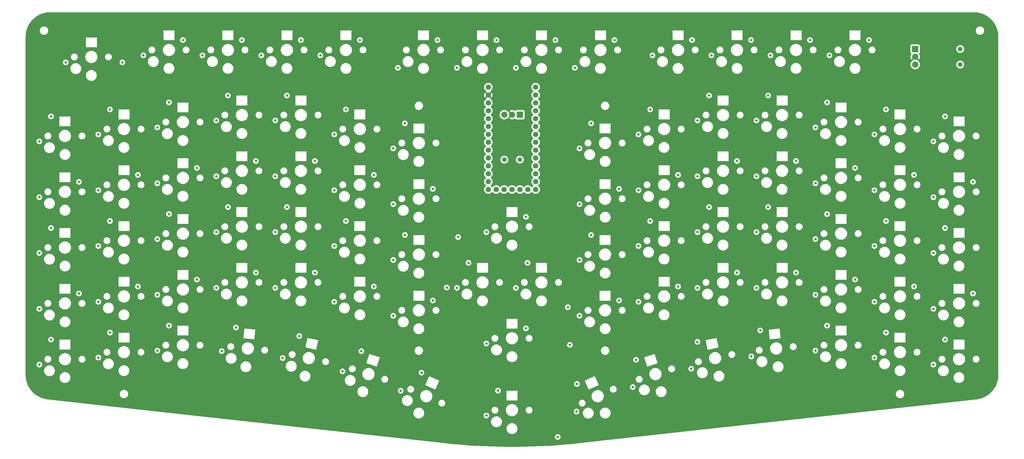
<source format=gbr>
%TF.GenerationSoftware,KiCad,Pcbnew,8.0.5*%
%TF.CreationDate,2024-10-10T16:29:34+02:00*%
%TF.ProjectId,eepyboard_rev2,65657079-626f-4617-9264-5f726576322e,1.1*%
%TF.SameCoordinates,Original*%
%TF.FileFunction,Copper,L3,Inr*%
%TF.FilePolarity,Positive*%
%FSLAX46Y46*%
G04 Gerber Fmt 4.6, Leading zero omitted, Abs format (unit mm)*
G04 Created by KiCad (PCBNEW 8.0.5) date 2024-10-10 16:29:34*
%MOMM*%
%LPD*%
G01*
G04 APERTURE LIST*
%TA.AperFunction,ComponentPad*%
%ADD10C,1.500000*%
%TD*%
%TA.AperFunction,ComponentPad*%
%ADD11R,2.000000X2.000000*%
%TD*%
%TA.AperFunction,ComponentPad*%
%ADD12C,2.000000*%
%TD*%
%TA.AperFunction,ComponentPad*%
%ADD13C,1.752600*%
%TD*%
%TA.AperFunction,ViaPad*%
%ADD14C,0.800000*%
%TD*%
G04 APERTURE END LIST*
D10*
%TO.N,diode_rotary_top_right*%
%TO.C,ROT2*%
X363327814Y-75308303D03*
%TO.N,COL15*%
X363327813Y-80308302D03*
D11*
%TO.N,rotary_top_right_a*%
X348827810Y-75308300D03*
D12*
%TO.N,rotary_top_right_b*%
X348827813Y-80308304D03*
%TO.N,GND*%
X348827813Y-77808302D03*
%TD*%
D13*
%TO.N,rotary_top_right_a*%
%TO.C,MCU1*%
X226567813Y-87588301D03*
%TO.N,rotary_top_right_b*%
X226567812Y-90128301D03*
%TO.N,rotary_center_b*%
X226567812Y-92668298D03*
%TO.N,rotary_center_a*%
X226567812Y-95208301D03*
%TO.N,GP4*%
X226567812Y-97748301D03*
%TO.N,GP5*%
X226567812Y-100288301D03*
%TO.N,COL15*%
X226567812Y-102828301D03*
%TO.N,COL14*%
X226567812Y-105368301D03*
%TO.N,COL13*%
X226567812Y-107908301D03*
%TO.N,COL12*%
X226567812Y-110448301D03*
%TO.N,COL11*%
X226567812Y-112988301D03*
%TO.N,COL10*%
X226567812Y-115528304D03*
%TO.N,COL9*%
X226567812Y-118068301D03*
%TO.N,ROW1*%
X226567812Y-120608301D03*
%TO.N,ROW2*%
X224027812Y-120608301D03*
%TO.N,ROW5*%
X221487812Y-120608301D03*
%TO.N,GP16*%
X218947812Y-120608299D03*
%TO.N,COL8*%
X216407812Y-120608301D03*
%TO.N,ROW4*%
X213867812Y-120608301D03*
%TO.N,VCC*%
X211327812Y-87588301D03*
%TO.N,GND*%
X211327812Y-90128301D03*
%TO.N,RST*%
X211327812Y-92668298D03*
%TO.N,3V3*%
X211327812Y-95208301D03*
%TO.N,led_din_function_esc*%
X211327812Y-97748301D03*
%TO.N,ROW6*%
X211327812Y-100288301D03*
%TO.N,COL1*%
X211327812Y-102828301D03*
%TO.N,COL2*%
X211327812Y-105368301D03*
%TO.N,COL3*%
X211327812Y-107908301D03*
%TO.N,COL4*%
X211327812Y-110448301D03*
%TO.N,COL5*%
X211327812Y-112988301D03*
%TO.N,COL6*%
X211327812Y-115528304D03*
%TO.N,COL7*%
X211327812Y-118068301D03*
%TO.N,ROW3*%
X211327811Y-120608301D03*
%TD*%
D12*
%TO.N,GND*%
%TO.C,ROT1*%
X218987812Y-96478301D03*
%TO.N,rotary_center_b*%
X216487810Y-96478301D03*
D11*
%TO.N,rotary_center_a*%
X221487814Y-96478298D03*
D10*
%TO.N,COL8*%
X216487812Y-110978301D03*
%TO.N,diode_rotary_center*%
X221487811Y-110978302D03*
%TD*%
D14*
%TO.N,COL15*%
X354697814Y-105098303D03*
X354697814Y-159098303D03*
X354697814Y-141098303D03*
X354697814Y-177098303D03*
X354697814Y-123098303D03*
%TO.N,COL14*%
X321197813Y-77348300D03*
X335697814Y-120848303D03*
X335697814Y-102848303D03*
X335697814Y-138848303D03*
X335697814Y-174848303D03*
X335697814Y-156848303D03*
%TO.N,COL13*%
X316697814Y-100598303D03*
X316697814Y-118598303D03*
X316697810Y-172598303D03*
X316697810Y-154598304D03*
X316697810Y-136598303D03*
X302197813Y-77348300D03*
%TO.N,COL12*%
X297697809Y-134348304D03*
X283197813Y-77348300D03*
X297697814Y-98348303D03*
X297697814Y-116348303D03*
X296037216Y-174493398D03*
X297697809Y-152348303D03*
%TO.N,COL11*%
X278697814Y-116348303D03*
X278697810Y-134348304D03*
X278697810Y-152348304D03*
X264197813Y-77348300D03*
X276682414Y-178433206D03*
X278697814Y-98348303D03*
%TO.N,COL10*%
X259697814Y-120848303D03*
X259697811Y-156848304D03*
X259697811Y-138848305D03*
X259697814Y-102848303D03*
X257845465Y-184374557D03*
X239197813Y-81348300D03*
%TO.N,COL9*%
X239732746Y-192252357D03*
X240697814Y-107348303D03*
X240697809Y-143348302D03*
X240697814Y-125348303D03*
X240697810Y-161348302D03*
X220197813Y-81348300D03*
%TO.N,ROW1*%
X233697813Y-200448076D03*
%TO.N,ROW2*%
X237572813Y-170723300D03*
%TO.N,ROW5*%
X236947813Y-158598300D03*
%TO.N,COL8*%
X201197814Y-152348303D03*
X210697814Y-193548077D03*
X210697814Y-134348303D03*
X220197814Y-152348303D03*
X210697813Y-170298076D03*
%TO.N,ROW4*%
X201572813Y-135973300D03*
%TO.N,VCC*%
X320447815Y-128535800D03*
X339447815Y-94785802D03*
X232947812Y-72410799D03*
X214447813Y-185485577D03*
X348447815Y-115910802D03*
X189794488Y-179701006D03*
X127447815Y-126285801D03*
X282447815Y-126285803D03*
X291447815Y-111410805D03*
X184447815Y-135285804D03*
X174447815Y-151910800D03*
X146447815Y-90285800D03*
X339447815Y-130785800D03*
X194947812Y-72410802D03*
X117447815Y-113660805D03*
X127447815Y-90285804D03*
X263447815Y-130785804D03*
X301447815Y-126285800D03*
X165447815Y-130785803D03*
X291447815Y-147410804D03*
X310447815Y-111410801D03*
X358447815Y-97035800D03*
X117447815Y-149660801D03*
X358447815Y-133035800D03*
X223447815Y-165410800D03*
X298923915Y-166083085D03*
X258920478Y-175547851D03*
X131947812Y-72410802D03*
X239879229Y-183361636D03*
X358447815Y-169035800D03*
X79447815Y-154160800D03*
X272447815Y-151910801D03*
X130021012Y-165142327D03*
X136447815Y-111410800D03*
X155447815Y-147410803D03*
X301447815Y-90285800D03*
X282447815Y-90285801D03*
X108447815Y-92535803D03*
X174447815Y-115910802D03*
X150947812Y-72410803D03*
X98447815Y-115910802D03*
X108447815Y-128535799D03*
X89447815Y-94785802D03*
X169947812Y-72410801D03*
X98447815Y-151910803D03*
X310447815Y-147410800D03*
X244447815Y-135285805D03*
X320447814Y-164535803D03*
X170415639Y-172766696D03*
X333947812Y-72410801D03*
X339447815Y-166785802D03*
X193447815Y-156410800D03*
X79447815Y-118160804D03*
X213947812Y-72410803D03*
X223947815Y-144285802D03*
X150418112Y-167896012D03*
X165447815Y-94785802D03*
X329447815Y-113660800D03*
X136447815Y-147410803D03*
X204947815Y-144285806D03*
X253447815Y-120410798D03*
X70447815Y-97035803D03*
X93447813Y-79598303D03*
X272447815Y-115910799D03*
X108447815Y-164535802D03*
X223447815Y-129410801D03*
X146447815Y-126285801D03*
X367447815Y-118160803D03*
X70447815Y-133035799D03*
X320447815Y-92535801D03*
X251947812Y-72410801D03*
X89447815Y-130785801D03*
X314947812Y-72410802D03*
X89447815Y-166785802D03*
X348447815Y-151910801D03*
X329447815Y-149660802D03*
X112947812Y-72410804D03*
X295947812Y-72410804D03*
X193447815Y-120410803D03*
X244447815Y-99285802D03*
X184447815Y-99285800D03*
X367447815Y-154160802D03*
X70447815Y-169035799D03*
X155447815Y-111410804D03*
X276947812Y-72410803D03*
X263447815Y-94785803D03*
X278674182Y-169767220D03*
X253447815Y-156410805D03*
%TO.N,GND*%
X223947812Y-70148303D03*
X286947812Y-70148305D03*
X165447815Y-149648300D03*
X301447815Y-109148302D03*
X155447815Y-92648306D03*
X79447815Y-135398302D03*
X305947812Y-70148301D03*
X244447815Y-154148302D03*
X155447815Y-128648301D03*
X358447815Y-115898304D03*
X253447815Y-101648302D03*
X89447815Y-113648301D03*
X253447815Y-137648303D03*
X308121558Y-167491883D03*
X174447815Y-97148299D03*
X324947812Y-70148301D03*
X329447813Y-166898298D03*
X244447815Y-118148302D03*
X320447815Y-111398299D03*
X117447815Y-94898302D03*
X98447815Y-169148299D03*
X320447815Y-147398299D03*
X89447815Y-149648301D03*
X223447813Y-187848075D03*
X287968702Y-170206888D03*
X70447815Y-151898301D03*
X79447815Y-99398302D03*
X117447818Y-166898301D03*
X282447815Y-145148303D03*
X197055483Y-185519886D03*
X98447815Y-133148301D03*
X329447815Y-130898300D03*
X367447815Y-171398298D03*
X70447815Y-115898301D03*
X367447815Y-99398299D03*
X267947812Y-70148303D03*
X185947812Y-70148304D03*
X348447815Y-133148300D03*
X127447815Y-109148302D03*
X122947812Y-70148304D03*
X348447815Y-169148300D03*
X291447815Y-128648304D03*
X117447815Y-130898304D03*
X310447815Y-92648303D03*
X263447815Y-113648300D03*
X348447815Y-97148301D03*
X103947812Y-70148303D03*
X249062053Y-181859254D03*
X204947812Y-70148303D03*
X214447815Y-127148302D03*
X98447815Y-97148302D03*
X136447815Y-92648300D03*
X127447815Y-145148300D03*
X329447815Y-94898300D03*
X79447815Y-171398302D03*
X138724760Y-168432639D03*
X146447815Y-145148304D03*
X367447815Y-135398302D03*
X301447815Y-145148300D03*
X184447815Y-154148301D03*
X108447815Y-111398301D03*
X339447815Y-113648301D03*
X268210037Y-175013570D03*
X108447815Y-147398302D03*
X272447815Y-133148298D03*
X263447815Y-149648299D03*
X339447815Y-149648299D03*
X214447815Y-163148302D03*
X282447815Y-109148302D03*
X158730250Y-172078092D03*
X184447815Y-118148299D03*
X193447815Y-137648303D03*
X174447815Y-133148301D03*
X310447815Y-128648298D03*
X160947812Y-70148299D03*
X242947812Y-70148300D03*
X232947815Y-146648300D03*
X165447815Y-113648302D03*
X358447815Y-151898299D03*
X136447815Y-128648303D03*
X291447815Y-92648302D03*
X78947812Y-72398303D03*
X141947812Y-70148301D03*
X146447815Y-109148300D03*
X193447815Y-101648300D03*
X213947815Y-146648302D03*
X178245095Y-177794722D03*
X272447815Y-97148303D03*
%TO.N,COL1*%
X66697814Y-105098303D03*
X66697814Y-123098303D03*
X66697814Y-141098303D03*
X75197813Y-79598300D03*
X66697814Y-159098303D03*
X66697814Y-177098303D03*
%TO.N,COL2*%
X100197811Y-77348300D03*
X85697814Y-156848303D03*
X85697814Y-174848303D03*
X85697814Y-120848303D03*
X85697814Y-138848303D03*
X85697814Y-102848303D03*
%TO.N,COL3*%
X104697814Y-172598303D03*
X104697814Y-136598303D03*
X104697814Y-154598303D03*
X119197811Y-77348300D03*
X104697814Y-100598303D03*
X104697814Y-118598303D03*
%TO.N,COL4*%
X123697811Y-152348301D03*
X138197811Y-77348300D03*
X123697811Y-134348303D03*
X123697814Y-98348303D03*
X123697814Y-116348303D03*
X125448793Y-172768674D03*
%TO.N,COL5*%
X142697814Y-116348303D03*
X145073771Y-175002660D03*
X157197811Y-77348300D03*
X142697814Y-98348303D03*
X142697811Y-134348304D03*
X142697810Y-152348302D03*
%TO.N,COL6*%
X182197813Y-81348300D03*
X161697814Y-102848303D03*
X161697811Y-138848301D03*
X161697808Y-156848300D03*
X164357724Y-179275779D03*
X161697814Y-120848303D03*
%TO.N,COL7*%
X201197813Y-81348300D03*
X183089378Y-185541204D03*
X180697812Y-161348302D03*
X180697812Y-143348302D03*
X180697814Y-125348303D03*
X180697814Y-107348303D03*
%TO.N,ROW3*%
X197947813Y-152248303D03*
%TD*%
%TA.AperFunction,Conductor*%
%TO.N,GND*%
G36*
X367699922Y-63423873D02*
G01*
X368234383Y-63442132D01*
X368242804Y-63442709D01*
X368772678Y-63497182D01*
X368781016Y-63498328D01*
X369305952Y-63588837D01*
X369314197Y-63590551D01*
X369831715Y-63716667D01*
X369839829Y-63718940D01*
X370300664Y-63865204D01*
X370347534Y-63880080D01*
X370355489Y-63882906D01*
X370851036Y-64078326D01*
X370858744Y-64081674D01*
X371339775Y-64310443D01*
X371347267Y-64314325D01*
X371811552Y-64575380D01*
X371811568Y-64575389D01*
X371818802Y-64579789D01*
X372264162Y-64871902D01*
X372271079Y-64876784D01*
X372695503Y-65198636D01*
X372702047Y-65203961D01*
X373103502Y-65554011D01*
X373109690Y-65559790D01*
X373486319Y-65936421D01*
X373492098Y-65942609D01*
X373842138Y-66344052D01*
X373847482Y-66350620D01*
X374169317Y-66775023D01*
X374174200Y-66781940D01*
X374466325Y-67227322D01*
X374470724Y-67234556D01*
X374731774Y-67698833D01*
X374735669Y-67706351D01*
X374964417Y-68187341D01*
X374967791Y-68195107D01*
X375163193Y-68690615D01*
X375166028Y-68698593D01*
X375327157Y-69206266D01*
X375329441Y-69214420D01*
X375455545Y-69731896D01*
X375457268Y-69740185D01*
X375547769Y-70265074D01*
X375548922Y-70273462D01*
X375603390Y-70803298D01*
X375603968Y-70811745D01*
X375622241Y-71346645D01*
X375622313Y-71350879D01*
X375622309Y-180409766D01*
X375622309Y-180432229D01*
X375622241Y-180436345D01*
X375604986Y-180955926D01*
X375604440Y-180964139D01*
X375552957Y-181479379D01*
X375551867Y-181487537D01*
X375466316Y-181998218D01*
X375464687Y-182006287D01*
X375345446Y-182510160D01*
X375343286Y-182518103D01*
X375190870Y-183012979D01*
X375188187Y-183020760D01*
X375003285Y-183504409D01*
X375000092Y-183511996D01*
X374783506Y-183982321D01*
X374779817Y-183989679D01*
X374532504Y-184444600D01*
X374528335Y-184451697D01*
X374251390Y-184889202D01*
X374246759Y-184896008D01*
X373941385Y-185314189D01*
X373936313Y-185320671D01*
X373603882Y-185717659D01*
X373598391Y-185723791D01*
X373240346Y-186097857D01*
X373234459Y-186103611D01*
X372852389Y-186453094D01*
X372846135Y-186458445D01*
X372441721Y-186781811D01*
X372435125Y-186786735D01*
X372010154Y-187082554D01*
X372003246Y-187087030D01*
X371559580Y-187354006D01*
X371552391Y-187358014D01*
X371319084Y-187478090D01*
X371140297Y-187570106D01*
X371091982Y-187594972D01*
X371084542Y-187598493D01*
X370609447Y-187804374D01*
X370601790Y-187807395D01*
X370114050Y-187981315D01*
X370106209Y-187983820D01*
X369608053Y-188124984D01*
X369600063Y-188126965D01*
X369093585Y-188234779D01*
X369085482Y-188236224D01*
X368571109Y-188310466D01*
X368567026Y-188310987D01*
X240925174Y-202427809D01*
X240924375Y-202427894D01*
X238348849Y-202695859D01*
X238347250Y-202696015D01*
X235768725Y-202930560D01*
X235767124Y-202930695D01*
X233185853Y-203131801D01*
X233184250Y-203131916D01*
X230600442Y-203299565D01*
X230598838Y-203299658D01*
X228013225Y-203433803D01*
X228011619Y-203433876D01*
X225424414Y-203534508D01*
X225422808Y-203534560D01*
X222834591Y-203601655D01*
X222832985Y-203601687D01*
X220243963Y-203635240D01*
X220242356Y-203635250D01*
X217653270Y-203635250D01*
X217651663Y-203635240D01*
X215062639Y-203601688D01*
X215061033Y-203601656D01*
X212472816Y-203534560D01*
X212471210Y-203534508D01*
X209884006Y-203433877D01*
X209882400Y-203433804D01*
X207296786Y-203299660D01*
X207295182Y-203299567D01*
X204711375Y-203131918D01*
X204709772Y-203131803D01*
X202128501Y-202930697D01*
X202126900Y-202930562D01*
X199548374Y-202696018D01*
X199546775Y-202695862D01*
X196970755Y-202427844D01*
X196969956Y-202427759D01*
X179070017Y-200448076D01*
X232784309Y-200448076D01*
X232804271Y-200638004D01*
X232804272Y-200638007D01*
X232863283Y-200819625D01*
X232863286Y-200819632D01*
X232958773Y-200985020D01*
X233086560Y-201126942D01*
X233241061Y-201239194D01*
X233415525Y-201316870D01*
X233602326Y-201356576D01*
X233793300Y-201356576D01*
X233980101Y-201316870D01*
X234154565Y-201239194D01*
X234309066Y-201126942D01*
X234436853Y-200985020D01*
X234532340Y-200819632D01*
X234591355Y-200638004D01*
X234611317Y-200448076D01*
X234591355Y-200258148D01*
X234532340Y-200076520D01*
X234436853Y-199911132D01*
X234309066Y-199769210D01*
X234154565Y-199656958D01*
X233980101Y-199579282D01*
X233980099Y-199579281D01*
X233793300Y-199539576D01*
X233602326Y-199539576D01*
X233415527Y-199579281D01*
X233241059Y-199656959D01*
X233086558Y-199769211D01*
X232958772Y-199911133D01*
X232863286Y-200076519D01*
X232863283Y-200076526D01*
X232804272Y-200258144D01*
X232804271Y-200258148D01*
X232784309Y-200448076D01*
X179070017Y-200448076D01*
X153619634Y-197633335D01*
X217197316Y-197633335D01*
X217197316Y-197862818D01*
X217222262Y-198052292D01*
X217227268Y-198090315D01*
X217227269Y-198090317D01*
X217286658Y-198311964D01*
X217374466Y-198523953D01*
X217374473Y-198523967D01*
X217489208Y-198722694D01*
X217628897Y-198904738D01*
X217628905Y-198904747D01*
X217791146Y-199066988D01*
X217791154Y-199066995D01*
X217973198Y-199206684D01*
X217973201Y-199206685D01*
X217973204Y-199206688D01*
X218171928Y-199321421D01*
X218171933Y-199321423D01*
X218171939Y-199321426D01*
X218263296Y-199359267D01*
X218383929Y-199409235D01*
X218605578Y-199468625D01*
X218833082Y-199498577D01*
X218833089Y-199498577D01*
X219062543Y-199498577D01*
X219062550Y-199498577D01*
X219290054Y-199468625D01*
X219511703Y-199409235D01*
X219723704Y-199321421D01*
X219922428Y-199206688D01*
X220104477Y-199066996D01*
X220104481Y-199066991D01*
X220104486Y-199066988D01*
X220266727Y-198904747D01*
X220266730Y-198904742D01*
X220266735Y-198904738D01*
X220406427Y-198722689D01*
X220521160Y-198523965D01*
X220608974Y-198311964D01*
X220668364Y-198090315D01*
X220698316Y-197862811D01*
X220698316Y-197633343D01*
X220668364Y-197405839D01*
X220608974Y-197184190D01*
X220535450Y-197006688D01*
X220521165Y-196972200D01*
X220521162Y-196972194D01*
X220521160Y-196972189D01*
X220406427Y-196773465D01*
X220406424Y-196773462D01*
X220406423Y-196773459D01*
X220266734Y-196591415D01*
X220266727Y-196591407D01*
X220104486Y-196429166D01*
X220104477Y-196429158D01*
X219922433Y-196289469D01*
X219723706Y-196174734D01*
X219723692Y-196174727D01*
X219511703Y-196086919D01*
X219290054Y-196027529D01*
X219252031Y-196022523D01*
X219062557Y-195997577D01*
X219062550Y-195997577D01*
X218833082Y-195997577D01*
X218833074Y-195997577D01*
X218616531Y-196026086D01*
X218605578Y-196027529D01*
X218511892Y-196052631D01*
X218383928Y-196086919D01*
X218171939Y-196174727D01*
X218171925Y-196174734D01*
X217973198Y-196289469D01*
X217791154Y-196429158D01*
X217628897Y-196591415D01*
X217489208Y-196773459D01*
X217374473Y-196972186D01*
X217374466Y-196972200D01*
X217286658Y-197184189D01*
X217227269Y-197405836D01*
X217227267Y-197405847D01*
X217197316Y-197633335D01*
X153619634Y-197633335D01*
X133727628Y-195433335D01*
X212197316Y-195433335D01*
X212197316Y-195662818D01*
X212222262Y-195852292D01*
X212227268Y-195890315D01*
X212264034Y-196027528D01*
X212286658Y-196111964D01*
X212374466Y-196323953D01*
X212374473Y-196323967D01*
X212489208Y-196522694D01*
X212628897Y-196704738D01*
X212628905Y-196704747D01*
X212791146Y-196866988D01*
X212791154Y-196866995D01*
X212973198Y-197006684D01*
X212973201Y-197006685D01*
X212973204Y-197006688D01*
X213171928Y-197121421D01*
X213171933Y-197121423D01*
X213171939Y-197121426D01*
X213263296Y-197159267D01*
X213383929Y-197209235D01*
X213605578Y-197268625D01*
X213833082Y-197298577D01*
X213833089Y-197298577D01*
X214062543Y-197298577D01*
X214062550Y-197298577D01*
X214290054Y-197268625D01*
X214511703Y-197209235D01*
X214723704Y-197121421D01*
X214922428Y-197006688D01*
X215104477Y-196866996D01*
X215104481Y-196866991D01*
X215104486Y-196866988D01*
X215266727Y-196704747D01*
X215266730Y-196704742D01*
X215266735Y-196704738D01*
X215406427Y-196522689D01*
X215521160Y-196323965D01*
X215608974Y-196111964D01*
X215668364Y-195890315D01*
X215698316Y-195662811D01*
X215698316Y-195433343D01*
X215668364Y-195205839D01*
X215608974Y-194984190D01*
X215521160Y-194772189D01*
X215406427Y-194573465D01*
X215406424Y-194573462D01*
X215406423Y-194573459D01*
X215287679Y-194418711D01*
X215266735Y-194391416D01*
X215266734Y-194391415D01*
X215266727Y-194391407D01*
X215104486Y-194229166D01*
X215104477Y-194229158D01*
X214922433Y-194089469D01*
X214914725Y-194085019D01*
X214723704Y-193974733D01*
X214723692Y-193974727D01*
X214511703Y-193886919D01*
X214290054Y-193827529D01*
X214252031Y-193822523D01*
X214062557Y-193797577D01*
X214062550Y-193797577D01*
X213833082Y-193797577D01*
X213833074Y-193797577D01*
X213616531Y-193826086D01*
X213605578Y-193827529D01*
X213511892Y-193852631D01*
X213383928Y-193886919D01*
X213171939Y-193974727D01*
X213171925Y-193974734D01*
X212973198Y-194089469D01*
X212791154Y-194229158D01*
X212628897Y-194391415D01*
X212489208Y-194573459D01*
X212374473Y-194772186D01*
X212374466Y-194772200D01*
X212286658Y-194984189D01*
X212227269Y-195205836D01*
X212227267Y-195205847D01*
X212197316Y-195433335D01*
X133727628Y-195433335D01*
X108280283Y-192618930D01*
X187167335Y-192618930D01*
X187167335Y-192848413D01*
X187178238Y-192931223D01*
X187197287Y-193075910D01*
X187256676Y-193297556D01*
X187256677Y-193297559D01*
X187344485Y-193509548D01*
X187344492Y-193509562D01*
X187459227Y-193708289D01*
X187598916Y-193890333D01*
X187598924Y-193890342D01*
X187761165Y-194052583D01*
X187761173Y-194052590D01*
X187943217Y-194192279D01*
X187943220Y-194192280D01*
X187943223Y-194192283D01*
X188141947Y-194307016D01*
X188141952Y-194307018D01*
X188141958Y-194307021D01*
X188219629Y-194339193D01*
X188353948Y-194394830D01*
X188575597Y-194454220D01*
X188792147Y-194482729D01*
X188803070Y-194484168D01*
X188803101Y-194484172D01*
X188803108Y-194484172D01*
X189032562Y-194484172D01*
X189032569Y-194484172D01*
X189260073Y-194454220D01*
X189481722Y-194394830D01*
X189693723Y-194307016D01*
X189892447Y-194192283D01*
X190074496Y-194052591D01*
X190074500Y-194052586D01*
X190074505Y-194052583D01*
X190236746Y-193890342D01*
X190236749Y-193890337D01*
X190236754Y-193890333D01*
X190376446Y-193708284D01*
X190468941Y-193548077D01*
X209784310Y-193548077D01*
X209804272Y-193738005D01*
X209804273Y-193738008D01*
X209863284Y-193919626D01*
X209863287Y-193919633D01*
X209958774Y-194085021D01*
X210055347Y-194192276D01*
X210076855Y-194216164D01*
X210086561Y-194226943D01*
X210241062Y-194339195D01*
X210415526Y-194416871D01*
X210602327Y-194456577D01*
X210793301Y-194456577D01*
X210980102Y-194416871D01*
X211154566Y-194339195D01*
X211309067Y-194226943D01*
X211436854Y-194085021D01*
X211532341Y-193919633D01*
X211591356Y-193738005D01*
X211611318Y-193548077D01*
X211591356Y-193358149D01*
X211532341Y-193176521D01*
X211436854Y-193011133D01*
X211309067Y-192869211D01*
X211154566Y-192756959D01*
X210980102Y-192679283D01*
X210980100Y-192679282D01*
X210793301Y-192639577D01*
X210602327Y-192639577D01*
X210415528Y-192679282D01*
X210241060Y-192756960D01*
X210086559Y-192869212D01*
X209958773Y-193011134D01*
X209863287Y-193176520D01*
X209863284Y-193176527D01*
X209804273Y-193358145D01*
X209804272Y-193358149D01*
X209784310Y-193548077D01*
X190468941Y-193548077D01*
X190491179Y-193509560D01*
X190578993Y-193297559D01*
X190638383Y-193075910D01*
X190668335Y-192848406D01*
X190668335Y-192618938D01*
X190638383Y-192391434D01*
X190578993Y-192169785D01*
X190529025Y-192049152D01*
X190491184Y-191957795D01*
X190491181Y-191957789D01*
X190491179Y-191957784D01*
X190376446Y-191759060D01*
X190376443Y-191759057D01*
X190376442Y-191759054D01*
X190339867Y-191711389D01*
X212346416Y-191711389D01*
X212346416Y-191884764D01*
X212373536Y-192055990D01*
X212427106Y-192220865D01*
X212427107Y-192220868D01*
X212443152Y-192252357D01*
X212505814Y-192375337D01*
X212607715Y-192515591D01*
X212730302Y-192638178D01*
X212870556Y-192740079D01*
X212903685Y-192756959D01*
X213025024Y-192818785D01*
X213025027Y-192818786D01*
X213107464Y-192845571D01*
X213189904Y-192872357D01*
X213269207Y-192884917D01*
X213361129Y-192899477D01*
X213361134Y-192899477D01*
X213534503Y-192899477D01*
X213617511Y-192886329D01*
X213705728Y-192872357D01*
X213870607Y-192818785D01*
X214025076Y-192740079D01*
X214165330Y-192638178D01*
X214287917Y-192515591D01*
X214389818Y-192375337D01*
X214468524Y-192220868D01*
X214522096Y-192055989D01*
X214537651Y-191957778D01*
X214549216Y-191884764D01*
X214549216Y-191711389D01*
X214542546Y-191669276D01*
X216982816Y-191669276D01*
X216982816Y-191926877D01*
X217012235Y-192150329D01*
X217016438Y-192182252D01*
X217026784Y-192220865D01*
X217083105Y-192431059D01*
X217181675Y-192669029D01*
X217181683Y-192669046D01*
X217310468Y-192892107D01*
X217310479Y-192892123D01*
X217467279Y-193096469D01*
X217467285Y-193096476D01*
X217649416Y-193278607D01*
X217649423Y-193278613D01*
X217794945Y-193390276D01*
X217853778Y-193435420D01*
X217853785Y-193435424D01*
X218076846Y-193564209D01*
X218076851Y-193564211D01*
X218076854Y-193564213D01*
X218076858Y-193564214D01*
X218076863Y-193564217D01*
X218171202Y-193603293D01*
X218314832Y-193662787D01*
X218563641Y-193729455D01*
X218819023Y-193763077D01*
X218819030Y-193763077D01*
X219076602Y-193763077D01*
X219076609Y-193763077D01*
X219331991Y-193729455D01*
X219580800Y-193662787D01*
X219818778Y-193564213D01*
X220041854Y-193435420D01*
X220246210Y-193278612D01*
X220428351Y-193096471D01*
X220585159Y-192892115D01*
X220713952Y-192669039D01*
X220812526Y-192431061D01*
X220879194Y-192182252D01*
X220912816Y-191926870D01*
X220912816Y-191711389D01*
X223346416Y-191711389D01*
X223346416Y-191884764D01*
X223373536Y-192055990D01*
X223427106Y-192220865D01*
X223427107Y-192220868D01*
X223443152Y-192252357D01*
X223505814Y-192375337D01*
X223607715Y-192515591D01*
X223730302Y-192638178D01*
X223870556Y-192740079D01*
X223903685Y-192756959D01*
X224025024Y-192818785D01*
X224025027Y-192818786D01*
X224107464Y-192845571D01*
X224189904Y-192872357D01*
X224269207Y-192884917D01*
X224361129Y-192899477D01*
X224361134Y-192899477D01*
X224534503Y-192899477D01*
X224617511Y-192886329D01*
X224705728Y-192872357D01*
X224870607Y-192818785D01*
X225025076Y-192740079D01*
X225165330Y-192638178D01*
X225287917Y-192515591D01*
X225389818Y-192375337D01*
X225452480Y-192252357D01*
X238819242Y-192252357D01*
X238839204Y-192442285D01*
X238839205Y-192442288D01*
X238898216Y-192623906D01*
X238898219Y-192623913D01*
X238993706Y-192789301D01*
X239121493Y-192931223D01*
X239275994Y-193043475D01*
X239450458Y-193121151D01*
X239637259Y-193160857D01*
X239828233Y-193160857D01*
X240015034Y-193121151D01*
X240189498Y-193043475D01*
X240343999Y-192931223D01*
X240471786Y-192789301D01*
X240556362Y-192642811D01*
X241764743Y-192642811D01*
X241764743Y-192872294D01*
X241783023Y-193011134D01*
X241794695Y-193099791D01*
X241815255Y-193176521D01*
X241854085Y-193321440D01*
X241941893Y-193533429D01*
X241941899Y-193533441D01*
X242042845Y-193708286D01*
X242056635Y-193732170D01*
X242196324Y-193914214D01*
X242196332Y-193914223D01*
X242358573Y-194076464D01*
X242358581Y-194076471D01*
X242540625Y-194216160D01*
X242540628Y-194216161D01*
X242540631Y-194216164D01*
X242739355Y-194330897D01*
X242739360Y-194330899D01*
X242739366Y-194330902D01*
X242830723Y-194368743D01*
X242951356Y-194418711D01*
X243173005Y-194478101D01*
X243400509Y-194508053D01*
X243400516Y-194508053D01*
X243629970Y-194508053D01*
X243629977Y-194508053D01*
X243857481Y-194478101D01*
X244079130Y-194418711D01*
X244291131Y-194330897D01*
X244489855Y-194216164D01*
X244671904Y-194076472D01*
X244671908Y-194076467D01*
X244671913Y-194076464D01*
X244834154Y-193914223D01*
X244834157Y-193914218D01*
X244834162Y-193914214D01*
X244973854Y-193732165D01*
X245088587Y-193533441D01*
X245176401Y-193321440D01*
X245235791Y-193099791D01*
X245265743Y-192872287D01*
X245265743Y-192642819D01*
X245262598Y-192618927D01*
X247227291Y-192618927D01*
X247227291Y-192848410D01*
X247248715Y-193011133D01*
X247257243Y-193075907D01*
X247269366Y-193121151D01*
X247316633Y-193297556D01*
X247404441Y-193509545D01*
X247404448Y-193509559D01*
X247519183Y-193708286D01*
X247658872Y-193890330D01*
X247658880Y-193890339D01*
X247821121Y-194052580D01*
X247821129Y-194052587D01*
X248003173Y-194192276D01*
X248003176Y-194192277D01*
X248003179Y-194192280D01*
X248201903Y-194307013D01*
X248201908Y-194307015D01*
X248201914Y-194307018D01*
X248259576Y-194330902D01*
X248413904Y-194394827D01*
X248635553Y-194454217D01*
X248863057Y-194484169D01*
X248863064Y-194484169D01*
X249092518Y-194484169D01*
X249092525Y-194484169D01*
X249320029Y-194454217D01*
X249541678Y-194394827D01*
X249753679Y-194307013D01*
X249952403Y-194192280D01*
X250134452Y-194052588D01*
X250134456Y-194052583D01*
X250134461Y-194052580D01*
X250296702Y-193890339D01*
X250296707Y-193890333D01*
X250296710Y-193890330D01*
X250436402Y-193708281D01*
X250551135Y-193509557D01*
X250638949Y-193297556D01*
X250698339Y-193075907D01*
X250728291Y-192848403D01*
X250728291Y-192618935D01*
X250698339Y-192391431D01*
X250638949Y-192169782D01*
X250551135Y-191957781D01*
X250436402Y-191759057D01*
X250436399Y-191759054D01*
X250436398Y-191759051D01*
X250296712Y-191577011D01*
X250296710Y-191577008D01*
X250296709Y-191577007D01*
X250296702Y-191576999D01*
X250134461Y-191414758D01*
X250134452Y-191414750D01*
X249952408Y-191275061D01*
X249753681Y-191160326D01*
X249753667Y-191160319D01*
X249541678Y-191072511D01*
X249320029Y-191013121D01*
X249273939Y-191007053D01*
X249092532Y-190983169D01*
X249092525Y-190983169D01*
X248863057Y-190983169D01*
X248863049Y-190983169D01*
X248646506Y-191011678D01*
X248635553Y-191013121D01*
X248546419Y-191037004D01*
X248413903Y-191072511D01*
X248201914Y-191160319D01*
X248201900Y-191160326D01*
X248003173Y-191275061D01*
X247821129Y-191414750D01*
X247658872Y-191577007D01*
X247519183Y-191759051D01*
X247404448Y-191957778D01*
X247404441Y-191957792D01*
X247316633Y-192169781D01*
X247257244Y-192391428D01*
X247257242Y-192391439D01*
X247227291Y-192618927D01*
X245262598Y-192618927D01*
X245235791Y-192415315D01*
X245176401Y-192193666D01*
X245088587Y-191981665D01*
X244973854Y-191782941D01*
X244973851Y-191782938D01*
X244973850Y-191782935D01*
X244834161Y-191600891D01*
X244834154Y-191600883D01*
X244671913Y-191438642D01*
X244671904Y-191438634D01*
X244489860Y-191298945D01*
X244448486Y-191275058D01*
X244291131Y-191184209D01*
X244291119Y-191184203D01*
X244079130Y-191096395D01*
X243857481Y-191037005D01*
X243819458Y-191031999D01*
X243629984Y-191007053D01*
X243629977Y-191007053D01*
X243400509Y-191007053D01*
X243400501Y-191007053D01*
X243183958Y-191035562D01*
X243173005Y-191037005D01*
X243079319Y-191062107D01*
X242951355Y-191096395D01*
X242739366Y-191184203D01*
X242739352Y-191184210D01*
X242540625Y-191298945D01*
X242358581Y-191438634D01*
X242196324Y-191600891D01*
X242056635Y-191782935D01*
X241941900Y-191981662D01*
X241941893Y-191981676D01*
X241854085Y-192193665D01*
X241854085Y-192193666D01*
X241801093Y-192391439D01*
X241794696Y-192415312D01*
X241794694Y-192415323D01*
X241764743Y-192642811D01*
X240556362Y-192642811D01*
X240567273Y-192623913D01*
X240626288Y-192442285D01*
X240646250Y-192252357D01*
X240626288Y-192062429D01*
X240567273Y-191880801D01*
X240471786Y-191715413D01*
X240343999Y-191573491D01*
X240189498Y-191461239D01*
X240015034Y-191383563D01*
X240015032Y-191383562D01*
X239828233Y-191343857D01*
X239637259Y-191343857D01*
X239450460Y-191383562D01*
X239275992Y-191461240D01*
X239121491Y-191573492D01*
X238993705Y-191715414D01*
X238898219Y-191880800D01*
X238898216Y-191880807D01*
X238841296Y-192055990D01*
X238839204Y-192062429D01*
X238819242Y-192252357D01*
X225452480Y-192252357D01*
X225468524Y-192220868D01*
X225522096Y-192055989D01*
X225537651Y-191957778D01*
X225549216Y-191884764D01*
X225549216Y-191711389D01*
X225531713Y-191600883D01*
X225522096Y-191540165D01*
X225495310Y-191457725D01*
X225468525Y-191375288D01*
X225468524Y-191375285D01*
X225389817Y-191220816D01*
X225363221Y-191184210D01*
X225287917Y-191080563D01*
X225165330Y-190957976D01*
X225025076Y-190856075D01*
X224870607Y-190777368D01*
X224870604Y-190777367D01*
X224705729Y-190723797D01*
X224534503Y-190696677D01*
X224534498Y-190696677D01*
X224361134Y-190696677D01*
X224361129Y-190696677D01*
X224189902Y-190723797D01*
X224025027Y-190777367D01*
X224025024Y-190777368D01*
X223870555Y-190856075D01*
X223790535Y-190914213D01*
X223730302Y-190957976D01*
X223730300Y-190957978D01*
X223730299Y-190957978D01*
X223607717Y-191080560D01*
X223607717Y-191080561D01*
X223607715Y-191080563D01*
X223563952Y-191140796D01*
X223505814Y-191220816D01*
X223427107Y-191375285D01*
X223427106Y-191375288D01*
X223373536Y-191540163D01*
X223346416Y-191711389D01*
X220912816Y-191711389D01*
X220912816Y-191669284D01*
X220879194Y-191413902D01*
X220812526Y-191165093D01*
X220749577Y-191013120D01*
X220713956Y-190927124D01*
X220713948Y-190927107D01*
X220585163Y-190704046D01*
X220585159Y-190704039D01*
X220512545Y-190609407D01*
X220428352Y-190499684D01*
X220428346Y-190499677D01*
X220246215Y-190317546D01*
X220246208Y-190317540D01*
X220041862Y-190160740D01*
X220041860Y-190160738D01*
X220041854Y-190160734D01*
X220041849Y-190160731D01*
X220041846Y-190160729D01*
X219818785Y-190031944D01*
X219818768Y-190031936D01*
X219580798Y-189933366D01*
X219423059Y-189891100D01*
X219331991Y-189866699D01*
X219300068Y-189862496D01*
X219076616Y-189833077D01*
X219076609Y-189833077D01*
X218819023Y-189833077D01*
X218819015Y-189833077D01*
X218563641Y-189866699D01*
X218314833Y-189933366D01*
X218076863Y-190031936D01*
X218076846Y-190031944D01*
X217853785Y-190160729D01*
X217853769Y-190160740D01*
X217649423Y-190317540D01*
X217649416Y-190317546D01*
X217467285Y-190499677D01*
X217467279Y-190499684D01*
X217310479Y-190704030D01*
X217310468Y-190704046D01*
X217181683Y-190927107D01*
X217181675Y-190927124D01*
X217083105Y-191165094D01*
X217016438Y-191413902D01*
X216982816Y-191669276D01*
X214542546Y-191669276D01*
X214531713Y-191600883D01*
X214522096Y-191540165D01*
X214495310Y-191457725D01*
X214468525Y-191375288D01*
X214468524Y-191375285D01*
X214389817Y-191220816D01*
X214363221Y-191184210D01*
X214287917Y-191080563D01*
X214165330Y-190957976D01*
X214025076Y-190856075D01*
X213870607Y-190777368D01*
X213870604Y-190777367D01*
X213705729Y-190723797D01*
X213534503Y-190696677D01*
X213534498Y-190696677D01*
X213361134Y-190696677D01*
X213361129Y-190696677D01*
X213189902Y-190723797D01*
X213025027Y-190777367D01*
X213025024Y-190777368D01*
X212870555Y-190856075D01*
X212790535Y-190914213D01*
X212730302Y-190957976D01*
X212730300Y-190957978D01*
X212730299Y-190957978D01*
X212607717Y-191080560D01*
X212607717Y-191080561D01*
X212607715Y-191080563D01*
X212563952Y-191140796D01*
X212505814Y-191220816D01*
X212427107Y-191375285D01*
X212427106Y-191375288D01*
X212373536Y-191540163D01*
X212346416Y-191711389D01*
X190339867Y-191711389D01*
X190236753Y-191577010D01*
X190236746Y-191577002D01*
X190074505Y-191414761D01*
X190074496Y-191414753D01*
X189892452Y-191275064D01*
X189693725Y-191160329D01*
X189693711Y-191160322D01*
X189481722Y-191072514D01*
X189481711Y-191072511D01*
X189260073Y-191013124D01*
X189213960Y-191007053D01*
X189032576Y-190983172D01*
X189032569Y-190983172D01*
X188803101Y-190983172D01*
X188803093Y-190983172D01*
X188586550Y-191011681D01*
X188575597Y-191013124D01*
X188486475Y-191037004D01*
X188353947Y-191072514D01*
X188141958Y-191160322D01*
X188141944Y-191160329D01*
X187943217Y-191275064D01*
X187761173Y-191414753D01*
X187598916Y-191577010D01*
X187459227Y-191759054D01*
X187344492Y-191957781D01*
X187344485Y-191957795D01*
X187256677Y-192169784D01*
X187234552Y-192252357D01*
X187197287Y-192391434D01*
X187197286Y-192391442D01*
X187167335Y-192618930D01*
X108280283Y-192618930D01*
X71719835Y-188575447D01*
X183494428Y-188575447D01*
X183494428Y-188804930D01*
X183511609Y-188935424D01*
X183524380Y-189032427D01*
X183577172Y-189229451D01*
X183583770Y-189254076D01*
X183671578Y-189466065D01*
X183671585Y-189466079D01*
X183786320Y-189664806D01*
X183926009Y-189846850D01*
X183926017Y-189846859D01*
X184088258Y-190009100D01*
X184088266Y-190009107D01*
X184270310Y-190148796D01*
X184270313Y-190148797D01*
X184270316Y-190148800D01*
X184469040Y-190263533D01*
X184469045Y-190263535D01*
X184469051Y-190263538D01*
X184560408Y-190301379D01*
X184681041Y-190351347D01*
X184902690Y-190410737D01*
X185130194Y-190440689D01*
X185130201Y-190440689D01*
X185359655Y-190440689D01*
X185359662Y-190440689D01*
X185587166Y-190410737D01*
X185808815Y-190351347D01*
X186020816Y-190263533D01*
X186219540Y-190148800D01*
X186401589Y-190009108D01*
X186401593Y-190009103D01*
X186401598Y-190009100D01*
X186563839Y-189846859D01*
X186563842Y-189846854D01*
X186563847Y-189846850D01*
X186703539Y-189664801D01*
X186818272Y-189466077D01*
X186825577Y-189448442D01*
X195261019Y-189448442D01*
X195261019Y-189621817D01*
X195288139Y-189793043D01*
X195341709Y-189957918D01*
X195341710Y-189957921D01*
X195420415Y-190112387D01*
X195420417Y-190112390D01*
X195522318Y-190252644D01*
X195644905Y-190375231D01*
X195785159Y-190477132D01*
X195829406Y-190499677D01*
X195939627Y-190555838D01*
X195939630Y-190555839D01*
X196022067Y-190582624D01*
X196104507Y-190609410D01*
X196183810Y-190621970D01*
X196275732Y-190636530D01*
X196275737Y-190636530D01*
X196449106Y-190636530D01*
X196532114Y-190623382D01*
X196620331Y-190609410D01*
X196785210Y-190555838D01*
X196939679Y-190477132D01*
X197079933Y-190375231D01*
X197202520Y-190252644D01*
X197304421Y-190112390D01*
X197383127Y-189957921D01*
X197436699Y-189793042D01*
X197450671Y-189704825D01*
X197463819Y-189621817D01*
X197463819Y-189448442D01*
X197463819Y-189448439D01*
X240431807Y-189448439D01*
X240431807Y-189621814D01*
X240458927Y-189793040D01*
X240512497Y-189957915D01*
X240512498Y-189957918D01*
X240550217Y-190031944D01*
X240591205Y-190112387D01*
X240693106Y-190252641D01*
X240815693Y-190375228D01*
X240955947Y-190477129D01*
X241000200Y-190499677D01*
X241110415Y-190555835D01*
X241110418Y-190555836D01*
X241192855Y-190582621D01*
X241275295Y-190609407D01*
X241354598Y-190621967D01*
X241446520Y-190636527D01*
X241446525Y-190636527D01*
X241619894Y-190636527D01*
X241702902Y-190623379D01*
X241791119Y-190609407D01*
X241955998Y-190555835D01*
X242110467Y-190477129D01*
X242250721Y-190375228D01*
X242373308Y-190252641D01*
X242475209Y-190112387D01*
X242553915Y-189957918D01*
X242607487Y-189793039D01*
X242627798Y-189664801D01*
X242634607Y-189621814D01*
X242634607Y-189448439D01*
X242607487Y-189277218D01*
X242607487Y-189277215D01*
X242580701Y-189194775D01*
X242553916Y-189112338D01*
X242553915Y-189112335D01*
X242513195Y-189032418D01*
X242475209Y-188957867D01*
X242373308Y-188817613D01*
X242250721Y-188695026D01*
X242110467Y-188593125D01*
X241955998Y-188514418D01*
X241955995Y-188514417D01*
X241791120Y-188460847D01*
X241619894Y-188433727D01*
X241619889Y-188433727D01*
X241446525Y-188433727D01*
X241446520Y-188433727D01*
X241275293Y-188460847D01*
X241110418Y-188514417D01*
X241110415Y-188514418D01*
X240955946Y-188593125D01*
X240890269Y-188640843D01*
X240815693Y-188695026D01*
X240815691Y-188695028D01*
X240815690Y-188695028D01*
X240693108Y-188817610D01*
X240693108Y-188817611D01*
X240693106Y-188817613D01*
X240693104Y-188817616D01*
X240591205Y-188957866D01*
X240512498Y-189112335D01*
X240512497Y-189112338D01*
X240458927Y-189277213D01*
X240431807Y-189448439D01*
X197463819Y-189448439D01*
X197448041Y-189348832D01*
X197436699Y-189277218D01*
X197409913Y-189194778D01*
X197383128Y-189112341D01*
X197383127Y-189112338D01*
X197304420Y-188957869D01*
X197304418Y-188957866D01*
X197202520Y-188817616D01*
X197079933Y-188695029D01*
X196939679Y-188593128D01*
X196904994Y-188575455D01*
X196785210Y-188514421D01*
X196785207Y-188514420D01*
X196620332Y-188460850D01*
X196449106Y-188433730D01*
X196449101Y-188433730D01*
X196275737Y-188433730D01*
X196275732Y-188433730D01*
X196104505Y-188460850D01*
X195939630Y-188514420D01*
X195939627Y-188514421D01*
X195785158Y-188593128D01*
X195719485Y-188640843D01*
X195644905Y-188695029D01*
X195644903Y-188695031D01*
X195644902Y-188695031D01*
X195522320Y-188817613D01*
X195522320Y-188817614D01*
X195522318Y-188817616D01*
X195478555Y-188877849D01*
X195420417Y-188957869D01*
X195341710Y-189112338D01*
X195341709Y-189112341D01*
X195288139Y-189277216D01*
X195261019Y-189448442D01*
X186825577Y-189448442D01*
X186906086Y-189254076D01*
X186965476Y-189032427D01*
X186995428Y-188804923D01*
X186995428Y-188575455D01*
X186965476Y-188347951D01*
X186906086Y-188126302D01*
X186847064Y-187983811D01*
X186818277Y-187914312D01*
X186818274Y-187914306D01*
X186818272Y-187914301D01*
X186703539Y-187715577D01*
X186703536Y-187715574D01*
X186703535Y-187715571D01*
X186563846Y-187533527D01*
X186563839Y-187533519D01*
X186401598Y-187371278D01*
X186401589Y-187371270D01*
X186219545Y-187231581D01*
X186111629Y-187169276D01*
X189372918Y-187169276D01*
X189372918Y-187426877D01*
X189395297Y-187596854D01*
X189406540Y-187682252D01*
X189425591Y-187753352D01*
X189473207Y-187931059D01*
X189571777Y-188169029D01*
X189571785Y-188169046D01*
X189700570Y-188392107D01*
X189700581Y-188392123D01*
X189857381Y-188596469D01*
X189857387Y-188596476D01*
X190039518Y-188778607D01*
X190039524Y-188778612D01*
X190243880Y-188935420D01*
X190243887Y-188935424D01*
X190466948Y-189064209D01*
X190466953Y-189064211D01*
X190466956Y-189064213D01*
X190466960Y-189064214D01*
X190466965Y-189064217D01*
X190561304Y-189103293D01*
X190704934Y-189162787D01*
X190953743Y-189229455D01*
X191196210Y-189261376D01*
X191209094Y-189263073D01*
X191209125Y-189263077D01*
X191209132Y-189263077D01*
X191466704Y-189263077D01*
X191466711Y-189263077D01*
X191722093Y-189229455D01*
X191970902Y-189162787D01*
X192208880Y-189064213D01*
X192431956Y-188935420D01*
X192636312Y-188778612D01*
X192818453Y-188596471D01*
X192975261Y-188392115D01*
X193104054Y-188169039D01*
X193202628Y-187931061D01*
X193269296Y-187682252D01*
X193302918Y-187426870D01*
X193302918Y-187169284D01*
X193269296Y-186913902D01*
X193202628Y-186665093D01*
X193130937Y-186492017D01*
X193104058Y-186427124D01*
X193104050Y-186427107D01*
X192975265Y-186204046D01*
X192975263Y-186204043D01*
X192975261Y-186204039D01*
X192881412Y-186081733D01*
X192818454Y-185999684D01*
X192818448Y-185999677D01*
X192636317Y-185817546D01*
X192636310Y-185817540D01*
X192431964Y-185660740D01*
X192431960Y-185660737D01*
X192431956Y-185660734D01*
X192431951Y-185660731D01*
X192431948Y-185660729D01*
X192208887Y-185531944D01*
X192208870Y-185531936D01*
X192096949Y-185485577D01*
X213534309Y-185485577D01*
X213554271Y-185675505D01*
X213554272Y-185675508D01*
X213613283Y-185857126D01*
X213613286Y-185857133D01*
X213708773Y-186022521D01*
X213810320Y-186135300D01*
X213834221Y-186161846D01*
X213836560Y-186164443D01*
X213991061Y-186276695D01*
X214165525Y-186354371D01*
X214352326Y-186394077D01*
X214543300Y-186394077D01*
X214730101Y-186354371D01*
X214904565Y-186276695D01*
X215059066Y-186164443D01*
X215186853Y-186022521D01*
X215282340Y-185857133D01*
X215341355Y-185675505D01*
X215351071Y-185583058D01*
X217172309Y-185583058D01*
X217172309Y-187084909D01*
X217172309Y-188583055D01*
X217172309Y-188583056D01*
X217172309Y-188613092D01*
X217183803Y-188640841D01*
X217205042Y-188662080D01*
X217232791Y-188673574D01*
X220608125Y-188673574D01*
X220608129Y-188673575D01*
X220632792Y-188673575D01*
X220662826Y-188673575D01*
X220662828Y-188673575D01*
X220690577Y-188662081D01*
X220711816Y-188640842D01*
X220723310Y-188613093D01*
X220723310Y-188583057D01*
X220723310Y-188583056D01*
X220723310Y-187169273D01*
X244592708Y-187169273D01*
X244592708Y-187426874D01*
X244626330Y-187682248D01*
X244692997Y-187931056D01*
X244791567Y-188169026D01*
X244791575Y-188169043D01*
X244894873Y-188347959D01*
X244920365Y-188392112D01*
X244920369Y-188392118D01*
X244920371Y-188392120D01*
X245077171Y-188596466D01*
X245077177Y-188596473D01*
X245259308Y-188778604D01*
X245259314Y-188778609D01*
X245463670Y-188935417D01*
X245463677Y-188935421D01*
X245686738Y-189064206D01*
X245686743Y-189064208D01*
X245686746Y-189064210D01*
X245686750Y-189064211D01*
X245686755Y-189064214D01*
X245781094Y-189103290D01*
X245924724Y-189162784D01*
X246173533Y-189229452D01*
X246428915Y-189263074D01*
X246428922Y-189263074D01*
X246686494Y-189263074D01*
X246686501Y-189263074D01*
X246941883Y-189229452D01*
X247190692Y-189162784D01*
X247428670Y-189064210D01*
X247651746Y-188935417D01*
X247856102Y-188778609D01*
X248038243Y-188596468D01*
X248195051Y-188392112D01*
X248323844Y-188169036D01*
X248422418Y-187931058D01*
X248489086Y-187682249D01*
X248522708Y-187426867D01*
X248522708Y-187169281D01*
X248489086Y-186913899D01*
X248422418Y-186665090D01*
X248336823Y-186458445D01*
X248323848Y-186427121D01*
X248323840Y-186427104D01*
X248195055Y-186204043D01*
X248195051Y-186204036D01*
X248101202Y-186081730D01*
X248038244Y-185999681D01*
X248038238Y-185999674D01*
X247856107Y-185817543D01*
X247856100Y-185817537D01*
X247651754Y-185660737D01*
X247651750Y-185660734D01*
X247651746Y-185660731D01*
X247651741Y-185660728D01*
X247651738Y-185660726D01*
X247428677Y-185531941D01*
X247428660Y-185531933D01*
X247190690Y-185433363D01*
X247018021Y-185387097D01*
X246941883Y-185366696D01*
X246909960Y-185362493D01*
X246686508Y-185333074D01*
X246686501Y-185333074D01*
X246428915Y-185333074D01*
X246428907Y-185333074D01*
X246173533Y-185366696D01*
X245924725Y-185433363D01*
X245686755Y-185531933D01*
X245686738Y-185531941D01*
X245463677Y-185660726D01*
X245463661Y-185660737D01*
X245259315Y-185817537D01*
X245259308Y-185817543D01*
X245077177Y-185999674D01*
X245077171Y-185999681D01*
X244920371Y-186204027D01*
X244920360Y-186204043D01*
X244791575Y-186427104D01*
X244791567Y-186427121D01*
X244692997Y-186665091D01*
X244626330Y-186913899D01*
X244592708Y-187169273D01*
X220723310Y-187169273D01*
X220723311Y-185583058D01*
X220711817Y-185555309D01*
X220690578Y-185534070D01*
X220662829Y-185522576D01*
X220662827Y-185522575D01*
X217262828Y-185522575D01*
X217232792Y-185522575D01*
X217210174Y-185531944D01*
X217205041Y-185534070D01*
X217183805Y-185555306D01*
X217183804Y-185555307D01*
X217183804Y-185555308D01*
X217178466Y-185568195D01*
X217172310Y-185583057D01*
X217172309Y-185583058D01*
X215351071Y-185583058D01*
X215361317Y-185485577D01*
X215341355Y-185295649D01*
X215282340Y-185114021D01*
X215186853Y-184948633D01*
X215059066Y-184806711D01*
X214904565Y-184694459D01*
X214730101Y-184616783D01*
X214730099Y-184616782D01*
X214543300Y-184577077D01*
X214352326Y-184577077D01*
X214165527Y-184616782D01*
X213991059Y-184694460D01*
X213836558Y-184806712D01*
X213708772Y-184948634D01*
X213613286Y-185114020D01*
X213613283Y-185114027D01*
X213558362Y-185283057D01*
X213554271Y-185295649D01*
X213534309Y-185485577D01*
X192096949Y-185485577D01*
X191970900Y-185433366D01*
X191798246Y-185387104D01*
X191722093Y-185366699D01*
X191690170Y-185362496D01*
X191466718Y-185333077D01*
X191466711Y-185333077D01*
X191209125Y-185333077D01*
X191209117Y-185333077D01*
X190953743Y-185366699D01*
X190704935Y-185433366D01*
X190466965Y-185531936D01*
X190466948Y-185531944D01*
X190243887Y-185660729D01*
X190243871Y-185660740D01*
X190039525Y-185817540D01*
X190039518Y-185817546D01*
X189857387Y-185999677D01*
X189857381Y-185999684D01*
X189700581Y-186204030D01*
X189700570Y-186204046D01*
X189571785Y-186427107D01*
X189571777Y-186427124D01*
X189473207Y-186665094D01*
X189406540Y-186913902D01*
X189372918Y-187169276D01*
X186111629Y-187169276D01*
X186020818Y-187116846D01*
X186020804Y-187116839D01*
X185808815Y-187029031D01*
X185785792Y-187022862D01*
X185587166Y-186969641D01*
X185549143Y-186964635D01*
X185359669Y-186939689D01*
X185359662Y-186939689D01*
X185130194Y-186939689D01*
X185130186Y-186939689D01*
X184913643Y-186968198D01*
X184902690Y-186969641D01*
X184877928Y-186976276D01*
X184681040Y-187029031D01*
X184469051Y-187116839D01*
X184469037Y-187116846D01*
X184270310Y-187231581D01*
X184088266Y-187371270D01*
X183926009Y-187533527D01*
X183786320Y-187715571D01*
X183671585Y-187914298D01*
X183671578Y-187914312D01*
X183583770Y-188126301D01*
X183554475Y-188235635D01*
X183527275Y-188337149D01*
X183524381Y-188347948D01*
X183524379Y-188347959D01*
X183494428Y-188575447D01*
X71719835Y-188575447D01*
X69328726Y-188310997D01*
X69324643Y-188310476D01*
X68810145Y-188236217D01*
X68802042Y-188234772D01*
X68295583Y-188126963D01*
X68287593Y-188124983D01*
X67789401Y-187983811D01*
X67781561Y-187981305D01*
X67293838Y-187807394D01*
X67286181Y-187804373D01*
X66811091Y-187598495D01*
X66803651Y-187594974D01*
X66343236Y-187358015D01*
X66336046Y-187354007D01*
X65892389Y-187087038D01*
X65885481Y-187082563D01*
X65460488Y-186786731D01*
X65453892Y-186781806D01*
X65091471Y-186492018D01*
X92597312Y-186492018D01*
X92597312Y-186704591D01*
X92630463Y-186913902D01*
X92630566Y-186914548D01*
X92679707Y-187065789D01*
X92696256Y-187116719D01*
X92792763Y-187306125D01*
X92917702Y-187478091D01*
X93068025Y-187628414D01*
X93239991Y-187753353D01*
X93239993Y-187753354D01*
X93239996Y-187753356D01*
X93429400Y-187849862D01*
X93631569Y-187915551D01*
X93841525Y-187948805D01*
X93841526Y-187948805D01*
X94054098Y-187948805D01*
X94054099Y-187948805D01*
X94264055Y-187915551D01*
X94466224Y-187849862D01*
X94655628Y-187753356D01*
X94753495Y-187682252D01*
X94827598Y-187628414D01*
X94827600Y-187628411D01*
X94827604Y-187628409D01*
X94977916Y-187478097D01*
X94977918Y-187478093D01*
X94977921Y-187478091D01*
X95102860Y-187306125D01*
X95102861Y-187306124D01*
X95102863Y-187306121D01*
X95199369Y-187116717D01*
X95265058Y-186914548D01*
X95298312Y-186704592D01*
X95298312Y-186492018D01*
X95265058Y-186282062D01*
X95199369Y-186079893D01*
X95102863Y-185890489D01*
X95102861Y-185890486D01*
X95102860Y-185890484D01*
X94977921Y-185718518D01*
X94964267Y-185704864D01*
X169155569Y-185704864D01*
X169155569Y-185934347D01*
X169174974Y-186081732D01*
X169185521Y-186161844D01*
X169217734Y-186282065D01*
X169244911Y-186383493D01*
X169332719Y-186595482D01*
X169332726Y-186595496D01*
X169447461Y-186794223D01*
X169587150Y-186976267D01*
X169587158Y-186976276D01*
X169749399Y-187138517D01*
X169749404Y-187138521D01*
X169749408Y-187138525D01*
X169800031Y-187177370D01*
X169931451Y-187278213D01*
X169931454Y-187278214D01*
X169931457Y-187278217D01*
X170130181Y-187392950D01*
X170130186Y-187392952D01*
X170130192Y-187392955D01*
X170212071Y-187426870D01*
X170342182Y-187480764D01*
X170563831Y-187540154D01*
X170780381Y-187568663D01*
X170791304Y-187570102D01*
X170791335Y-187570106D01*
X170791342Y-187570106D01*
X171020796Y-187570106D01*
X171020803Y-187570106D01*
X171248307Y-187540154D01*
X171469956Y-187480764D01*
X171681957Y-187392950D01*
X171880681Y-187278217D01*
X172062730Y-187138525D01*
X172062734Y-187138520D01*
X172062739Y-187138517D01*
X172224980Y-186976276D01*
X172224983Y-186976271D01*
X172224988Y-186976267D01*
X172364680Y-186794218D01*
X172479413Y-186595494D01*
X172567227Y-186383493D01*
X172626617Y-186161844D01*
X172656569Y-185934340D01*
X172656569Y-185704872D01*
X172635021Y-185541204D01*
X182175874Y-185541204D01*
X182195836Y-185731132D01*
X182195837Y-185731135D01*
X182254848Y-185912753D01*
X182254851Y-185912760D01*
X182350338Y-186078148D01*
X182428038Y-186164443D01*
X182463682Y-186204030D01*
X182478125Y-186220070D01*
X182632626Y-186332322D01*
X182807090Y-186409998D01*
X182993891Y-186449704D01*
X183184865Y-186449704D01*
X183371666Y-186409998D01*
X183546130Y-186332322D01*
X183700631Y-186220070D01*
X183828418Y-186078148D01*
X183923905Y-185912760D01*
X183982920Y-185731132D01*
X184002882Y-185541204D01*
X183982920Y-185351276D01*
X183923905Y-185169648D01*
X183828418Y-185004260D01*
X183801474Y-184974336D01*
X185212017Y-184974336D01*
X185212017Y-185147711D01*
X185239137Y-185318937D01*
X185292707Y-185483812D01*
X185292708Y-185483815D01*
X185343275Y-185583057D01*
X185371415Y-185638284D01*
X185473316Y-185778538D01*
X185595903Y-185901125D01*
X185736157Y-186003026D01*
X185811919Y-186041628D01*
X185890625Y-186081732D01*
X185890628Y-186081733D01*
X185940254Y-186097857D01*
X186055505Y-186135304D01*
X186134808Y-186147864D01*
X186226730Y-186162424D01*
X186226735Y-186162424D01*
X186400104Y-186162424D01*
X186483112Y-186149276D01*
X186571329Y-186135304D01*
X186736208Y-186081732D01*
X186890677Y-186003026D01*
X187030931Y-185901125D01*
X187153518Y-185778538D01*
X187255419Y-185638284D01*
X187334125Y-185483815D01*
X187387697Y-185318936D01*
X187406640Y-185199337D01*
X187414817Y-185147711D01*
X187414817Y-184974336D01*
X187399039Y-184874726D01*
X187387697Y-184803112D01*
X187345230Y-184672410D01*
X187334126Y-184638235D01*
X187334125Y-184638232D01*
X187294021Y-184559526D01*
X187255419Y-184483764D01*
X187153518Y-184343510D01*
X187030931Y-184220923D01*
X186890677Y-184119022D01*
X186884159Y-184115701D01*
X186736208Y-184040315D01*
X186736205Y-184040314D01*
X186571330Y-183986744D01*
X186400104Y-183959624D01*
X186400099Y-183959624D01*
X186226735Y-183959624D01*
X186226730Y-183959624D01*
X186055503Y-183986744D01*
X185890628Y-184040314D01*
X185890625Y-184040315D01*
X185736156Y-184119022D01*
X185681892Y-184158448D01*
X185595903Y-184220923D01*
X185595901Y-184220925D01*
X185595900Y-184220925D01*
X185473318Y-184343507D01*
X185473318Y-184343508D01*
X185473316Y-184343510D01*
X185450759Y-184374557D01*
X185371415Y-184483763D01*
X185292708Y-184638232D01*
X185292707Y-184638235D01*
X185239137Y-184803110D01*
X185212017Y-184974336D01*
X183801474Y-184974336D01*
X183700631Y-184862338D01*
X183546130Y-184750086D01*
X183371666Y-184672410D01*
X183371664Y-184672409D01*
X183184865Y-184632704D01*
X182993891Y-184632704D01*
X182807092Y-184672409D01*
X182632624Y-184750087D01*
X182478123Y-184862339D01*
X182350337Y-185004261D01*
X182254851Y-185169647D01*
X182254848Y-185169654D01*
X182197307Y-185346748D01*
X182195836Y-185351276D01*
X182175874Y-185541204D01*
X172635021Y-185541204D01*
X172626617Y-185477368D01*
X172567227Y-185255719D01*
X172483433Y-185053423D01*
X172479418Y-185043729D01*
X172479415Y-185043723D01*
X172479413Y-185043718D01*
X172364680Y-184844994D01*
X172364677Y-184844990D01*
X172364676Y-184844988D01*
X172224987Y-184662944D01*
X172224980Y-184662936D01*
X172062739Y-184500695D01*
X172062730Y-184500687D01*
X171880686Y-184360998D01*
X171850392Y-184343508D01*
X171771139Y-184297751D01*
X171681959Y-184246263D01*
X171681945Y-184246256D01*
X171469956Y-184158448D01*
X171448698Y-184152752D01*
X171248307Y-184099058D01*
X171210284Y-184094052D01*
X171020810Y-184069106D01*
X171020803Y-184069106D01*
X170791335Y-184069106D01*
X170791327Y-184069106D01*
X170574784Y-184097615D01*
X170563831Y-184099058D01*
X170470145Y-184124160D01*
X170342181Y-184158448D01*
X170130192Y-184246256D01*
X170130178Y-184246263D01*
X169931451Y-184360998D01*
X169749407Y-184500687D01*
X169587150Y-184662944D01*
X169447461Y-184844988D01*
X169332726Y-185043715D01*
X169332719Y-185043729D01*
X169244911Y-185255718D01*
X169238121Y-185281059D01*
X169185521Y-185477368D01*
X169185520Y-185477376D01*
X169155569Y-185704864D01*
X94964267Y-185704864D01*
X94827598Y-185568195D01*
X94655632Y-185443256D01*
X94466226Y-185346749D01*
X94466225Y-185346748D01*
X94466224Y-185346748D01*
X94264055Y-185281059D01*
X94264053Y-185281058D01*
X94264052Y-185281058D01*
X94102769Y-185255513D01*
X94054099Y-185247805D01*
X93841525Y-185247805D01*
X93792854Y-185255513D01*
X93631572Y-185281058D01*
X93429397Y-185346749D01*
X93239991Y-185443256D01*
X93068025Y-185568195D01*
X92917702Y-185718518D01*
X92792763Y-185890484D01*
X92696256Y-186079890D01*
X92630565Y-186282065D01*
X92597312Y-186492018D01*
X65091471Y-186492018D01*
X65049479Y-186458442D01*
X65043225Y-186453091D01*
X64724818Y-186161842D01*
X64661156Y-186103610D01*
X64655275Y-186097861D01*
X64636406Y-186078148D01*
X64349628Y-185778539D01*
X64297229Y-185723795D01*
X64291738Y-185717663D01*
X63959307Y-185320680D01*
X63954234Y-185314197D01*
X63756714Y-185043711D01*
X63648866Y-184896022D01*
X63644238Y-184889222D01*
X63644225Y-184889202D01*
X63367279Y-184451697D01*
X63363113Y-184444605D01*
X63283277Y-184297751D01*
X63115788Y-183989665D01*
X63112107Y-183982321D01*
X62895520Y-183511996D01*
X62892332Y-183504421D01*
X62707422Y-183020754D01*
X62704742Y-183012980D01*
X62688259Y-182959463D01*
X62570751Y-182577927D01*
X62552327Y-182518107D01*
X62550167Y-182510164D01*
X62430925Y-182006293D01*
X62429296Y-181998224D01*
X62343745Y-181487542D01*
X62342655Y-181479384D01*
X62338482Y-181437619D01*
X62313096Y-181183561D01*
X73197315Y-181183561D01*
X73197315Y-181413044D01*
X73222197Y-181602028D01*
X73227267Y-181640541D01*
X73280700Y-181839959D01*
X73286657Y-181862190D01*
X73374465Y-182074179D01*
X73374472Y-182074193D01*
X73399951Y-182118324D01*
X73483295Y-182262681D01*
X73489207Y-182272920D01*
X73628896Y-182454964D01*
X73628904Y-182454973D01*
X73791145Y-182617214D01*
X73791153Y-182617221D01*
X73973197Y-182756910D01*
X73973200Y-182756911D01*
X73973203Y-182756914D01*
X74171927Y-182871647D01*
X74171932Y-182871649D01*
X74171938Y-182871652D01*
X74263295Y-182909493D01*
X74383928Y-182959461D01*
X74605577Y-183018851D01*
X74833081Y-183048803D01*
X74833088Y-183048803D01*
X75062542Y-183048803D01*
X75062549Y-183048803D01*
X75290053Y-183018851D01*
X75511702Y-182959461D01*
X75723703Y-182871647D01*
X75922427Y-182756914D01*
X76104476Y-182617222D01*
X76104480Y-182617217D01*
X76104485Y-182617214D01*
X76266726Y-182454973D01*
X76266731Y-182454967D01*
X76266734Y-182454964D01*
X76406426Y-182272915D01*
X76521159Y-182074191D01*
X76608973Y-181862190D01*
X76668363Y-181640541D01*
X76698315Y-181413037D01*
X76698315Y-181183569D01*
X76668363Y-180956065D01*
X76608973Y-180734416D01*
X76540787Y-180569800D01*
X76521164Y-180522426D01*
X76521160Y-180522418D01*
X76521159Y-180522415D01*
X76406426Y-180323691D01*
X76406423Y-180323688D01*
X76406422Y-180323685D01*
X76266736Y-180141645D01*
X76266734Y-180141642D01*
X76266733Y-180141641D01*
X76266726Y-180141633D01*
X76104485Y-179979392D01*
X76104476Y-179979384D01*
X75922432Y-179839695D01*
X75903088Y-179828527D01*
X75723703Y-179724959D01*
X75723691Y-179724953D01*
X75511702Y-179637145D01*
X75418556Y-179612187D01*
X75290053Y-179577755D01*
X75252030Y-179572749D01*
X75062556Y-179547803D01*
X75062549Y-179547803D01*
X74833081Y-179547803D01*
X74833073Y-179547803D01*
X74616530Y-179576312D01*
X74605577Y-179577755D01*
X74526095Y-179599052D01*
X74383927Y-179637145D01*
X74171938Y-179724953D01*
X74171924Y-179724960D01*
X73973197Y-179839695D01*
X73791153Y-179979384D01*
X73628896Y-180141641D01*
X73489207Y-180323685D01*
X73374472Y-180522412D01*
X73374465Y-180522426D01*
X73286657Y-180734415D01*
X73264033Y-180818851D01*
X73248308Y-180877540D01*
X73227268Y-180956062D01*
X73227266Y-180956073D01*
X73197315Y-181183561D01*
X62313096Y-181183561D01*
X62291170Y-180964135D01*
X62290625Y-180955930D01*
X62290125Y-180940886D01*
X62273377Y-180436528D01*
X62273309Y-180432413D01*
X62273309Y-178983561D01*
X68197315Y-178983561D01*
X68197315Y-179213044D01*
X68218183Y-179371545D01*
X68227267Y-179440541D01*
X68269741Y-179599058D01*
X68286657Y-179662190D01*
X68374465Y-179874179D01*
X68374472Y-179874193D01*
X68384139Y-179890937D01*
X68476126Y-180050264D01*
X68489207Y-180072920D01*
X68628896Y-180254964D01*
X68628904Y-180254973D01*
X68791145Y-180417214D01*
X68791153Y-180417221D01*
X68791154Y-180417222D01*
X68832985Y-180449320D01*
X68973197Y-180556910D01*
X68973200Y-180556911D01*
X68973203Y-180556914D01*
X69171927Y-180671647D01*
X69171932Y-180671649D01*
X69171938Y-180671652D01*
X69246359Y-180702478D01*
X69383928Y-180759461D01*
X69605577Y-180818851D01*
X69833081Y-180848803D01*
X69833088Y-180848803D01*
X70062542Y-180848803D01*
X70062549Y-180848803D01*
X70290053Y-180818851D01*
X70511702Y-180759461D01*
X70723703Y-180671647D01*
X70922427Y-180556914D01*
X71104476Y-180417222D01*
X71104480Y-180417217D01*
X71104485Y-180417214D01*
X71266726Y-180254973D01*
X71266731Y-180254967D01*
X71266734Y-180254964D01*
X71406426Y-180072915D01*
X71521159Y-179874191D01*
X71608973Y-179662190D01*
X71668363Y-179440541D01*
X71698315Y-179213037D01*
X71698315Y-178983569D01*
X71691731Y-178933558D01*
X92197315Y-178933558D01*
X92197315Y-179163041D01*
X92219224Y-179329449D01*
X92227267Y-179390538D01*
X92264056Y-179527837D01*
X92286657Y-179612187D01*
X92374465Y-179824176D01*
X92374472Y-179824190D01*
X92489207Y-180022917D01*
X92628896Y-180204961D01*
X92628904Y-180204970D01*
X92791145Y-180367211D01*
X92791153Y-180367218D01*
X92973197Y-180506907D01*
X92973200Y-180506908D01*
X92973203Y-180506911D01*
X93171927Y-180621644D01*
X93171932Y-180621646D01*
X93171938Y-180621649D01*
X93263295Y-180659490D01*
X93383928Y-180709458D01*
X93605577Y-180768848D01*
X93833081Y-180798800D01*
X93833088Y-180798800D01*
X94062542Y-180798800D01*
X94062549Y-180798800D01*
X94290053Y-180768848D01*
X94504417Y-180711410D01*
X150519760Y-180711410D01*
X150519760Y-180940893D01*
X150544706Y-181130367D01*
X150549712Y-181168390D01*
X150581528Y-181287130D01*
X150609102Y-181390039D01*
X150696910Y-181602028D01*
X150696917Y-181602042D01*
X150811652Y-181800769D01*
X150951341Y-181982813D01*
X150951349Y-181982822D01*
X151113590Y-182145063D01*
X151113598Y-182145070D01*
X151295642Y-182284759D01*
X151295645Y-182284760D01*
X151295648Y-182284763D01*
X151494372Y-182399496D01*
X151494377Y-182399498D01*
X151494383Y-182399501D01*
X151585740Y-182437342D01*
X151706373Y-182487310D01*
X151928022Y-182546700D01*
X152155526Y-182576652D01*
X152155533Y-182576652D01*
X152384987Y-182576652D01*
X152384994Y-182576652D01*
X152612498Y-182546700D01*
X152834147Y-182487310D01*
X153046148Y-182399496D01*
X153244872Y-182284763D01*
X153426921Y-182145071D01*
X153426925Y-182145066D01*
X153426930Y-182145063D01*
X153504538Y-182067455D01*
X165080124Y-182067455D01*
X165080124Y-182296938D01*
X165098653Y-182437671D01*
X165110076Y-182524435D01*
X165134939Y-182617225D01*
X165169466Y-182746084D01*
X165257274Y-182958073D01*
X165257281Y-182958087D01*
X165372016Y-183156814D01*
X165511705Y-183338858D01*
X165511713Y-183338867D01*
X165673954Y-183501108D01*
X165673962Y-183501115D01*
X165673963Y-183501116D01*
X165701001Y-183521863D01*
X165856006Y-183640804D01*
X165856009Y-183640805D01*
X165856012Y-183640808D01*
X166054736Y-183755541D01*
X166054741Y-183755543D01*
X166054747Y-183755546D01*
X166146104Y-183793387D01*
X166266737Y-183843355D01*
X166488386Y-183902745D01*
X166715890Y-183932697D01*
X166715897Y-183932697D01*
X166945351Y-183932697D01*
X166945358Y-183932697D01*
X167172862Y-183902745D01*
X167394511Y-183843355D01*
X167606512Y-183755541D01*
X167709090Y-183696318D01*
X191010582Y-183696318D01*
X191021344Y-183724354D01*
X191021347Y-183724358D01*
X191042018Y-183746142D01*
X191042020Y-183746143D01*
X191042021Y-183746144D01*
X191069460Y-183758361D01*
X194106673Y-185110615D01*
X194172983Y-185140138D01*
X194175203Y-185141186D01*
X194175510Y-185141263D01*
X194175512Y-185141264D01*
X194175514Y-185141265D01*
X194205539Y-185142051D01*
X194207590Y-185141264D01*
X194233577Y-185131288D01*
X194233576Y-185131288D01*
X194233580Y-185131287D01*
X194255367Y-185110612D01*
X195034062Y-183361636D01*
X238965725Y-183361636D01*
X238985687Y-183551564D01*
X238985688Y-183551567D01*
X239044699Y-183733185D01*
X239044702Y-183733192D01*
X239140189Y-183898580D01*
X239219572Y-183986744D01*
X239267808Y-184040316D01*
X239267976Y-184040502D01*
X239422477Y-184152754D01*
X239596941Y-184230430D01*
X239783742Y-184270136D01*
X239974716Y-184270136D01*
X240161517Y-184230430D01*
X240335981Y-184152754D01*
X240490482Y-184040502D01*
X240618269Y-183898580D01*
X240713756Y-183733192D01*
X240772771Y-183551564D01*
X240792733Y-183361636D01*
X240772771Y-183171708D01*
X240713756Y-182990080D01*
X240618269Y-182824692D01*
X240490482Y-182682770D01*
X240335981Y-182570518D01*
X240161517Y-182492842D01*
X240161515Y-182492841D01*
X239974716Y-182453136D01*
X239783742Y-182453136D01*
X239596943Y-182492841D01*
X239422475Y-182570519D01*
X239267974Y-182682771D01*
X239140188Y-182824693D01*
X239044702Y-182990079D01*
X239044699Y-182990086D01*
X238990528Y-183156809D01*
X238985687Y-183171708D01*
X238965725Y-183361636D01*
X195034062Y-183361636D01*
X195487794Y-182342537D01*
X195488580Y-182312512D01*
X195488578Y-182312508D01*
X242407045Y-182312508D01*
X242407045Y-182312510D01*
X242407045Y-182312511D01*
X242407831Y-182342536D01*
X242926846Y-183508263D01*
X243640257Y-185110611D01*
X243640258Y-185110612D01*
X243662045Y-185131286D01*
X243690086Y-185142051D01*
X243720111Y-185141264D01*
X243747550Y-185129048D01*
X243747550Y-185129047D01*
X243767229Y-185120286D01*
X243767234Y-185120282D01*
X244095041Y-184974333D01*
X250480809Y-184974333D01*
X250480809Y-185147708D01*
X250507929Y-185318934D01*
X250561499Y-185483809D01*
X250561500Y-185483812D01*
X250640207Y-185638281D01*
X250742108Y-185778535D01*
X250864695Y-185901122D01*
X251004949Y-186003023D01*
X251043212Y-186022519D01*
X251159417Y-186081729D01*
X251159420Y-186081730D01*
X251226764Y-186103611D01*
X251324297Y-186135301D01*
X251403600Y-186147861D01*
X251495522Y-186162421D01*
X251495527Y-186162421D01*
X251668896Y-186162421D01*
X251751904Y-186149273D01*
X251840121Y-186135301D01*
X252005000Y-186081729D01*
X252159469Y-186003023D01*
X252299723Y-185901122D01*
X252422310Y-185778535D01*
X252524211Y-185638281D01*
X252602917Y-185483812D01*
X252656489Y-185318933D01*
X252675432Y-185199331D01*
X252683609Y-185147708D01*
X252683609Y-184974333D01*
X252663121Y-184844984D01*
X252656489Y-184803109D01*
X252614023Y-184672410D01*
X252602918Y-184638232D01*
X252602917Y-184638229D01*
X252532833Y-184500683D01*
X252524211Y-184483761D01*
X252444869Y-184374557D01*
X256931961Y-184374557D01*
X256951923Y-184564485D01*
X256951924Y-184564488D01*
X257010935Y-184746106D01*
X257010938Y-184746113D01*
X257106425Y-184911501D01*
X257208755Y-185025151D01*
X257225473Y-185043718D01*
X257234212Y-185053423D01*
X257388713Y-185165675D01*
X257563177Y-185243351D01*
X257749978Y-185283057D01*
X257940952Y-185283057D01*
X258127753Y-185243351D01*
X258302217Y-185165675D01*
X258313302Y-185157621D01*
X259803932Y-185157621D01*
X259803932Y-185387104D01*
X259826078Y-185555307D01*
X259833884Y-185614601D01*
X259877810Y-185778536D01*
X259893274Y-185836250D01*
X259981082Y-186048239D01*
X259981088Y-186048251D01*
X260080287Y-186220070D01*
X260095824Y-186246980D01*
X260235513Y-186429024D01*
X260235521Y-186429033D01*
X260397762Y-186591274D01*
X260397770Y-186591281D01*
X260397771Y-186591282D01*
X260403245Y-186595482D01*
X260579814Y-186730970D01*
X260579817Y-186730971D01*
X260579820Y-186730974D01*
X260778544Y-186845707D01*
X260778549Y-186845709D01*
X260778555Y-186845712D01*
X260869912Y-186883553D01*
X260990545Y-186933521D01*
X261212194Y-186992911D01*
X261439698Y-187022863D01*
X261439705Y-187022863D01*
X261669159Y-187022863D01*
X261669166Y-187022863D01*
X261896670Y-186992911D01*
X262118319Y-186933521D01*
X262330320Y-186845707D01*
X262529044Y-186730974D01*
X262711093Y-186591282D01*
X262711097Y-186591277D01*
X262711102Y-186591274D01*
X262873343Y-186429033D01*
X262873346Y-186429028D01*
X262873351Y-186429024D01*
X263013043Y-186246975D01*
X263127776Y-186048251D01*
X263215590Y-185836250D01*
X263250795Y-185704860D01*
X265239052Y-185704860D01*
X265239052Y-185934343D01*
X265260580Y-186097857D01*
X265269004Y-186161840D01*
X265314684Y-186332322D01*
X265328394Y-186383489D01*
X265416202Y-186595478D01*
X265416208Y-186595490D01*
X265494429Y-186730974D01*
X265530944Y-186794219D01*
X265670633Y-186976263D01*
X265670641Y-186976272D01*
X265832882Y-187138513D01*
X265832887Y-187138517D01*
X265832891Y-187138521D01*
X265872978Y-187169281D01*
X266014934Y-187278209D01*
X266014937Y-187278210D01*
X266014940Y-187278213D01*
X266213664Y-187392946D01*
X266213669Y-187392948D01*
X266213675Y-187392951D01*
X266295556Y-187426867D01*
X266425665Y-187480760D01*
X266647314Y-187540150D01*
X266874818Y-187570102D01*
X266874825Y-187570102D01*
X267104279Y-187570102D01*
X267104286Y-187570102D01*
X267331790Y-187540150D01*
X267553439Y-187480760D01*
X267765440Y-187392946D01*
X267964164Y-187278213D01*
X268146213Y-187138521D01*
X268146217Y-187138516D01*
X268146222Y-187138513D01*
X268308463Y-186976272D01*
X268308466Y-186976267D01*
X268308471Y-186976263D01*
X268448163Y-186794214D01*
X268562896Y-186595490D01*
X268605756Y-186492017D01*
X342597315Y-186492017D01*
X342597315Y-186704591D01*
X342607349Y-186767948D01*
X342630568Y-186914543D01*
X342630568Y-186914545D01*
X342630569Y-186914547D01*
X342686612Y-187087030D01*
X342696259Y-187116718D01*
X342792766Y-187306124D01*
X342917705Y-187478090D01*
X343068028Y-187628413D01*
X343239994Y-187753352D01*
X343239996Y-187753353D01*
X343239999Y-187753355D01*
X343429403Y-187849861D01*
X343631572Y-187915550D01*
X343841528Y-187948804D01*
X343841529Y-187948804D01*
X344054101Y-187948804D01*
X344054102Y-187948804D01*
X344264058Y-187915550D01*
X344466227Y-187849861D01*
X344655631Y-187753355D01*
X344753501Y-187682249D01*
X344827601Y-187628413D01*
X344827603Y-187628410D01*
X344827607Y-187628408D01*
X344977919Y-187478096D01*
X344977923Y-187478091D01*
X344977924Y-187478090D01*
X345102863Y-187306124D01*
X345102865Y-187306121D01*
X345102866Y-187306120D01*
X345199372Y-187116716D01*
X345265061Y-186914547D01*
X345298315Y-186704591D01*
X345298315Y-186492017D01*
X345265061Y-186282061D01*
X345199372Y-186079892D01*
X345102866Y-185890488D01*
X345102864Y-185890485D01*
X345102863Y-185890483D01*
X344977924Y-185718517D01*
X344827601Y-185568194D01*
X344655635Y-185443255D01*
X344466229Y-185346748D01*
X344466228Y-185346747D01*
X344466227Y-185346747D01*
X344264058Y-185281058D01*
X344264056Y-185281057D01*
X344264055Y-185281057D01*
X344102772Y-185255512D01*
X344054102Y-185247804D01*
X343841528Y-185247804D01*
X343792857Y-185255512D01*
X343631575Y-185281057D01*
X343429400Y-185346748D01*
X343239994Y-185443255D01*
X343068028Y-185568194D01*
X342917705Y-185718517D01*
X342792766Y-185890483D01*
X342696259Y-186079889D01*
X342696259Y-186079890D01*
X342696258Y-186079892D01*
X342688551Y-186103611D01*
X342630568Y-186282064D01*
X342607593Y-186427124D01*
X342597315Y-186492017D01*
X268605756Y-186492017D01*
X268650710Y-186383489D01*
X268710100Y-186161840D01*
X268740052Y-185934336D01*
X268740052Y-185704868D01*
X268710100Y-185477364D01*
X268650710Y-185255715D01*
X268592018Y-185114020D01*
X268562901Y-185043725D01*
X268562898Y-185043719D01*
X268562896Y-185043714D01*
X268448163Y-184844990D01*
X268448160Y-184844987D01*
X268448159Y-184844984D01*
X268343411Y-184708475D01*
X268308471Y-184662941D01*
X268308466Y-184662936D01*
X268308463Y-184662932D01*
X268146222Y-184500691D01*
X268146213Y-184500683D01*
X267964169Y-184360994D01*
X267933875Y-184343504D01*
X267854618Y-184297745D01*
X267765442Y-184246259D01*
X267765428Y-184246252D01*
X267553439Y-184158444D01*
X267532196Y-184152752D01*
X267331790Y-184099054D01*
X267293767Y-184094048D01*
X267104293Y-184069102D01*
X267104286Y-184069102D01*
X266874818Y-184069102D01*
X266874810Y-184069102D01*
X266658267Y-184097611D01*
X266647314Y-184099054D01*
X266585216Y-184115693D01*
X266425664Y-184158444D01*
X266213675Y-184246252D01*
X266213661Y-184246259D01*
X266014934Y-184360994D01*
X265832890Y-184500683D01*
X265670633Y-184662940D01*
X265530944Y-184844984D01*
X265416209Y-185043711D01*
X265416202Y-185043725D01*
X265328394Y-185255714D01*
X265321603Y-185281058D01*
X265269004Y-185477364D01*
X265268155Y-185483812D01*
X265239052Y-185704860D01*
X263250795Y-185704860D01*
X263274980Y-185614601D01*
X263304932Y-185387097D01*
X263304932Y-185157629D01*
X263274980Y-184930125D01*
X263215590Y-184708476D01*
X263129524Y-184500695D01*
X263127781Y-184496486D01*
X263127778Y-184496480D01*
X263127776Y-184496475D01*
X263013043Y-184297751D01*
X263013040Y-184297748D01*
X263013039Y-184297745D01*
X262901781Y-184152752D01*
X262873351Y-184115702D01*
X262873350Y-184115701D01*
X262873343Y-184115693D01*
X262711102Y-183953452D01*
X262711093Y-183953444D01*
X262529049Y-183813755D01*
X262330322Y-183699020D01*
X262330308Y-183699013D01*
X262118319Y-183611205D01*
X262014697Y-183583440D01*
X261896670Y-183551815D01*
X261858647Y-183546809D01*
X261669173Y-183521863D01*
X261669166Y-183521863D01*
X261439698Y-183521863D01*
X261439690Y-183521863D01*
X261223147Y-183550372D01*
X261212194Y-183551815D01*
X261118508Y-183576917D01*
X260990544Y-183611205D01*
X260778555Y-183699013D01*
X260778541Y-183699020D01*
X260579814Y-183813755D01*
X260397770Y-183953444D01*
X260235513Y-184115701D01*
X260095824Y-184297745D01*
X259981089Y-184496472D01*
X259981082Y-184496486D01*
X259893274Y-184708475D01*
X259880561Y-184755922D01*
X259843914Y-184892694D01*
X259833885Y-184930122D01*
X259833883Y-184930133D01*
X259803932Y-185157621D01*
X258313302Y-185157621D01*
X258456718Y-185053423D01*
X258584505Y-184911501D01*
X258679992Y-184746113D01*
X258739007Y-184564485D01*
X258758969Y-184374557D01*
X258739007Y-184184629D01*
X258679992Y-184003001D01*
X258584505Y-183837613D01*
X258469446Y-183709827D01*
X258456719Y-183695692D01*
X258416253Y-183666291D01*
X258302217Y-183583439D01*
X258127753Y-183505763D01*
X258127751Y-183505762D01*
X257940952Y-183466057D01*
X257749978Y-183466057D01*
X257563179Y-183505762D01*
X257388711Y-183583440D01*
X257234210Y-183695692D01*
X257106424Y-183837614D01*
X257010938Y-184003000D01*
X257010935Y-184003007D01*
X256951924Y-184184625D01*
X256951923Y-184184629D01*
X256931961Y-184374557D01*
X252444869Y-184374557D01*
X252422310Y-184343507D01*
X252299723Y-184220920D01*
X252159469Y-184119019D01*
X252152941Y-184115693D01*
X252005000Y-184040312D01*
X252004997Y-184040311D01*
X251840122Y-183986741D01*
X251668896Y-183959621D01*
X251668891Y-183959621D01*
X251495527Y-183959621D01*
X251495522Y-183959621D01*
X251324295Y-183986741D01*
X251159420Y-184040311D01*
X251159417Y-184040312D01*
X251004948Y-184119019D01*
X250958517Y-184152754D01*
X250864695Y-184220920D01*
X250864693Y-184220922D01*
X250864692Y-184220922D01*
X250742110Y-184343504D01*
X250742110Y-184343505D01*
X250742108Y-184343507D01*
X250729400Y-184360998D01*
X250640207Y-184483760D01*
X250561500Y-184638229D01*
X250561499Y-184638232D01*
X250507929Y-184803107D01*
X250480809Y-184974333D01*
X244095041Y-184974333D01*
X246826164Y-183758360D01*
X246826165Y-183758360D01*
X246853604Y-183746144D01*
X246874279Y-183724357D01*
X246885043Y-183696315D01*
X246884257Y-183666290D01*
X246041631Y-181773723D01*
X258818688Y-181773723D01*
X258818688Y-181947098D01*
X258845808Y-182118324D01*
X258899378Y-182283199D01*
X258899379Y-182283202D01*
X258958634Y-182399494D01*
X258978086Y-182437671D01*
X259079987Y-182577925D01*
X259202574Y-182700512D01*
X259342828Y-182802413D01*
X259386553Y-182824692D01*
X259497296Y-182881119D01*
X259497299Y-182881120D01*
X259579736Y-182907905D01*
X259662176Y-182934691D01*
X259741479Y-182947251D01*
X259833401Y-182961811D01*
X259833406Y-182961811D01*
X260006775Y-182961811D01*
X260089783Y-182948663D01*
X260178000Y-182934691D01*
X260342879Y-182881119D01*
X260497348Y-182802413D01*
X260637602Y-182700512D01*
X260760189Y-182577925D01*
X260862090Y-182437671D01*
X260940796Y-182283202D01*
X260994368Y-182118323D01*
X261013391Y-181998218D01*
X261021488Y-181947098D01*
X261021488Y-181773723D01*
X261000522Y-181641355D01*
X260994368Y-181602499D01*
X260947813Y-181459215D01*
X260940797Y-181437622D01*
X260940796Y-181437619D01*
X260900692Y-181358913D01*
X260862090Y-181283151D01*
X260760189Y-181142897D01*
X260637602Y-181020310D01*
X260497348Y-180918409D01*
X260342879Y-180839702D01*
X260342876Y-180839701D01*
X260178001Y-180786131D01*
X260006775Y-180759011D01*
X260006770Y-180759011D01*
X259833406Y-180759011D01*
X259833401Y-180759011D01*
X259662174Y-180786131D01*
X259497299Y-180839701D01*
X259497296Y-180839702D01*
X259342827Y-180918409D01*
X259291185Y-180955930D01*
X259202574Y-181020310D01*
X259202572Y-181020312D01*
X259202571Y-181020312D01*
X259079989Y-181142894D01*
X259079989Y-181142895D01*
X259079987Y-181142897D01*
X259036224Y-181203130D01*
X258978086Y-181283150D01*
X258899379Y-181437619D01*
X258899378Y-181437622D01*
X258845808Y-181602497D01*
X258818688Y-181773723D01*
X246041631Y-181773723D01*
X245651830Y-180898215D01*
X245651829Y-180898214D01*
X245651827Y-180898211D01*
X245630044Y-180877541D01*
X245630040Y-180877538D01*
X245602004Y-180866776D01*
X245602002Y-180866776D01*
X245581985Y-180867300D01*
X245571976Y-180867562D01*
X243536691Y-181773729D01*
X242702645Y-182145070D01*
X242438488Y-182262680D01*
X242438481Y-182262684D01*
X242417810Y-182284468D01*
X242417807Y-182284472D01*
X242407045Y-182312508D01*
X195488578Y-182312508D01*
X195477816Y-182284470D01*
X195477815Y-182284469D01*
X195477815Y-182284468D01*
X195457142Y-182262684D01*
X195457138Y-182262681D01*
X195429701Y-182250466D01*
X193716133Y-181487537D01*
X192361497Y-180884414D01*
X192351087Y-180879779D01*
X192323648Y-180867563D01*
X192323645Y-180867562D01*
X192323643Y-180867562D01*
X192293624Y-180866776D01*
X192293623Y-180866776D01*
X192279602Y-180872158D01*
X192265581Y-180877541D01*
X192243794Y-180898215D01*
X191011368Y-183666291D01*
X191010582Y-183696318D01*
X167709090Y-183696318D01*
X167805236Y-183640808D01*
X167987285Y-183501116D01*
X167987289Y-183501111D01*
X167987294Y-183501108D01*
X168149535Y-183338867D01*
X168149538Y-183338862D01*
X168149543Y-183338858D01*
X168289235Y-183156809D01*
X168403968Y-182958085D01*
X168491782Y-182746084D01*
X168551172Y-182524435D01*
X168581124Y-182296931D01*
X168581124Y-182067463D01*
X168551172Y-181839959D01*
X168491782Y-181618310D01*
X168425884Y-181459219D01*
X168403973Y-181406320D01*
X168403970Y-181406314D01*
X168403968Y-181406309D01*
X168289235Y-181207585D01*
X168289232Y-181207582D01*
X168289231Y-181207579D01*
X168154336Y-181031782D01*
X168149543Y-181025536D01*
X168149542Y-181025535D01*
X168149535Y-181025527D01*
X167987294Y-180863286D01*
X167987285Y-180863278D01*
X167805241Y-180723589D01*
X167780765Y-180709458D01*
X167715271Y-180671645D01*
X167606514Y-180608854D01*
X167606500Y-180608847D01*
X167394511Y-180521039D01*
X167341769Y-180506907D01*
X167172862Y-180461649D01*
X167134839Y-180456643D01*
X166945365Y-180431697D01*
X166945358Y-180431697D01*
X166715890Y-180431697D01*
X166715882Y-180431697D01*
X166499339Y-180460206D01*
X166488386Y-180461649D01*
X166405302Y-180483911D01*
X166266736Y-180521039D01*
X166054747Y-180608847D01*
X166054733Y-180608854D01*
X165856006Y-180723589D01*
X165673962Y-180863278D01*
X165511705Y-181025535D01*
X165372016Y-181207579D01*
X165257281Y-181406306D01*
X165257274Y-181406320D01*
X165169466Y-181618309D01*
X165110077Y-181839956D01*
X165110075Y-181839967D01*
X165080124Y-182067455D01*
X153504538Y-182067455D01*
X153589171Y-181982822D01*
X153589174Y-181982817D01*
X153589179Y-181982813D01*
X153728871Y-181800764D01*
X153843604Y-181602040D01*
X153931418Y-181390039D01*
X153990808Y-181168390D01*
X154020760Y-180940886D01*
X154020760Y-180711418D01*
X153990808Y-180483914D01*
X153931418Y-180262265D01*
X153852990Y-180072923D01*
X153843609Y-180050275D01*
X153843606Y-180050269D01*
X153843604Y-180050264D01*
X153728871Y-179851540D01*
X153728868Y-179851537D01*
X153728867Y-179851534D01*
X153589178Y-179669490D01*
X153589171Y-179669482D01*
X153426930Y-179507241D01*
X153426921Y-179507233D01*
X153244877Y-179367544D01*
X153178894Y-179329449D01*
X153085935Y-179275779D01*
X163444220Y-179275779D01*
X163464182Y-179465707D01*
X163464183Y-179465710D01*
X163523194Y-179647328D01*
X163523197Y-179647335D01*
X163618684Y-179812723D01*
X163746471Y-179954645D01*
X163900972Y-180066897D01*
X164075436Y-180144573D01*
X164262237Y-180184279D01*
X164453211Y-180184279D01*
X164640012Y-180144573D01*
X164814476Y-180066897D01*
X164862481Y-180032019D01*
X170779720Y-180032019D01*
X170779720Y-180289620D01*
X170806057Y-180489662D01*
X170813342Y-180544995D01*
X170830451Y-180608847D01*
X170880009Y-180793802D01*
X170978579Y-181031772D01*
X170978587Y-181031789D01*
X171107372Y-181254850D01*
X171107383Y-181254866D01*
X171264183Y-181459212D01*
X171264189Y-181459219D01*
X171446320Y-181641350D01*
X171446326Y-181641355D01*
X171650682Y-181798163D01*
X171650689Y-181798167D01*
X171873750Y-181926952D01*
X171873755Y-181926954D01*
X171873758Y-181926956D01*
X171873762Y-181926957D01*
X171873767Y-181926960D01*
X171968106Y-181966036D01*
X172111736Y-182025530D01*
X172360545Y-182092198D01*
X172603012Y-182124119D01*
X172615896Y-182125816D01*
X172615927Y-182125820D01*
X172615934Y-182125820D01*
X172873506Y-182125820D01*
X172873513Y-182125820D01*
X173128895Y-182092198D01*
X173377704Y-182025530D01*
X173615682Y-181926956D01*
X173838758Y-181798163D01*
X173870606Y-181773725D01*
X176874133Y-181773725D01*
X176874133Y-181947100D01*
X176901253Y-182118326D01*
X176954823Y-182283201D01*
X176954824Y-182283204D01*
X177014078Y-182399494D01*
X177033531Y-182437673D01*
X177135432Y-182577927D01*
X177258019Y-182700514D01*
X177398273Y-182802415D01*
X177441994Y-182824692D01*
X177552741Y-182881121D01*
X177552744Y-182881122D01*
X177635181Y-182907907D01*
X177717621Y-182934693D01*
X177796924Y-182947253D01*
X177888846Y-182961813D01*
X177888851Y-182961813D01*
X178062220Y-182961813D01*
X178145228Y-182948665D01*
X178233445Y-182934693D01*
X178398324Y-182881121D01*
X178552793Y-182802415D01*
X178693047Y-182700514D01*
X178815634Y-182577927D01*
X178917535Y-182437673D01*
X178996241Y-182283204D01*
X179049813Y-182118325D01*
X179068836Y-181998218D01*
X179076933Y-181947100D01*
X179076933Y-181773725D01*
X179055965Y-181641346D01*
X179049813Y-181602501D01*
X179011140Y-181483477D01*
X178996242Y-181437624D01*
X178996241Y-181437621D01*
X178956137Y-181358915D01*
X178917535Y-181283153D01*
X178815634Y-181142899D01*
X178693047Y-181020312D01*
X178552793Y-180918411D01*
X178552789Y-180918409D01*
X178398324Y-180839704D01*
X178398321Y-180839703D01*
X178233446Y-180786133D01*
X178062220Y-180759013D01*
X178062215Y-180759013D01*
X177888851Y-180759013D01*
X177888846Y-180759013D01*
X177717619Y-180786133D01*
X177552744Y-180839703D01*
X177552741Y-180839704D01*
X177398272Y-180918411D01*
X177340965Y-180960048D01*
X177258019Y-181020312D01*
X177258017Y-181020314D01*
X177258016Y-181020314D01*
X177135434Y-181142896D01*
X177135434Y-181142897D01*
X177135432Y-181142899D01*
X177105881Y-181183572D01*
X177033531Y-181283152D01*
X176954824Y-181437621D01*
X176954823Y-181437624D01*
X176901253Y-181602499D01*
X176874133Y-181773725D01*
X173870606Y-181773725D01*
X174043114Y-181641355D01*
X174225255Y-181459214D01*
X174382063Y-181254858D01*
X174510856Y-181031782D01*
X174609430Y-180793804D01*
X174676098Y-180544995D01*
X174709720Y-180289613D01*
X174709720Y-180032027D01*
X174676098Y-179776645D01*
X174655831Y-179701006D01*
X188880984Y-179701006D01*
X188900946Y-179890934D01*
X188900947Y-179890937D01*
X188959958Y-180072555D01*
X188959961Y-180072562D01*
X189055448Y-180237950D01*
X189183235Y-180379872D01*
X189337736Y-180492124D01*
X189512200Y-180569800D01*
X189699001Y-180609506D01*
X189889975Y-180609506D01*
X190076776Y-180569800D01*
X190251240Y-180492124D01*
X190405741Y-180379872D01*
X190533528Y-180237950D01*
X190629015Y-180072562D01*
X190642190Y-180032015D01*
X263185901Y-180032015D01*
X263185901Y-180289616D01*
X263212563Y-180492122D01*
X263219523Y-180544991D01*
X263222718Y-180556914D01*
X263286190Y-180793798D01*
X263384760Y-181031768D01*
X263384768Y-181031785D01*
X263513553Y-181254846D01*
X263513564Y-181254862D01*
X263670364Y-181459208D01*
X263670370Y-181459215D01*
X263852501Y-181641346D01*
X263852508Y-181641352D01*
X263998030Y-181753015D01*
X264056863Y-181798159D01*
X264056870Y-181798163D01*
X264279931Y-181926948D01*
X264279936Y-181926950D01*
X264279939Y-181926952D01*
X264279943Y-181926953D01*
X264279948Y-181926956D01*
X264328580Y-181947100D01*
X264517917Y-182025526D01*
X264766726Y-182092194D01*
X265022108Y-182125816D01*
X265022115Y-182125816D01*
X265279687Y-182125816D01*
X265279694Y-182125816D01*
X265535076Y-182092194D01*
X265783885Y-182025526D01*
X266021863Y-181926952D01*
X266244939Y-181798159D01*
X266449295Y-181641351D01*
X266631436Y-181459210D01*
X266788244Y-181254854D01*
X266917037Y-181031778D01*
X267015611Y-180793800D01*
X267082279Y-180544991D01*
X267115901Y-180289609D01*
X267115901Y-180032023D01*
X267082279Y-179776641D01*
X267034692Y-179599044D01*
X278526718Y-179599044D01*
X278526718Y-179828527D01*
X278543323Y-179954645D01*
X278556670Y-180056024D01*
X278616060Y-180277673D01*
X278703868Y-180489662D01*
X278703875Y-180489676D01*
X278722775Y-180522412D01*
X278808940Y-180671655D01*
X278818610Y-180688403D01*
X278958299Y-180870447D01*
X278958307Y-180870456D01*
X279120548Y-181032697D01*
X279120556Y-181032704D01*
X279120557Y-181032705D01*
X279133093Y-181042324D01*
X279302600Y-181172393D01*
X279302603Y-181172394D01*
X279302606Y-181172397D01*
X279501330Y-181287130D01*
X279501335Y-181287132D01*
X279501341Y-181287135D01*
X279592698Y-181324976D01*
X279713331Y-181374944D01*
X279934980Y-181434334D01*
X280162484Y-181464286D01*
X280162491Y-181464286D01*
X280391945Y-181464286D01*
X280391952Y-181464286D01*
X280619456Y-181434334D01*
X280841105Y-181374944D01*
X281053106Y-181287130D01*
X281251830Y-181172397D01*
X281433879Y-181032705D01*
X281433883Y-181032700D01*
X281433888Y-181032697D01*
X281596129Y-180870456D01*
X281596132Y-180870451D01*
X281596137Y-180870447D01*
X281718171Y-180711410D01*
X283874862Y-180711410D01*
X283874862Y-180940893D01*
X283899808Y-181130367D01*
X283904814Y-181168390D01*
X283936630Y-181287130D01*
X283964204Y-181390039D01*
X284052012Y-181602028D01*
X284052019Y-181602042D01*
X284166754Y-181800769D01*
X284306443Y-181982813D01*
X284306451Y-181982822D01*
X284468692Y-182145063D01*
X284468700Y-182145070D01*
X284650744Y-182284759D01*
X284650747Y-182284760D01*
X284650750Y-182284763D01*
X284849474Y-182399496D01*
X284849479Y-182399498D01*
X284849485Y-182399501D01*
X284940842Y-182437342D01*
X285061475Y-182487310D01*
X285283124Y-182546700D01*
X285510628Y-182576652D01*
X285510635Y-182576652D01*
X285740089Y-182576652D01*
X285740096Y-182576652D01*
X285967600Y-182546700D01*
X286189249Y-182487310D01*
X286401250Y-182399496D01*
X286599974Y-182284763D01*
X286782023Y-182145071D01*
X286782027Y-182145066D01*
X286782032Y-182145063D01*
X286944273Y-181982822D01*
X286944276Y-181982817D01*
X286944281Y-181982813D01*
X287083973Y-181800764D01*
X287198706Y-181602040D01*
X287286520Y-181390039D01*
X287341844Y-181183564D01*
X361197313Y-181183564D01*
X361197313Y-181413047D01*
X361222194Y-181602028D01*
X361227265Y-181640544D01*
X361280700Y-181839967D01*
X361286655Y-181862193D01*
X361374463Y-182074182D01*
X361374470Y-182074196D01*
X361404272Y-182125815D01*
X361483293Y-182262684D01*
X361489205Y-182272923D01*
X361628894Y-182454967D01*
X361628902Y-182454976D01*
X361791143Y-182617217D01*
X361791151Y-182617224D01*
X361973195Y-182756913D01*
X361973198Y-182756914D01*
X361973201Y-182756917D01*
X362171925Y-182871650D01*
X362171930Y-182871652D01*
X362171936Y-182871655D01*
X362194792Y-182881122D01*
X362383926Y-182959464D01*
X362605575Y-183018854D01*
X362822125Y-183047363D01*
X362833048Y-183048802D01*
X362833079Y-183048806D01*
X362833086Y-183048806D01*
X363062540Y-183048806D01*
X363062547Y-183048806D01*
X363290051Y-183018854D01*
X363511700Y-182959464D01*
X363723701Y-182871650D01*
X363922425Y-182756917D01*
X364104474Y-182617225D01*
X364104478Y-182617220D01*
X364104483Y-182617217D01*
X364266724Y-182454976D01*
X364266727Y-182454971D01*
X364266732Y-182454967D01*
X364406424Y-182272918D01*
X364521157Y-182074194D01*
X364608971Y-181862193D01*
X364668361Y-181640544D01*
X364698313Y-181413040D01*
X364698313Y-181183572D01*
X364668361Y-180956068D01*
X364608971Y-180734419D01*
X364556957Y-180608847D01*
X364521162Y-180522429D01*
X364521159Y-180522423D01*
X364521157Y-180522418D01*
X364406424Y-180323694D01*
X364406421Y-180323691D01*
X364406420Y-180323688D01*
X364266731Y-180141644D01*
X364266724Y-180141636D01*
X364104483Y-179979395D01*
X364104474Y-179979387D01*
X363922430Y-179839698D01*
X363875704Y-179812721D01*
X363723701Y-179724962D01*
X363723689Y-179724956D01*
X363511700Y-179637148D01*
X363418543Y-179612187D01*
X363290051Y-179577758D01*
X363252028Y-179572752D01*
X363062554Y-179547806D01*
X363062547Y-179547806D01*
X362833079Y-179547806D01*
X362833071Y-179547806D01*
X362616528Y-179576315D01*
X362605575Y-179577758D01*
X362511889Y-179602860D01*
X362383925Y-179637148D01*
X362171936Y-179724956D01*
X362171922Y-179724963D01*
X361973195Y-179839698D01*
X361791151Y-179979387D01*
X361628894Y-180141644D01*
X361489205Y-180323688D01*
X361374470Y-180522415D01*
X361374463Y-180522429D01*
X361286655Y-180734418D01*
X361256006Y-180848803D01*
X361227265Y-180956068D01*
X361227264Y-180956076D01*
X361197313Y-181183564D01*
X287341844Y-181183564D01*
X287345910Y-181168390D01*
X287375862Y-180940886D01*
X287375862Y-180711418D01*
X287345910Y-180483914D01*
X287286520Y-180262265D01*
X287208092Y-180072923D01*
X287198711Y-180050275D01*
X287198708Y-180050269D01*
X287198706Y-180050264D01*
X287083973Y-179851540D01*
X287083970Y-179851537D01*
X287083969Y-179851534D01*
X286944280Y-179669490D01*
X286944273Y-179669482D01*
X286782032Y-179507241D01*
X286782023Y-179507233D01*
X286599979Y-179367544D01*
X286533996Y-179329449D01*
X286401250Y-179252808D01*
X286401238Y-179252802D01*
X286189249Y-179164994D01*
X286132909Y-179149898D01*
X285967600Y-179105604D01*
X285929577Y-179100598D01*
X285740103Y-179075652D01*
X285740096Y-179075652D01*
X285510628Y-179075652D01*
X285510620Y-179075652D01*
X285294077Y-179104161D01*
X285283124Y-179105604D01*
X285258985Y-179112072D01*
X285061474Y-179164994D01*
X284849485Y-179252802D01*
X284849471Y-179252809D01*
X284650744Y-179367544D01*
X284468700Y-179507233D01*
X284306443Y-179669490D01*
X284166754Y-179851534D01*
X284052019Y-180050261D01*
X284052012Y-180050275D01*
X283967224Y-180254973D01*
X283964204Y-180262265D01*
X283914085Y-180449316D01*
X283904815Y-180483911D01*
X283904813Y-180483922D01*
X283874862Y-180711410D01*
X281718171Y-180711410D01*
X281735829Y-180688398D01*
X281850562Y-180489674D01*
X281938376Y-180277673D01*
X281997766Y-180056024D01*
X282027718Y-179828520D01*
X282027718Y-179599052D01*
X281997766Y-179371548D01*
X281938376Y-179149899D01*
X281885456Y-179022140D01*
X281850567Y-178937909D01*
X281850564Y-178937903D01*
X281850562Y-178937898D01*
X281735829Y-178739174D01*
X281735826Y-178739171D01*
X281735825Y-178739168D01*
X281616696Y-178583918D01*
X281596137Y-178557125D01*
X281596136Y-178557124D01*
X281596129Y-178557116D01*
X281433888Y-178394875D01*
X281433879Y-178394867D01*
X281251835Y-178255178D01*
X281053108Y-178140443D01*
X281053094Y-178140436D01*
X280841105Y-178052628D01*
X280619456Y-177993238D01*
X280581433Y-177988232D01*
X280391959Y-177963286D01*
X280391952Y-177963286D01*
X280162484Y-177963286D01*
X280162476Y-177963286D01*
X279945933Y-177991795D01*
X279934980Y-177993238D01*
X279891229Y-178004961D01*
X279713330Y-178052628D01*
X279501341Y-178140436D01*
X279501327Y-178140443D01*
X279302600Y-178255178D01*
X279120556Y-178394867D01*
X278958299Y-178557124D01*
X278818610Y-178739168D01*
X278703875Y-178937895D01*
X278703868Y-178937909D01*
X278616060Y-179149898D01*
X278588486Y-179252808D01*
X278561047Y-179355215D01*
X278556671Y-179371545D01*
X278556669Y-179371556D01*
X278526718Y-179599044D01*
X267034692Y-179599044D01*
X267015611Y-179527832D01*
X266944111Y-179355217D01*
X266917041Y-179289863D01*
X266917033Y-179289846D01*
X266788248Y-179066785D01*
X266788246Y-179066782D01*
X266788244Y-179066778D01*
X266701390Y-178953588D01*
X266631437Y-178862423D01*
X266631431Y-178862416D01*
X266449300Y-178680285D01*
X266449293Y-178680279D01*
X266244947Y-178523479D01*
X266244945Y-178523477D01*
X266244939Y-178523473D01*
X266244934Y-178523470D01*
X266244931Y-178523468D01*
X266021870Y-178394683D01*
X266021853Y-178394675D01*
X265973226Y-178374533D01*
X269280314Y-178374533D01*
X269280314Y-178547908D01*
X269307434Y-178719134D01*
X269361004Y-178884009D01*
X269361005Y-178884012D01*
X269411730Y-178983564D01*
X269439712Y-179038481D01*
X269541613Y-179178735D01*
X269664200Y-179301322D01*
X269804454Y-179403223D01*
X269877704Y-179440546D01*
X269958922Y-179481929D01*
X269958925Y-179481930D01*
X270036801Y-179507233D01*
X270123802Y-179535501D01*
X270201474Y-179547803D01*
X270295027Y-179562621D01*
X270295032Y-179562621D01*
X270468401Y-179562621D01*
X270551409Y-179549473D01*
X270639626Y-179535501D01*
X270798557Y-179483861D01*
X270804502Y-179481930D01*
X270804505Y-179481929D01*
X270958974Y-179403223D01*
X271099228Y-179301322D01*
X271221815Y-179178735D01*
X271323716Y-179038481D01*
X271402422Y-178884012D01*
X271455994Y-178719133D01*
X271475053Y-178598799D01*
X271483114Y-178547908D01*
X271483114Y-178433206D01*
X275768910Y-178433206D01*
X275788872Y-178623134D01*
X275788873Y-178623137D01*
X275847884Y-178804755D01*
X275847887Y-178804762D01*
X275943374Y-178970150D01*
X276071161Y-179112072D01*
X276225662Y-179224324D01*
X276400126Y-179302000D01*
X276586927Y-179341706D01*
X276777901Y-179341706D01*
X276964702Y-179302000D01*
X277139166Y-179224324D01*
X277293667Y-179112072D01*
X277421454Y-178970150D01*
X277516941Y-178804762D01*
X277575956Y-178623134D01*
X277595918Y-178433206D01*
X277575956Y-178243278D01*
X277516941Y-178061650D01*
X277421454Y-177896262D01*
X277293667Y-177754340D01*
X277139166Y-177642088D01*
X276964702Y-177564412D01*
X276964700Y-177564411D01*
X276777901Y-177524706D01*
X276586927Y-177524706D01*
X276400128Y-177564411D01*
X276225660Y-177642089D01*
X276071159Y-177754341D01*
X275943373Y-177896263D01*
X275847887Y-178061649D01*
X275847884Y-178061656D01*
X275788873Y-178243274D01*
X275788872Y-178243278D01*
X275768910Y-178433206D01*
X271483114Y-178433206D01*
X271483114Y-178374533D01*
X271467336Y-178274923D01*
X271455994Y-178203309D01*
X271409967Y-178061650D01*
X271402423Y-178038432D01*
X271402422Y-178038429D01*
X271359894Y-177954964D01*
X271323716Y-177883961D01*
X271221815Y-177743707D01*
X271099228Y-177621120D01*
X270958974Y-177519219D01*
X270804505Y-177440512D01*
X270804502Y-177440511D01*
X270639627Y-177386941D01*
X270468401Y-177359821D01*
X270468396Y-177359821D01*
X270295032Y-177359821D01*
X270295027Y-177359821D01*
X270123800Y-177386941D01*
X269958925Y-177440511D01*
X269958922Y-177440512D01*
X269804453Y-177519219D01*
X269765351Y-177547629D01*
X269664200Y-177621120D01*
X269664198Y-177621122D01*
X269664197Y-177621122D01*
X269541615Y-177743704D01*
X269541615Y-177743705D01*
X269541613Y-177743707D01*
X269515692Y-177779384D01*
X269439712Y-177883960D01*
X269361005Y-178038429D01*
X269361004Y-178038432D01*
X269307434Y-178203307D01*
X269280314Y-178374533D01*
X265973226Y-178374533D01*
X265783883Y-178296105D01*
X265626144Y-178253839D01*
X265535076Y-178229438D01*
X265503153Y-178225235D01*
X265279701Y-178195816D01*
X265279694Y-178195816D01*
X265022108Y-178195816D01*
X265022100Y-178195816D01*
X264766726Y-178229438D01*
X264517918Y-178296105D01*
X264279948Y-178394675D01*
X264279931Y-178394683D01*
X264056870Y-178523468D01*
X264056854Y-178523479D01*
X263852508Y-178680279D01*
X263852501Y-178680285D01*
X263670370Y-178862416D01*
X263670364Y-178862423D01*
X263513564Y-179066769D01*
X263513553Y-179066785D01*
X263384768Y-179289846D01*
X263384760Y-179289863D01*
X263286190Y-179527833D01*
X263219523Y-179776641D01*
X263185901Y-180032015D01*
X190642190Y-180032015D01*
X190688030Y-179890934D01*
X190707992Y-179701006D01*
X190688030Y-179511078D01*
X190629015Y-179329450D01*
X190533528Y-179164062D01*
X190405741Y-179022140D01*
X190251240Y-178909888D01*
X190076776Y-178832212D01*
X190076774Y-178832211D01*
X189889975Y-178792506D01*
X189699001Y-178792506D01*
X189512202Y-178832211D01*
X189512200Y-178832212D01*
X189350447Y-178904229D01*
X189337734Y-178909889D01*
X189183233Y-179022141D01*
X189055447Y-179164063D01*
X188959961Y-179329449D01*
X188959958Y-179329456D01*
X188900947Y-179511074D01*
X188900946Y-179511078D01*
X188880984Y-179701006D01*
X174655831Y-179701006D01*
X174609430Y-179527836D01*
X174527255Y-179329449D01*
X174510860Y-179289867D01*
X174510852Y-179289850D01*
X174382067Y-179066789D01*
X174382063Y-179066782D01*
X174283167Y-178937898D01*
X174225256Y-178862427D01*
X174225250Y-178862420D01*
X174043119Y-178680289D01*
X174043112Y-178680283D01*
X173838766Y-178523483D01*
X173838764Y-178523481D01*
X173838758Y-178523477D01*
X173838751Y-178523473D01*
X173838750Y-178523472D01*
X173615689Y-178394687D01*
X173615672Y-178394679D01*
X173377702Y-178296109D01*
X173219963Y-178253843D01*
X173128895Y-178229442D01*
X173096972Y-178225239D01*
X172873520Y-178195820D01*
X172873513Y-178195820D01*
X172615927Y-178195820D01*
X172615919Y-178195820D01*
X172360545Y-178229442D01*
X172111737Y-178296109D01*
X171873767Y-178394679D01*
X171873750Y-178394687D01*
X171650689Y-178523472D01*
X171650673Y-178523483D01*
X171446327Y-178680283D01*
X171446320Y-178680289D01*
X171264189Y-178862420D01*
X171264183Y-178862427D01*
X171107383Y-179066773D01*
X171107372Y-179066789D01*
X170978587Y-179289850D01*
X170978579Y-179289867D01*
X170880009Y-179527837D01*
X170813342Y-179776645D01*
X170779720Y-180032019D01*
X164862481Y-180032019D01*
X164968977Y-179954645D01*
X165096764Y-179812723D01*
X165192251Y-179647335D01*
X165251266Y-179465707D01*
X165271228Y-179275779D01*
X165251266Y-179085851D01*
X165192251Y-178904223D01*
X165096764Y-178738835D01*
X164968977Y-178596913D01*
X164814476Y-178484661D01*
X164640012Y-178406985D01*
X164640010Y-178406984D01*
X164487367Y-178374539D01*
X166412507Y-178374539D01*
X166412507Y-178547914D01*
X166439627Y-178719140D01*
X166493197Y-178884015D01*
X166493198Y-178884018D01*
X166543924Y-178983572D01*
X166571905Y-179038487D01*
X166673806Y-179178741D01*
X166796393Y-179301328D01*
X166936647Y-179403229D01*
X167009858Y-179440532D01*
X167091115Y-179481935D01*
X167091118Y-179481936D01*
X167168976Y-179507233D01*
X167255995Y-179535507D01*
X167333629Y-179547803D01*
X167427220Y-179562627D01*
X167427225Y-179562627D01*
X167600594Y-179562627D01*
X167683602Y-179549479D01*
X167771819Y-179535507D01*
X167936698Y-179481935D01*
X168091167Y-179403229D01*
X168231421Y-179301328D01*
X168354008Y-179178741D01*
X168455909Y-179038487D01*
X168534615Y-178884018D01*
X168588187Y-178719139D01*
X168607247Y-178598799D01*
X168615307Y-178547914D01*
X168615307Y-178374539D01*
X168596676Y-178256914D01*
X168588187Y-178203315D01*
X168542158Y-178061650D01*
X168534616Y-178038438D01*
X168534615Y-178038435D01*
X168485291Y-177941633D01*
X168455909Y-177883967D01*
X168354008Y-177743713D01*
X168231421Y-177621126D01*
X168091167Y-177519225D01*
X168091155Y-177519219D01*
X167936698Y-177440518D01*
X167936695Y-177440517D01*
X167771820Y-177386947D01*
X167600594Y-177359827D01*
X167600589Y-177359827D01*
X167427225Y-177359827D01*
X167427220Y-177359827D01*
X167255993Y-177386947D01*
X167091118Y-177440517D01*
X167091115Y-177440518D01*
X166936646Y-177519225D01*
X166874454Y-177564411D01*
X166796393Y-177621126D01*
X166796391Y-177621128D01*
X166796390Y-177621128D01*
X166673808Y-177743710D01*
X166673808Y-177743711D01*
X166673806Y-177743713D01*
X166630093Y-177803879D01*
X166571905Y-177883966D01*
X166493198Y-178038435D01*
X166493197Y-178038438D01*
X166439627Y-178203313D01*
X166412507Y-178374539D01*
X164487367Y-178374539D01*
X164453211Y-178367279D01*
X164262237Y-178367279D01*
X164075438Y-178406984D01*
X164042516Y-178421642D01*
X163901532Y-178484412D01*
X163900970Y-178484662D01*
X163746469Y-178596914D01*
X163618683Y-178738836D01*
X163523197Y-178904222D01*
X163523194Y-178904229D01*
X163467496Y-179075652D01*
X163464182Y-179085851D01*
X163444220Y-179275779D01*
X153085935Y-179275779D01*
X153046148Y-179252808D01*
X153046136Y-179252802D01*
X152834147Y-179164994D01*
X152777807Y-179149898D01*
X152612498Y-179105604D01*
X152574475Y-179100598D01*
X152385001Y-179075652D01*
X152384994Y-179075652D01*
X152155526Y-179075652D01*
X152155518Y-179075652D01*
X151938975Y-179104161D01*
X151928022Y-179105604D01*
X151903883Y-179112072D01*
X151706372Y-179164994D01*
X151494383Y-179252802D01*
X151494369Y-179252809D01*
X151295642Y-179367544D01*
X151113598Y-179507233D01*
X150951341Y-179669490D01*
X150811652Y-179851534D01*
X150696917Y-180050261D01*
X150696910Y-180050275D01*
X150612122Y-180254973D01*
X150609102Y-180262265D01*
X150558983Y-180449316D01*
X150549713Y-180483911D01*
X150549711Y-180483922D01*
X150519760Y-180711410D01*
X94504417Y-180711410D01*
X94511702Y-180709458D01*
X94723703Y-180621644D01*
X94922427Y-180506911D01*
X95104476Y-180367219D01*
X95104480Y-180367214D01*
X95104485Y-180367211D01*
X95266726Y-180204970D01*
X95266729Y-180204965D01*
X95266734Y-180204961D01*
X95406426Y-180022912D01*
X95521159Y-179824188D01*
X95608973Y-179612187D01*
X95668363Y-179390538D01*
X95698315Y-179163034D01*
X95698315Y-178933566D01*
X95668363Y-178706062D01*
X95608973Y-178484413D01*
X95535449Y-178306911D01*
X95521164Y-178272423D01*
X95521161Y-178272417D01*
X95521159Y-178272412D01*
X95406426Y-178073688D01*
X95406423Y-178073685D01*
X95406422Y-178073682D01*
X95270281Y-177896262D01*
X95266734Y-177891639D01*
X95266733Y-177891638D01*
X95266726Y-177891630D01*
X95104485Y-177729389D01*
X95104476Y-177729381D01*
X94922432Y-177589692D01*
X94895583Y-177574191D01*
X94723703Y-177474956D01*
X94723691Y-177474950D01*
X94511702Y-177387142D01*
X94510952Y-177386941D01*
X94290053Y-177327752D01*
X94252030Y-177322746D01*
X94062556Y-177297800D01*
X94062549Y-177297800D01*
X93833081Y-177297800D01*
X93833073Y-177297800D01*
X93616530Y-177326309D01*
X93605577Y-177327752D01*
X93530745Y-177347803D01*
X93383927Y-177387142D01*
X93171938Y-177474950D01*
X93171924Y-177474957D01*
X92973197Y-177589692D01*
X92791153Y-177729381D01*
X92628896Y-177891638D01*
X92489207Y-178073682D01*
X92374472Y-178272409D01*
X92374465Y-178272423D01*
X92286657Y-178484412D01*
X92259995Y-178583918D01*
X92234175Y-178680283D01*
X92227268Y-178706059D01*
X92227266Y-178706070D01*
X92197315Y-178933558D01*
X71691731Y-178933558D01*
X71668363Y-178756065D01*
X71608973Y-178534416D01*
X71551094Y-178394684D01*
X71521164Y-178322426D01*
X71521160Y-178322418D01*
X71521159Y-178322415D01*
X71406426Y-178123691D01*
X71406423Y-178123688D01*
X71406422Y-178123685D01*
X71266736Y-177941645D01*
X71266734Y-177941642D01*
X71266733Y-177941641D01*
X71266726Y-177941633D01*
X71104485Y-177779392D01*
X71104476Y-177779384D01*
X70922432Y-177639695D01*
X70914724Y-177635245D01*
X70723703Y-177524959D01*
X70723691Y-177524953D01*
X70511702Y-177437145D01*
X70418556Y-177412187D01*
X70290053Y-177377755D01*
X70252030Y-177372749D01*
X70062556Y-177347803D01*
X70062549Y-177347803D01*
X69833081Y-177347803D01*
X69833073Y-177347803D01*
X69616530Y-177376312D01*
X69605577Y-177377755D01*
X69571294Y-177386941D01*
X69383927Y-177437145D01*
X69171938Y-177524953D01*
X69171924Y-177524960D01*
X68973197Y-177639695D01*
X68791153Y-177779384D01*
X68628896Y-177941641D01*
X68489207Y-178123685D01*
X68374472Y-178322412D01*
X68374465Y-178322426D01*
X68286657Y-178534415D01*
X68252369Y-178662379D01*
X68231795Y-178739168D01*
X68227268Y-178756062D01*
X68227266Y-178756073D01*
X68197315Y-178983561D01*
X62273309Y-178983561D01*
X62273309Y-177098303D01*
X65784310Y-177098303D01*
X65804272Y-177288231D01*
X65804273Y-177288234D01*
X65863284Y-177469852D01*
X65863287Y-177469859D01*
X65958774Y-177635247D01*
X66086561Y-177777169D01*
X66241062Y-177889421D01*
X66415526Y-177967097D01*
X66602327Y-178006803D01*
X66793301Y-178006803D01*
X66980102Y-177967097D01*
X67154566Y-177889421D01*
X67309067Y-177777169D01*
X67436854Y-177635247D01*
X67532341Y-177469859D01*
X67591356Y-177288231D01*
X67611318Y-177098303D01*
X67591356Y-176908375D01*
X67532341Y-176726747D01*
X67436854Y-176561359D01*
X67311902Y-176422586D01*
X67309068Y-176419438D01*
X67304828Y-176416357D01*
X67154566Y-176307185D01*
X66980102Y-176229509D01*
X66980100Y-176229508D01*
X66793301Y-176189803D01*
X66602327Y-176189803D01*
X66415528Y-176229508D01*
X66360296Y-176254099D01*
X66246945Y-176304566D01*
X66241060Y-176307186D01*
X66086559Y-176419438D01*
X65958773Y-176561360D01*
X65863287Y-176726746D01*
X65863284Y-176726753D01*
X65804273Y-176908371D01*
X65804272Y-176908375D01*
X65784310Y-177098303D01*
X62273309Y-177098303D01*
X62273309Y-175261615D01*
X68346415Y-175261615D01*
X68346415Y-175434990D01*
X68373535Y-175606216D01*
X68427105Y-175771091D01*
X68427106Y-175771094D01*
X68501563Y-175917222D01*
X68505813Y-175925563D01*
X68607714Y-176065817D01*
X68730301Y-176188404D01*
X68870555Y-176290305D01*
X68926576Y-176318849D01*
X69025023Y-176369011D01*
X69025026Y-176369012D01*
X69107463Y-176395797D01*
X69189903Y-176422583D01*
X69269206Y-176435143D01*
X69361128Y-176449703D01*
X69361133Y-176449703D01*
X69534502Y-176449703D01*
X69617510Y-176436555D01*
X69705727Y-176422583D01*
X69870606Y-176369011D01*
X70025075Y-176290305D01*
X70165329Y-176188404D01*
X70287916Y-176065817D01*
X70389817Y-175925563D01*
X70468523Y-175771094D01*
X70522095Y-175606215D01*
X70542544Y-175477106D01*
X70549215Y-175434990D01*
X70549215Y-175261615D01*
X70542545Y-175219502D01*
X72982815Y-175219502D01*
X72982815Y-175477103D01*
X73004477Y-175641633D01*
X73016437Y-175732478D01*
X73017858Y-175737782D01*
X73083104Y-175981285D01*
X73181674Y-176219255D01*
X73181682Y-176219272D01*
X73299066Y-176422586D01*
X73310472Y-176442341D01*
X73310476Y-176442347D01*
X73310478Y-176442349D01*
X73467278Y-176646695D01*
X73467284Y-176646702D01*
X73649415Y-176828833D01*
X73649422Y-176828839D01*
X73759142Y-176913030D01*
X73853777Y-176985646D01*
X73853784Y-176985650D01*
X74076845Y-177114435D01*
X74076850Y-177114437D01*
X74076853Y-177114439D01*
X74076857Y-177114440D01*
X74076862Y-177114443D01*
X74139873Y-177140543D01*
X74314831Y-177213013D01*
X74563640Y-177279681D01*
X74819022Y-177313303D01*
X74819029Y-177313303D01*
X75076601Y-177313303D01*
X75076608Y-177313303D01*
X75331990Y-177279681D01*
X75580799Y-177213013D01*
X75818777Y-177114439D01*
X76041853Y-176985646D01*
X76246209Y-176828838D01*
X76341489Y-176733558D01*
X87197315Y-176733558D01*
X87197315Y-176963041D01*
X87217249Y-177114443D01*
X87227267Y-177190538D01*
X87277431Y-177377754D01*
X87286657Y-177412187D01*
X87374465Y-177624176D01*
X87374472Y-177624190D01*
X87489207Y-177822917D01*
X87628896Y-178004961D01*
X87628904Y-178004970D01*
X87791145Y-178167211D01*
X87791153Y-178167218D01*
X87791154Y-178167219D01*
X87838187Y-178203309D01*
X87973197Y-178306907D01*
X87973200Y-178306908D01*
X87973203Y-178306911D01*
X88171927Y-178421644D01*
X88171932Y-178421646D01*
X88171938Y-178421649D01*
X88263223Y-178459460D01*
X88383928Y-178509458D01*
X88605577Y-178568848D01*
X88833081Y-178598800D01*
X88833088Y-178598800D01*
X89062542Y-178598800D01*
X89062549Y-178598800D01*
X89290053Y-178568848D01*
X89511702Y-178509458D01*
X89723703Y-178421644D01*
X89922427Y-178306911D01*
X90104476Y-178167219D01*
X90104480Y-178167214D01*
X90104485Y-178167211D01*
X90266726Y-178004970D01*
X90266729Y-178004965D01*
X90266734Y-178004961D01*
X90406426Y-177822912D01*
X90521159Y-177624188D01*
X90522427Y-177621128D01*
X90530626Y-177601333D01*
X90608973Y-177412187D01*
X90668363Y-177190538D01*
X90698315Y-176963034D01*
X90698315Y-176733566D01*
X90691732Y-176683561D01*
X111197314Y-176683561D01*
X111197314Y-176913044D01*
X111221705Y-177098303D01*
X111227266Y-177140541D01*
X111277429Y-177327753D01*
X111286656Y-177362190D01*
X111374464Y-177574179D01*
X111374471Y-177574193D01*
X111401568Y-177621126D01*
X111475632Y-177749410D01*
X111489206Y-177772920D01*
X111628895Y-177954964D01*
X111628903Y-177954973D01*
X111791144Y-178117214D01*
X111791152Y-178117221D01*
X111791153Y-178117222D01*
X111821406Y-178140436D01*
X111973196Y-178256910D01*
X111973199Y-178256911D01*
X111973202Y-178256914D01*
X112171926Y-178371647D01*
X112171931Y-178371649D01*
X112171937Y-178371652D01*
X112228003Y-178394875D01*
X112383927Y-178459461D01*
X112605576Y-178518851D01*
X112822126Y-178547360D01*
X112826289Y-178547909D01*
X112833080Y-178548803D01*
X112833087Y-178548803D01*
X113062541Y-178548803D01*
X113062548Y-178548803D01*
X113290052Y-178518851D01*
X113511701Y-178459461D01*
X113723702Y-178371647D01*
X113922426Y-178256914D01*
X114104475Y-178117222D01*
X114104479Y-178117217D01*
X114104484Y-178117214D01*
X114266725Y-177954973D01*
X114266728Y-177954968D01*
X114266733Y-177954964D01*
X114406425Y-177772915D01*
X114452399Y-177693286D01*
X131464080Y-177693286D01*
X131464080Y-177922769D01*
X131479309Y-178038435D01*
X131494032Y-178150266D01*
X131552180Y-178367279D01*
X131553422Y-178371915D01*
X131641230Y-178583904D01*
X131641237Y-178583918D01*
X131755972Y-178782645D01*
X131895661Y-178964689D01*
X131895669Y-178964698D01*
X132057910Y-179126939D01*
X132057918Y-179126946D01*
X132057919Y-179126947D01*
X132104939Y-179163027D01*
X132239962Y-179266635D01*
X132239965Y-179266636D01*
X132239968Y-179266639D01*
X132438692Y-179381372D01*
X132438697Y-179381374D01*
X132438703Y-179381377D01*
X132491459Y-179403229D01*
X132650693Y-179469186D01*
X132872342Y-179528576D01*
X133099846Y-179558528D01*
X133099853Y-179558528D01*
X133329307Y-179558528D01*
X133329314Y-179558528D01*
X133556818Y-179528576D01*
X133778467Y-179469186D01*
X133990468Y-179381372D01*
X134189192Y-179266639D01*
X134371241Y-179126947D01*
X134371245Y-179126942D01*
X134371250Y-179126939D01*
X134533491Y-178964698D01*
X134533494Y-178964693D01*
X134533499Y-178964689D01*
X134673191Y-178782640D01*
X134787924Y-178583916D01*
X134875738Y-178371915D01*
X134935128Y-178150266D01*
X134965080Y-177922762D01*
X134965080Y-177693294D01*
X134942255Y-177519927D01*
X146086428Y-177519927D01*
X146086428Y-177749410D01*
X146109252Y-177922769D01*
X146116380Y-177976907D01*
X146167371Y-178167211D01*
X146175770Y-178198556D01*
X146263578Y-178410545D01*
X146263585Y-178410559D01*
X146378320Y-178609286D01*
X146518009Y-178791330D01*
X146518017Y-178791339D01*
X146680258Y-178953580D01*
X146680266Y-178953587D01*
X146680267Y-178953588D01*
X146730890Y-178992433D01*
X146862310Y-179093276D01*
X146862313Y-179093277D01*
X146862316Y-179093280D01*
X147061040Y-179208013D01*
X147061045Y-179208015D01*
X147061051Y-179208018D01*
X147152408Y-179245859D01*
X147273041Y-179295827D01*
X147494690Y-179355217D01*
X147722194Y-179385169D01*
X147722201Y-179385169D01*
X147951655Y-179385169D01*
X147951662Y-179385169D01*
X148179166Y-179355217D01*
X148400815Y-179295827D01*
X148612816Y-179208013D01*
X148811540Y-179093280D01*
X148993589Y-178953588D01*
X148993593Y-178953583D01*
X148993598Y-178953580D01*
X149155839Y-178791339D01*
X149155842Y-178791334D01*
X149155847Y-178791330D01*
X149295539Y-178609281D01*
X149410272Y-178410557D01*
X149498086Y-178198556D01*
X149557476Y-177976907D01*
X149587428Y-177749403D01*
X149587428Y-177519935D01*
X149557476Y-177292431D01*
X149498086Y-177070782D01*
X149430813Y-176908371D01*
X149410277Y-176858792D01*
X149410274Y-176858786D01*
X149410272Y-176858781D01*
X149295539Y-176660057D01*
X149295536Y-176660054D01*
X149295535Y-176660051D01*
X149162524Y-176486710D01*
X149155847Y-176478008D01*
X149155846Y-176478007D01*
X149155839Y-176477999D01*
X148993598Y-176315758D01*
X148993589Y-176315750D01*
X148811545Y-176176061D01*
X148803908Y-176171652D01*
X148680184Y-176100220D01*
X148612818Y-176061326D01*
X148612804Y-176061319D01*
X148400815Y-175973511D01*
X148179166Y-175914121D01*
X148141143Y-175909115D01*
X147951669Y-175884169D01*
X147951662Y-175884169D01*
X147722194Y-175884169D01*
X147722186Y-175884169D01*
X147505643Y-175912678D01*
X147494690Y-175914121D01*
X147401004Y-175939223D01*
X147273040Y-175973511D01*
X147061051Y-176061319D01*
X147061037Y-176061326D01*
X146862310Y-176176061D01*
X146680266Y-176315750D01*
X146518009Y-176478007D01*
X146378320Y-176660051D01*
X146263585Y-176858778D01*
X146263578Y-176858792D01*
X146175770Y-177070781D01*
X146143684Y-177190529D01*
X146117506Y-177288231D01*
X146116381Y-177292428D01*
X146116379Y-177292439D01*
X146086428Y-177519927D01*
X134942255Y-177519927D01*
X134935128Y-177465790D01*
X134875738Y-177244141D01*
X134822015Y-177114442D01*
X134787929Y-177032151D01*
X134787926Y-177032145D01*
X134787924Y-177032140D01*
X134673191Y-176833416D01*
X134673188Y-176833413D01*
X134673187Y-176833410D01*
X134558202Y-176683561D01*
X134533499Y-176651367D01*
X134533498Y-176651366D01*
X134533491Y-176651358D01*
X134371250Y-176489117D01*
X134371241Y-176489109D01*
X134189197Y-176349420D01*
X134188128Y-176348803D01*
X134033383Y-176259461D01*
X133990470Y-176234685D01*
X133990456Y-176234678D01*
X133778467Y-176146870D01*
X133556818Y-176087480D01*
X133518795Y-176082474D01*
X133329321Y-176057528D01*
X133329314Y-176057528D01*
X133099846Y-176057528D01*
X133099838Y-176057528D01*
X132892751Y-176084793D01*
X132872342Y-176087480D01*
X132824855Y-176100204D01*
X132650692Y-176146870D01*
X132438703Y-176234678D01*
X132438689Y-176234685D01*
X132239962Y-176349420D01*
X132057918Y-176489109D01*
X131895661Y-176651366D01*
X131755972Y-176833410D01*
X131641237Y-177032137D01*
X131641230Y-177032151D01*
X131553422Y-177244140D01*
X131531019Y-177327751D01*
X131500806Y-177440511D01*
X131494033Y-177465787D01*
X131494031Y-177465798D01*
X131464080Y-177693286D01*
X114452399Y-177693286D01*
X114521158Y-177574191D01*
X114608972Y-177362190D01*
X114668362Y-177140541D01*
X114698314Y-176913037D01*
X114698314Y-176683569D01*
X114668362Y-176456065D01*
X114608972Y-176234416D01*
X114548109Y-176087480D01*
X114521163Y-176022426D01*
X114521160Y-176022420D01*
X114521158Y-176022415D01*
X114406425Y-175823691D01*
X114406422Y-175823688D01*
X114406421Y-175823685D01*
X114266732Y-175641641D01*
X114266725Y-175641633D01*
X114104484Y-175479392D01*
X114104475Y-175479384D01*
X113922431Y-175339695D01*
X113895556Y-175324179D01*
X113787203Y-175261621D01*
X113723704Y-175224960D01*
X113723690Y-175224953D01*
X113511701Y-175137145D01*
X113503599Y-175134974D01*
X113290052Y-175077755D01*
X113252029Y-175072749D01*
X113062555Y-175047803D01*
X113062548Y-175047803D01*
X112833080Y-175047803D01*
X112833072Y-175047803D01*
X112623403Y-175075408D01*
X112605576Y-175077755D01*
X112558414Y-175090392D01*
X112383926Y-175137145D01*
X112171937Y-175224953D01*
X112171923Y-175224960D01*
X111973196Y-175339695D01*
X111791152Y-175479384D01*
X111628895Y-175641641D01*
X111489206Y-175823685D01*
X111374471Y-176022412D01*
X111374464Y-176022426D01*
X111286656Y-176234415D01*
X111264032Y-176318851D01*
X111230941Y-176442352D01*
X111227267Y-176456062D01*
X111227265Y-176456073D01*
X111197314Y-176683561D01*
X90691732Y-176683561D01*
X90668363Y-176506062D01*
X90608973Y-176284413D01*
X90541552Y-176121645D01*
X90521164Y-176072423D01*
X90521161Y-176072417D01*
X90521159Y-176072412D01*
X90406426Y-175873688D01*
X90406423Y-175873685D01*
X90406422Y-175873682D01*
X90286269Y-175717097D01*
X90266734Y-175691639D01*
X90266733Y-175691638D01*
X90266726Y-175691630D01*
X90104485Y-175529389D01*
X90104476Y-175529381D01*
X89922432Y-175389692D01*
X89895583Y-175374191D01*
X89783686Y-175309587D01*
X89723705Y-175274957D01*
X89723691Y-175274950D01*
X89511702Y-175187142D01*
X89471216Y-175176294D01*
X89290053Y-175127752D01*
X89252030Y-175122746D01*
X89062556Y-175097800D01*
X89062549Y-175097800D01*
X88833081Y-175097800D01*
X88833073Y-175097800D01*
X88616530Y-175126309D01*
X88605577Y-175127752D01*
X88511891Y-175152854D01*
X88383927Y-175187142D01*
X88171938Y-175274950D01*
X88171924Y-175274957D01*
X87973197Y-175389692D01*
X87791153Y-175529381D01*
X87628896Y-175691638D01*
X87489207Y-175873682D01*
X87374472Y-176072409D01*
X87374465Y-176072423D01*
X87286657Y-176284412D01*
X87263989Y-176369011D01*
X87231808Y-176489117D01*
X87227268Y-176506059D01*
X87227266Y-176506070D01*
X87197315Y-176733558D01*
X76341489Y-176733558D01*
X76428350Y-176646697D01*
X76585158Y-176442341D01*
X76713951Y-176219265D01*
X76812525Y-175981287D01*
X76879193Y-175732478D01*
X76912815Y-175477096D01*
X76912815Y-175261615D01*
X79346415Y-175261615D01*
X79346415Y-175434990D01*
X79373535Y-175606216D01*
X79427105Y-175771091D01*
X79427106Y-175771094D01*
X79501563Y-175917222D01*
X79505813Y-175925563D01*
X79607714Y-176065817D01*
X79730301Y-176188404D01*
X79870555Y-176290305D01*
X79926576Y-176318849D01*
X80025023Y-176369011D01*
X80025026Y-176369012D01*
X80107463Y-176395797D01*
X80189903Y-176422583D01*
X80269206Y-176435143D01*
X80361128Y-176449703D01*
X80361133Y-176449703D01*
X80534502Y-176449703D01*
X80617510Y-176436555D01*
X80705727Y-176422583D01*
X80870606Y-176369011D01*
X81025075Y-176290305D01*
X81165329Y-176188404D01*
X81287916Y-176065817D01*
X81389817Y-175925563D01*
X81468523Y-175771094D01*
X81522095Y-175606215D01*
X81542544Y-175477106D01*
X81549215Y-175434990D01*
X81549215Y-175261615D01*
X81528207Y-175128980D01*
X81522095Y-175090391D01*
X81488196Y-174986060D01*
X81468524Y-174925514D01*
X81468523Y-174925511D01*
X81429182Y-174848303D01*
X84784310Y-174848303D01*
X84804272Y-175038231D01*
X84804273Y-175038234D01*
X84863284Y-175219852D01*
X84863287Y-175219859D01*
X84958774Y-175385247D01*
X85086561Y-175527169D01*
X85241062Y-175639421D01*
X85415526Y-175717097D01*
X85602327Y-175756803D01*
X85793301Y-175756803D01*
X85980102Y-175717097D01*
X86154566Y-175639421D01*
X86309067Y-175527169D01*
X86436854Y-175385247D01*
X86532341Y-175219859D01*
X86591356Y-175038231D01*
X86611318Y-174848303D01*
X86591356Y-174658375D01*
X86532341Y-174476747D01*
X86436854Y-174311359D01*
X86309067Y-174169437D01*
X86154566Y-174057185D01*
X85980102Y-173979509D01*
X85980100Y-173979508D01*
X85793301Y-173939803D01*
X85602327Y-173939803D01*
X85415528Y-173979508D01*
X85241060Y-174057186D01*
X85086559Y-174169438D01*
X84958773Y-174311360D01*
X84863287Y-174476746D01*
X84863284Y-174476753D01*
X84816091Y-174621999D01*
X84804272Y-174658375D01*
X84784310Y-174848303D01*
X81429182Y-174848303D01*
X81428419Y-174846805D01*
X81389817Y-174771043D01*
X81287916Y-174630789D01*
X81165329Y-174508202D01*
X81025075Y-174406301D01*
X81006220Y-174396694D01*
X80870606Y-174327594D01*
X80870603Y-174327593D01*
X80705728Y-174274023D01*
X80534502Y-174246903D01*
X80534497Y-174246903D01*
X80361133Y-174246903D01*
X80361128Y-174246903D01*
X80189901Y-174274023D01*
X80025026Y-174327593D01*
X80025023Y-174327594D01*
X79870554Y-174406301D01*
X79790534Y-174464439D01*
X79730301Y-174508202D01*
X79730299Y-174508204D01*
X79730298Y-174508204D01*
X79607716Y-174630786D01*
X79607716Y-174630787D01*
X79607714Y-174630789D01*
X79569541Y-174683329D01*
X79505813Y-174771042D01*
X79427106Y-174925511D01*
X79427105Y-174925514D01*
X79373535Y-175090389D01*
X79346415Y-175261615D01*
X76912815Y-175261615D01*
X76912815Y-175219510D01*
X76879193Y-174964128D01*
X76812525Y-174715319D01*
X76753031Y-174571689D01*
X76713955Y-174477350D01*
X76713947Y-174477333D01*
X76585162Y-174254272D01*
X76585158Y-174254265D01*
X76483546Y-174121842D01*
X76428351Y-174049910D01*
X76428345Y-174049903D01*
X76246214Y-173867772D01*
X76246207Y-173867766D01*
X76041861Y-173710966D01*
X76041857Y-173710963D01*
X76041853Y-173710960D01*
X76041848Y-173710957D01*
X76041845Y-173710955D01*
X75818784Y-173582170D01*
X75818767Y-173582162D01*
X75580797Y-173483592D01*
X75404224Y-173436280D01*
X75331990Y-173416925D01*
X75300067Y-173412722D01*
X75076615Y-173383303D01*
X75076608Y-173383303D01*
X74819022Y-173383303D01*
X74819014Y-173383303D01*
X74563640Y-173416925D01*
X74314832Y-173483592D01*
X74076862Y-173582162D01*
X74076845Y-173582170D01*
X73853784Y-173710955D01*
X73853768Y-173710966D01*
X73649422Y-173867766D01*
X73649415Y-173867772D01*
X73467284Y-174049903D01*
X73467278Y-174049910D01*
X73310478Y-174254256D01*
X73310467Y-174254272D01*
X73181682Y-174477333D01*
X73181674Y-174477350D01*
X73083104Y-174715320D01*
X73016437Y-174964128D01*
X72982815Y-175219502D01*
X70542545Y-175219502D01*
X70528207Y-175128980D01*
X70522095Y-175090391D01*
X70488196Y-174986060D01*
X70468524Y-174925514D01*
X70468523Y-174925511D01*
X70428419Y-174846805D01*
X70389817Y-174771043D01*
X70287916Y-174630789D01*
X70165329Y-174508202D01*
X70025075Y-174406301D01*
X70006220Y-174396694D01*
X69870606Y-174327594D01*
X69870603Y-174327593D01*
X69705728Y-174274023D01*
X69534502Y-174246903D01*
X69534497Y-174246903D01*
X69361133Y-174246903D01*
X69361128Y-174246903D01*
X69189901Y-174274023D01*
X69025026Y-174327593D01*
X69025023Y-174327594D01*
X68870554Y-174406301D01*
X68790534Y-174464439D01*
X68730301Y-174508202D01*
X68730299Y-174508204D01*
X68730298Y-174508204D01*
X68607716Y-174630786D01*
X68607716Y-174630787D01*
X68607714Y-174630789D01*
X68569541Y-174683329D01*
X68505813Y-174771042D01*
X68427106Y-174925511D01*
X68427105Y-174925514D01*
X68373535Y-175090389D01*
X68346415Y-175261615D01*
X62273309Y-175261615D01*
X62273309Y-173011612D01*
X87346415Y-173011612D01*
X87346415Y-173184987D01*
X87373535Y-173356213D01*
X87427105Y-173521088D01*
X87427106Y-173521091D01*
X87487098Y-173638830D01*
X87505813Y-173675560D01*
X87607714Y-173815814D01*
X87730301Y-173938401D01*
X87870555Y-174040302D01*
X87946317Y-174078904D01*
X88025023Y-174119008D01*
X88025026Y-174119009D01*
X88107463Y-174145794D01*
X88189903Y-174172580D01*
X88269206Y-174185140D01*
X88361128Y-174199700D01*
X88361133Y-174199700D01*
X88534502Y-174199700D01*
X88617510Y-174186552D01*
X88705727Y-174172580D01*
X88870606Y-174119008D01*
X89025075Y-174040302D01*
X89165329Y-173938401D01*
X89287916Y-173815814D01*
X89389817Y-173675560D01*
X89468523Y-173521091D01*
X89522095Y-173356212D01*
X89540496Y-173240033D01*
X89549215Y-173184987D01*
X89549215Y-173011612D01*
X89542545Y-172969499D01*
X91982815Y-172969499D01*
X91982815Y-173227100D01*
X92003381Y-173383306D01*
X92016437Y-173482475D01*
X92028626Y-173527966D01*
X92083104Y-173731282D01*
X92181674Y-173969252D01*
X92181682Y-173969269D01*
X92310467Y-174192330D01*
X92310478Y-174192346D01*
X92467278Y-174396692D01*
X92467284Y-174396699D01*
X92649415Y-174578830D01*
X92649422Y-174578836D01*
X92717538Y-174631103D01*
X92853777Y-174735643D01*
X92853784Y-174735647D01*
X93076845Y-174864432D01*
X93076850Y-174864434D01*
X93076853Y-174864436D01*
X93076857Y-174864437D01*
X93076862Y-174864440D01*
X93171201Y-174903516D01*
X93314831Y-174963010D01*
X93563640Y-175029678D01*
X93819022Y-175063300D01*
X93819029Y-175063300D01*
X94076601Y-175063300D01*
X94076608Y-175063300D01*
X94331990Y-175029678D01*
X94580799Y-174963010D01*
X94818777Y-174864436D01*
X95041853Y-174735643D01*
X95246209Y-174578835D01*
X95341483Y-174483561D01*
X106197314Y-174483561D01*
X106197314Y-174713044D01*
X106222260Y-174902518D01*
X106227266Y-174940541D01*
X106277429Y-175127753D01*
X106286656Y-175162190D01*
X106374464Y-175374179D01*
X106374471Y-175374193D01*
X106407945Y-175432171D01*
X106462790Y-175527167D01*
X106489206Y-175572920D01*
X106628895Y-175754964D01*
X106628903Y-175754973D01*
X106791144Y-175917214D01*
X106791152Y-175917221D01*
X106791153Y-175917222D01*
X106794001Y-175919407D01*
X106973196Y-176056910D01*
X106973199Y-176056911D01*
X106973202Y-176056914D01*
X107171926Y-176171647D01*
X107171931Y-176171649D01*
X107171937Y-176171652D01*
X107215758Y-176189803D01*
X107383927Y-176259461D01*
X107605576Y-176318851D01*
X107833080Y-176348803D01*
X107833087Y-176348803D01*
X108062541Y-176348803D01*
X108062548Y-176348803D01*
X108290052Y-176318851D01*
X108511701Y-176259461D01*
X108723702Y-176171647D01*
X108922426Y-176056914D01*
X109104475Y-175917222D01*
X109104479Y-175917217D01*
X109104484Y-175917214D01*
X109266725Y-175754973D01*
X109266728Y-175754968D01*
X109266733Y-175754964D01*
X109406425Y-175572915D01*
X109521158Y-175374191D01*
X109608972Y-175162190D01*
X109657067Y-174982696D01*
X126721433Y-174982696D01*
X126721433Y-175212179D01*
X126742764Y-175374193D01*
X126751385Y-175439676D01*
X126796009Y-175606216D01*
X126810775Y-175661325D01*
X126898583Y-175873314D01*
X126898590Y-175873328D01*
X126923928Y-175917214D01*
X127008100Y-176063006D01*
X127013325Y-176072055D01*
X127153014Y-176254099D01*
X127153022Y-176254108D01*
X127315263Y-176416349D01*
X127315271Y-176416356D01*
X127315272Y-176416357D01*
X127323390Y-176422586D01*
X127497315Y-176556045D01*
X127497318Y-176556046D01*
X127497321Y-176556049D01*
X127696045Y-176670782D01*
X127696050Y-176670784D01*
X127696056Y-176670787D01*
X127737796Y-176688076D01*
X127908046Y-176758596D01*
X128129695Y-176817986D01*
X128357199Y-176847938D01*
X128357206Y-176847938D01*
X128586660Y-176847938D01*
X128586667Y-176847938D01*
X128814171Y-176817986D01*
X129035820Y-176758596D01*
X129247821Y-176670782D01*
X129446545Y-176556049D01*
X129628594Y-176416357D01*
X129628598Y-176416352D01*
X129628603Y-176416349D01*
X129790844Y-176254108D01*
X129790847Y-176254103D01*
X129790852Y-176254099D01*
X129930544Y-176072050D01*
X130045277Y-175873326D01*
X130133091Y-175661325D01*
X130192481Y-175439676D01*
X130222433Y-175212172D01*
X130222433Y-175002660D01*
X144160267Y-175002660D01*
X144180229Y-175192588D01*
X144180230Y-175192591D01*
X144239241Y-175374209D01*
X144239244Y-175374216D01*
X144334731Y-175539604D01*
X144462518Y-175681526D01*
X144617019Y-175793778D01*
X144791483Y-175871454D01*
X144978284Y-175911160D01*
X145169258Y-175911160D01*
X145356059Y-175871454D01*
X145530523Y-175793778D01*
X145685024Y-175681526D01*
X145812811Y-175539604D01*
X145908298Y-175374216D01*
X145967313Y-175192588D01*
X145987275Y-175002660D01*
X145967313Y-174812732D01*
X145908298Y-174631104D01*
X145812811Y-174465716D01*
X145688447Y-174327596D01*
X145685025Y-174323795D01*
X145681951Y-174321561D01*
X145530523Y-174211542D01*
X145356059Y-174133866D01*
X145356057Y-174133865D01*
X145169258Y-174094160D01*
X144978284Y-174094160D01*
X144791485Y-174133865D01*
X144711589Y-174169437D01*
X144629328Y-174206062D01*
X144617017Y-174211543D01*
X144462516Y-174323795D01*
X144334730Y-174465717D01*
X144239244Y-174631103D01*
X144239241Y-174631110D01*
X144182851Y-174804661D01*
X144180229Y-174812732D01*
X144160267Y-175002660D01*
X130222433Y-175002660D01*
X130222433Y-174982704D01*
X130192481Y-174755200D01*
X130133091Y-174533551D01*
X130076402Y-174396692D01*
X130045282Y-174321561D01*
X130045279Y-174321555D01*
X130045277Y-174321550D01*
X129930544Y-174122826D01*
X129930541Y-174122823D01*
X129930540Y-174122820D01*
X129820572Y-173979509D01*
X129790852Y-173940777D01*
X129790851Y-173940776D01*
X129790844Y-173940768D01*
X129628603Y-173778527D01*
X129628594Y-173778519D01*
X129446550Y-173638830D01*
X129420328Y-173623691D01*
X129309652Y-173559792D01*
X129247823Y-173524095D01*
X129247809Y-173524088D01*
X129035820Y-173436280D01*
X128814171Y-173376890D01*
X128770595Y-173371153D01*
X128586674Y-173346938D01*
X128586667Y-173346938D01*
X128357199Y-173346938D01*
X128357191Y-173346938D01*
X128140648Y-173375447D01*
X128129695Y-173376890D01*
X128074673Y-173391633D01*
X127908045Y-173436280D01*
X127696056Y-173524088D01*
X127696042Y-173524095D01*
X127497315Y-173638830D01*
X127315271Y-173778519D01*
X127153014Y-173940776D01*
X127013325Y-174122820D01*
X126898590Y-174321547D01*
X126898583Y-174321561D01*
X126810775Y-174533550D01*
X126798282Y-174580175D01*
X126762683Y-174713037D01*
X126751386Y-174755197D01*
X126751384Y-174755208D01*
X126721433Y-174982696D01*
X109657067Y-174982696D01*
X109668362Y-174940541D01*
X109698314Y-174713037D01*
X109698314Y-174483569D01*
X109668362Y-174256065D01*
X109608972Y-174034416D01*
X109539945Y-173867771D01*
X109521163Y-173822426D01*
X109521160Y-173822420D01*
X109521158Y-173822415D01*
X109406425Y-173623691D01*
X109406422Y-173623688D01*
X109406421Y-173623685D01*
X109266732Y-173441641D01*
X109266725Y-173441633D01*
X109104484Y-173279392D01*
X109104475Y-173279384D01*
X108922431Y-173139695D01*
X108914723Y-173135245D01*
X108835823Y-173089692D01*
X108723704Y-173024960D01*
X108723690Y-173024953D01*
X108511701Y-172937145D01*
X108427333Y-172914539D01*
X108290052Y-172877755D01*
X108252029Y-172872749D01*
X108062555Y-172847803D01*
X108062548Y-172847803D01*
X107833080Y-172847803D01*
X107833072Y-172847803D01*
X107616529Y-172876312D01*
X107605576Y-172877755D01*
X107570532Y-172887145D01*
X107383926Y-172937145D01*
X107171937Y-173024953D01*
X107171923Y-173024960D01*
X106973196Y-173139695D01*
X106791152Y-173279384D01*
X106628895Y-173441641D01*
X106489206Y-173623685D01*
X106374471Y-173822412D01*
X106374464Y-173822426D01*
X106286656Y-174034415D01*
X106263229Y-174121848D01*
X106227747Y-174254272D01*
X106227267Y-174256062D01*
X106227265Y-174256073D01*
X106197314Y-174483561D01*
X95341483Y-174483561D01*
X95428350Y-174396694D01*
X95585158Y-174192338D01*
X95713951Y-173969262D01*
X95812525Y-173731284D01*
X95879193Y-173482475D01*
X95912815Y-173227093D01*
X95912815Y-173011612D01*
X98346415Y-173011612D01*
X98346415Y-173184987D01*
X98373535Y-173356213D01*
X98427105Y-173521088D01*
X98427106Y-173521091D01*
X98487098Y-173638830D01*
X98505813Y-173675560D01*
X98607714Y-173815814D01*
X98730301Y-173938401D01*
X98870555Y-174040302D01*
X98946317Y-174078904D01*
X99025023Y-174119008D01*
X99025026Y-174119009D01*
X99107463Y-174145794D01*
X99189903Y-174172580D01*
X99269206Y-174185140D01*
X99361128Y-174199700D01*
X99361133Y-174199700D01*
X99534502Y-174199700D01*
X99617510Y-174186552D01*
X99705727Y-174172580D01*
X99870606Y-174119008D01*
X100025075Y-174040302D01*
X100165329Y-173938401D01*
X100287916Y-173815814D01*
X100389817Y-173675560D01*
X100468523Y-173521091D01*
X100522095Y-173356212D01*
X100540496Y-173240033D01*
X100549215Y-173184987D01*
X100549215Y-173011612D01*
X100529686Y-172888318D01*
X100522095Y-172840388D01*
X100473407Y-172690541D01*
X100468524Y-172675511D01*
X100468523Y-172675508D01*
X100429185Y-172598303D01*
X103784310Y-172598303D01*
X103804272Y-172788231D01*
X103804273Y-172788234D01*
X103863284Y-172969852D01*
X103863287Y-172969859D01*
X103958774Y-173135247D01*
X104086561Y-173277169D01*
X104241062Y-173389421D01*
X104415526Y-173467097D01*
X104602327Y-173506803D01*
X104793301Y-173506803D01*
X104980102Y-173467097D01*
X105154566Y-173389421D01*
X105309067Y-173277169D01*
X105436854Y-173135247D01*
X105532341Y-172969859D01*
X105591356Y-172788231D01*
X105611318Y-172598303D01*
X105591356Y-172408375D01*
X105532341Y-172226747D01*
X105436854Y-172061359D01*
X105309067Y-171919437D01*
X105154566Y-171807185D01*
X104980102Y-171729509D01*
X104980100Y-171729508D01*
X104793301Y-171689803D01*
X104602327Y-171689803D01*
X104415528Y-171729508D01*
X104415526Y-171729509D01*
X104257425Y-171799900D01*
X104241060Y-171807186D01*
X104086559Y-171919438D01*
X103958773Y-172061360D01*
X103863287Y-172226746D01*
X103863284Y-172226753D01*
X103804273Y-172408371D01*
X103804272Y-172408375D01*
X103784310Y-172598303D01*
X100429185Y-172598303D01*
X100405700Y-172552212D01*
X100389817Y-172521040D01*
X100287916Y-172380786D01*
X100165329Y-172258199D01*
X100025075Y-172156298D01*
X100006228Y-172146695D01*
X99870606Y-172077591D01*
X99870603Y-172077590D01*
X99705728Y-172024020D01*
X99534502Y-171996900D01*
X99534497Y-171996900D01*
X99361133Y-171996900D01*
X99361128Y-171996900D01*
X99189901Y-172024020D01*
X99025026Y-172077590D01*
X99025023Y-172077591D01*
X98870554Y-172156298D01*
X98799922Y-172207616D01*
X98730301Y-172258199D01*
X98730299Y-172258201D01*
X98730298Y-172258201D01*
X98607716Y-172380783D01*
X98607716Y-172380784D01*
X98607714Y-172380786D01*
X98581319Y-172417116D01*
X98505813Y-172521039D01*
X98427106Y-172675508D01*
X98427105Y-172675511D01*
X98373535Y-172840386D01*
X98346415Y-173011612D01*
X95912815Y-173011612D01*
X95912815Y-172969507D01*
X95879193Y-172714125D01*
X95812525Y-172465316D01*
X95748034Y-172309621D01*
X95713955Y-172227347D01*
X95713947Y-172227330D01*
X95585162Y-172004269D01*
X95585158Y-172004262D01*
X95433936Y-171807186D01*
X95428351Y-171799907D01*
X95428345Y-171799900D01*
X95246214Y-171617769D01*
X95246207Y-171617763D01*
X95041861Y-171460963D01*
X95041859Y-171460961D01*
X95041853Y-171460957D01*
X95041848Y-171460954D01*
X95041845Y-171460952D01*
X94818784Y-171332167D01*
X94818767Y-171332159D01*
X94580797Y-171233589D01*
X94423058Y-171191323D01*
X94331990Y-171166922D01*
X94300067Y-171162719D01*
X94076615Y-171133300D01*
X94076608Y-171133300D01*
X93819022Y-171133300D01*
X93819014Y-171133300D01*
X93563640Y-171166922D01*
X93314832Y-171233589D01*
X93076862Y-171332159D01*
X93076845Y-171332167D01*
X92853784Y-171460952D01*
X92853768Y-171460963D01*
X92649422Y-171617763D01*
X92649415Y-171617769D01*
X92467284Y-171799900D01*
X92467278Y-171799907D01*
X92310478Y-172004253D01*
X92310467Y-172004269D01*
X92181682Y-172227330D01*
X92181674Y-172227347D01*
X92083104Y-172465317D01*
X92016437Y-172714125D01*
X91982815Y-172969499D01*
X89542545Y-172969499D01*
X89529686Y-172888318D01*
X89522095Y-172840388D01*
X89473407Y-172690541D01*
X89468524Y-172675511D01*
X89468523Y-172675508D01*
X89405700Y-172552212D01*
X89389817Y-172521040D01*
X89287916Y-172380786D01*
X89165329Y-172258199D01*
X89025075Y-172156298D01*
X89006228Y-172146695D01*
X88870606Y-172077591D01*
X88870603Y-172077590D01*
X88705728Y-172024020D01*
X88534502Y-171996900D01*
X88534497Y-171996900D01*
X88361133Y-171996900D01*
X88361128Y-171996900D01*
X88189901Y-172024020D01*
X88025026Y-172077590D01*
X88025023Y-172077591D01*
X87870554Y-172156298D01*
X87799922Y-172207616D01*
X87730301Y-172258199D01*
X87730299Y-172258201D01*
X87730298Y-172258201D01*
X87607716Y-172380783D01*
X87607716Y-172380784D01*
X87607714Y-172380786D01*
X87581319Y-172417116D01*
X87505813Y-172521039D01*
X87427106Y-172675508D01*
X87427105Y-172675511D01*
X87373535Y-172840386D01*
X87346415Y-173011612D01*
X62273309Y-173011612D01*
X62273309Y-169035799D01*
X69534311Y-169035799D01*
X69554273Y-169225727D01*
X69554274Y-169225730D01*
X69613285Y-169407348D01*
X69613288Y-169407355D01*
X69708775Y-169572743D01*
X69836562Y-169714665D01*
X69991063Y-169826917D01*
X70165527Y-169904593D01*
X70352328Y-169944299D01*
X70543302Y-169944299D01*
X70730103Y-169904593D01*
X70904567Y-169826917D01*
X71059068Y-169714665D01*
X71186855Y-169572743D01*
X71282342Y-169407355D01*
X71341357Y-169225727D01*
X71351073Y-169133285D01*
X73172312Y-169133285D01*
X73172312Y-170636014D01*
X73172312Y-172133282D01*
X73172312Y-172133283D01*
X73172312Y-172163319D01*
X73183806Y-172191068D01*
X73205045Y-172212307D01*
X73232794Y-172223801D01*
X76608128Y-172223801D01*
X76608132Y-172223802D01*
X76632795Y-172223802D01*
X76662829Y-172223802D01*
X76662831Y-172223802D01*
X76690580Y-172212308D01*
X76711819Y-172191069D01*
X76723313Y-172163320D01*
X76723313Y-172133284D01*
X76723313Y-172133283D01*
X76723313Y-170761615D01*
X106346414Y-170761615D01*
X106346414Y-170934990D01*
X106373534Y-171106216D01*
X106427104Y-171271091D01*
X106427105Y-171271094D01*
X106494009Y-171402398D01*
X106505812Y-171425563D01*
X106607713Y-171565817D01*
X106730300Y-171688404D01*
X106870554Y-171790305D01*
X106903683Y-171807185D01*
X107025022Y-171869011D01*
X107025025Y-171869012D01*
X107098780Y-171892976D01*
X107189902Y-171922583D01*
X107269205Y-171935143D01*
X107361127Y-171949703D01*
X107361132Y-171949703D01*
X107534501Y-171949703D01*
X107617509Y-171936555D01*
X107705726Y-171922583D01*
X107870605Y-171869011D01*
X108025074Y-171790305D01*
X108165328Y-171688404D01*
X108287915Y-171565817D01*
X108389816Y-171425563D01*
X108468522Y-171271094D01*
X108522094Y-171106215D01*
X108536066Y-171017998D01*
X108549214Y-170934990D01*
X108549214Y-170761615D01*
X108542544Y-170719502D01*
X110982814Y-170719502D01*
X110982814Y-170977103D01*
X110999813Y-171106215D01*
X111016436Y-171232478D01*
X111023876Y-171260244D01*
X111083103Y-171481285D01*
X111181673Y-171719255D01*
X111181681Y-171719272D01*
X111310466Y-171942333D01*
X111310477Y-171942349D01*
X111467277Y-172146695D01*
X111467283Y-172146702D01*
X111649414Y-172328833D01*
X111649421Y-172328839D01*
X111764466Y-172417116D01*
X111853776Y-172485646D01*
X111853783Y-172485650D01*
X112076844Y-172614435D01*
X112076849Y-172614437D01*
X112076852Y-172614439D01*
X112076856Y-172614440D01*
X112076861Y-172614443D01*
X112171200Y-172653519D01*
X112314830Y-172713013D01*
X112563639Y-172779681D01*
X112819021Y-172813303D01*
X112819028Y-172813303D01*
X113076600Y-172813303D01*
X113076607Y-172813303D01*
X113331989Y-172779681D01*
X113373068Y-172768674D01*
X124535289Y-172768674D01*
X124555251Y-172958602D01*
X124555252Y-172958605D01*
X124614263Y-173140223D01*
X124614266Y-173140230D01*
X124709753Y-173305618D01*
X124787209Y-173391642D01*
X124832228Y-173441641D01*
X124837540Y-173447540D01*
X124992041Y-173559792D01*
X125166505Y-173637468D01*
X125353306Y-173677174D01*
X125544280Y-173677174D01*
X125731081Y-173637468D01*
X125905545Y-173559792D01*
X126060046Y-173447540D01*
X126187833Y-173305618D01*
X126283320Y-173140230D01*
X126342335Y-172958602D01*
X126362297Y-172768674D01*
X126342335Y-172578746D01*
X126283320Y-172397118D01*
X126187833Y-172231730D01*
X126060046Y-172089808D01*
X125905545Y-171977556D01*
X125731081Y-171899880D01*
X125731079Y-171899879D01*
X125544280Y-171860174D01*
X125353306Y-171860174D01*
X125166507Y-171899879D01*
X125166505Y-171899880D01*
X124996482Y-171975579D01*
X124992039Y-171977557D01*
X124837538Y-172089809D01*
X124709752Y-172231731D01*
X124614266Y-172397117D01*
X124614263Y-172397124D01*
X124555252Y-172578742D01*
X124555251Y-172578746D01*
X124535289Y-172768674D01*
X113373068Y-172768674D01*
X113580798Y-172713013D01*
X113818776Y-172614439D01*
X114041852Y-172485646D01*
X114246208Y-172328838D01*
X114428349Y-172146697D01*
X114585157Y-171942341D01*
X114713950Y-171719265D01*
X114812524Y-171481287D01*
X114879192Y-171232478D01*
X114912814Y-170977096D01*
X114912814Y-170761615D01*
X117346414Y-170761615D01*
X117346414Y-170934990D01*
X117373534Y-171106216D01*
X117427104Y-171271091D01*
X117427105Y-171271094D01*
X117494009Y-171402398D01*
X117505812Y-171425563D01*
X117607713Y-171565817D01*
X117730300Y-171688404D01*
X117870554Y-171790305D01*
X117903683Y-171807185D01*
X118025022Y-171869011D01*
X118025025Y-171869012D01*
X118098780Y-171892976D01*
X118189902Y-171922583D01*
X118269205Y-171935143D01*
X118361127Y-171949703D01*
X118361132Y-171949703D01*
X118534501Y-171949703D01*
X118617509Y-171936555D01*
X118705726Y-171922583D01*
X118870605Y-171869011D01*
X119025074Y-171790305D01*
X119165328Y-171688404D01*
X119287915Y-171565817D01*
X119389816Y-171425563D01*
X119468522Y-171271094D01*
X119482190Y-171229028D01*
X127265254Y-171229028D01*
X127265254Y-171402403D01*
X127292374Y-171573629D01*
X127345944Y-171738504D01*
X127345945Y-171738507D01*
X127412441Y-171869011D01*
X127424652Y-171892976D01*
X127526553Y-172033230D01*
X127649140Y-172155817D01*
X127789394Y-172257718D01*
X127865156Y-172296320D01*
X127943862Y-172336424D01*
X127943865Y-172336425D01*
X128026302Y-172363210D01*
X128108742Y-172389996D01*
X128188045Y-172402556D01*
X128279967Y-172417116D01*
X128279972Y-172417116D01*
X128453341Y-172417116D01*
X128536349Y-172403968D01*
X128624566Y-172389996D01*
X128789445Y-172336424D01*
X128943914Y-172257718D01*
X129084168Y-172155817D01*
X129206755Y-172033230D01*
X129308656Y-171892976D01*
X129375482Y-171761822D01*
X131871524Y-171761822D01*
X131871524Y-172019423D01*
X131899216Y-172229753D01*
X131905146Y-172274798D01*
X131919625Y-172328833D01*
X131971813Y-172523605D01*
X132070383Y-172761575D01*
X132070391Y-172761592D01*
X132199176Y-172984653D01*
X132199187Y-172984669D01*
X132355987Y-173189015D01*
X132355993Y-173189022D01*
X132538124Y-173371153D01*
X132538131Y-173371159D01*
X132627676Y-173439869D01*
X132742486Y-173527966D01*
X132742493Y-173527970D01*
X132965554Y-173656755D01*
X132965559Y-173656757D01*
X132965562Y-173656759D01*
X132965566Y-173656760D01*
X132965571Y-173656763D01*
X133018015Y-173678486D01*
X133203540Y-173755333D01*
X133452349Y-173822001D01*
X133707731Y-173855623D01*
X133707738Y-173855623D01*
X133965310Y-173855623D01*
X133965317Y-173855623D01*
X134220699Y-173822001D01*
X134392482Y-173775972D01*
X147026120Y-173775972D01*
X147026120Y-173949347D01*
X147053240Y-174120573D01*
X147106810Y-174285448D01*
X147106811Y-174285451D01*
X147168388Y-174406301D01*
X147185518Y-174439920D01*
X147287419Y-174580174D01*
X147410006Y-174702761D01*
X147550260Y-174804662D01*
X147587842Y-174823811D01*
X147704728Y-174883368D01*
X147704731Y-174883369D01*
X147787168Y-174910154D01*
X147869608Y-174936940D01*
X147948911Y-174949500D01*
X148040833Y-174964060D01*
X148040838Y-174964060D01*
X148214207Y-174964060D01*
X148297215Y-174950912D01*
X148385432Y-174936940D01*
X148550311Y-174883368D01*
X148562077Y-174877373D01*
X151542335Y-174877373D01*
X151542335Y-175134974D01*
X151567245Y-175324179D01*
X151575957Y-175390349D01*
X151587919Y-175434993D01*
X151642624Y-175639156D01*
X151741194Y-175877126D01*
X151741202Y-175877143D01*
X151869987Y-176100204D01*
X151869998Y-176100220D01*
X152026798Y-176304566D01*
X152026804Y-176304573D01*
X152208935Y-176486704D01*
X152208942Y-176486710D01*
X152334504Y-176583057D01*
X152413297Y-176643517D01*
X152418805Y-176646697D01*
X152636365Y-176772306D01*
X152636370Y-176772308D01*
X152636373Y-176772310D01*
X152636377Y-176772311D01*
X152636382Y-176772314D01*
X152730721Y-176811390D01*
X152874351Y-176870884D01*
X153123160Y-176937552D01*
X153378542Y-176971174D01*
X153378549Y-176971174D01*
X153636121Y-176971174D01*
X153636128Y-176971174D01*
X153891510Y-176937552D01*
X154140319Y-176870884D01*
X154378297Y-176772310D01*
X154601373Y-176643517D01*
X154805729Y-176486709D01*
X154987870Y-176304568D01*
X155144678Y-176100212D01*
X155166162Y-176063000D01*
X157785750Y-176063000D01*
X157785750Y-176236375D01*
X157812870Y-176407601D01*
X157866440Y-176572476D01*
X157866441Y-176572479D01*
X157934785Y-176706609D01*
X157945148Y-176726948D01*
X158047049Y-176867202D01*
X158169636Y-176989789D01*
X158309890Y-177091690D01*
X158354551Y-177114446D01*
X158464358Y-177170396D01*
X158464361Y-177170397D01*
X158526350Y-177190538D01*
X158629238Y-177223968D01*
X158708541Y-177236528D01*
X158800463Y-177251088D01*
X158800468Y-177251088D01*
X158973837Y-177251088D01*
X159056845Y-177237940D01*
X159145062Y-177223968D01*
X159309941Y-177170396D01*
X159464410Y-177091690D01*
X159604664Y-176989789D01*
X159727251Y-176867202D01*
X159829152Y-176726948D01*
X159902468Y-176583058D01*
X172040333Y-176583058D01*
X172042690Y-176613005D01*
X172056323Y-176639762D01*
X172056325Y-176639764D01*
X172056326Y-176639765D01*
X172079165Y-176659271D01*
X172107731Y-176668553D01*
X172107731Y-176668552D01*
X172167815Y-176688075D01*
X172167819Y-176688075D01*
X175341324Y-177719211D01*
X175371267Y-177716854D01*
X175371268Y-177716853D01*
X175371270Y-177716853D01*
X175398027Y-177703220D01*
X175398027Y-177703219D01*
X175398030Y-177703218D01*
X175417536Y-177680379D01*
X175422968Y-177663661D01*
X175426818Y-177651813D01*
X175426817Y-177651812D01*
X175437610Y-177618600D01*
X175437617Y-177618570D01*
X176336887Y-174850901D01*
X176336889Y-174850898D01*
X176344586Y-174827209D01*
X176344587Y-174827209D01*
X176353869Y-174798643D01*
X176351512Y-174768700D01*
X176351511Y-174768698D01*
X176351511Y-174768696D01*
X176337878Y-174741939D01*
X176330511Y-174735647D01*
X176315037Y-174722431D01*
X176315035Y-174722430D01*
X175425988Y-174433561D01*
X217197310Y-174433561D01*
X217197310Y-174663044D01*
X217218477Y-174823811D01*
X217227262Y-174890541D01*
X217252854Y-174986052D01*
X217286652Y-175112190D01*
X217374460Y-175324179D01*
X217374467Y-175324193D01*
X217403344Y-175374209D01*
X217462745Y-175477096D01*
X217489202Y-175522920D01*
X217628891Y-175704964D01*
X217628899Y-175704973D01*
X217791140Y-175867214D01*
X217791148Y-175867221D01*
X217791149Y-175867222D01*
X217799568Y-175873682D01*
X217973192Y-176006910D01*
X217973195Y-176006911D01*
X217973198Y-176006914D01*
X218171922Y-176121647D01*
X218171927Y-176121649D01*
X218171933Y-176121652D01*
X218232815Y-176146870D01*
X218383923Y-176209461D01*
X218605572Y-176268851D01*
X218833076Y-176298803D01*
X218833083Y-176298803D01*
X219062537Y-176298803D01*
X219062544Y-176298803D01*
X219290048Y-176268851D01*
X219511697Y-176209461D01*
X219723698Y-176121647D01*
X219922422Y-176006914D01*
X220104471Y-175867222D01*
X220104475Y-175867217D01*
X220104480Y-175867214D01*
X220266721Y-175704973D01*
X220266724Y-175704968D01*
X220266729Y-175704964D01*
X220387287Y-175547851D01*
X258006974Y-175547851D01*
X258026936Y-175737779D01*
X258026937Y-175737782D01*
X258085948Y-175919400D01*
X258085951Y-175919407D01*
X258181438Y-176084795D01*
X258309225Y-176226717D01*
X258463726Y-176338969D01*
X258638190Y-176416645D01*
X258824991Y-176456351D01*
X259015965Y-176456351D01*
X259202766Y-176416645D01*
X259377230Y-176338969D01*
X259531731Y-176226717D01*
X259659518Y-176084795D01*
X259755005Y-175919407D01*
X259814020Y-175737779D01*
X259833982Y-175547851D01*
X259814020Y-175357923D01*
X259755005Y-175176295D01*
X259659518Y-175010907D01*
X259531731Y-174868985D01*
X259434917Y-174798645D01*
X261541754Y-174798645D01*
X261541754Y-174798647D01*
X262465787Y-177642528D01*
X262465790Y-177642535D01*
X262478085Y-177680377D01*
X262478087Y-177680381D01*
X262497593Y-177703220D01*
X262497595Y-177703222D01*
X262524352Y-177716855D01*
X262524354Y-177716855D01*
X262524356Y-177716856D01*
X262554299Y-177719213D01*
X265816458Y-176659273D01*
X265839297Y-176639767D01*
X265839300Y-176639762D01*
X265852932Y-176613007D01*
X265852932Y-176613005D01*
X265852933Y-176613004D01*
X265855290Y-176583061D01*
X265848238Y-176561359D01*
X265841475Y-176540544D01*
X265841470Y-176540532D01*
X265686311Y-176063000D01*
X277907072Y-176063000D01*
X277907072Y-176236375D01*
X277934192Y-176407601D01*
X277987762Y-176572476D01*
X277987763Y-176572479D01*
X278056107Y-176706609D01*
X278066470Y-176726948D01*
X278168371Y-176867202D01*
X278290958Y-176989789D01*
X278431212Y-177091690D01*
X278475873Y-177114446D01*
X278585680Y-177170396D01*
X278585683Y-177170397D01*
X278647672Y-177190538D01*
X278750560Y-177223968D01*
X278829863Y-177236528D01*
X278921785Y-177251088D01*
X278921790Y-177251088D01*
X279095159Y-177251088D01*
X279178167Y-177237940D01*
X279266384Y-177223968D01*
X279431263Y-177170396D01*
X279585732Y-177091690D01*
X279725986Y-176989789D01*
X279848573Y-176867202D01*
X279950474Y-176726948D01*
X280029180Y-176572479D01*
X280082752Y-176407600D01*
X280101329Y-176290308D01*
X280109872Y-176236375D01*
X280109872Y-176063000D01*
X280094094Y-175963390D01*
X280082752Y-175891776D01*
X280043541Y-175771097D01*
X280029181Y-175726899D01*
X280029180Y-175726896D01*
X279967689Y-175606215D01*
X279950474Y-175572428D01*
X279848573Y-175432174D01*
X279725986Y-175309587D01*
X279585732Y-175207686D01*
X279431263Y-175128979D01*
X279431260Y-175128978D01*
X279266385Y-175075408D01*
X279095159Y-175048288D01*
X279095154Y-175048288D01*
X278921790Y-175048288D01*
X278921785Y-175048288D01*
X278750558Y-175075408D01*
X278585683Y-175128978D01*
X278585680Y-175128979D01*
X278431211Y-175207686D01*
X278407436Y-175224960D01*
X278290958Y-175309587D01*
X278290956Y-175309589D01*
X278290955Y-175309589D01*
X278168373Y-175432171D01*
X278168373Y-175432172D01*
X278168371Y-175432174D01*
X278162919Y-175439678D01*
X278066470Y-175572427D01*
X277987763Y-175726896D01*
X277987762Y-175726899D01*
X277934192Y-175891774D01*
X277907072Y-176063000D01*
X265686311Y-176063000D01*
X265301078Y-174877373D01*
X282423287Y-174877373D01*
X282423287Y-175134974D01*
X282448197Y-175324179D01*
X282456909Y-175390349D01*
X282468871Y-175434993D01*
X282523576Y-175639156D01*
X282622146Y-175877126D01*
X282622154Y-175877143D01*
X282750939Y-176100204D01*
X282750950Y-176100220D01*
X282907750Y-176304566D01*
X282907756Y-176304573D01*
X283089887Y-176486704D01*
X283089894Y-176486710D01*
X283215456Y-176583057D01*
X283294249Y-176643517D01*
X283299757Y-176646697D01*
X283517317Y-176772306D01*
X283517322Y-176772308D01*
X283517325Y-176772310D01*
X283517329Y-176772311D01*
X283517334Y-176772314D01*
X283611673Y-176811390D01*
X283755303Y-176870884D01*
X284004112Y-176937552D01*
X284259494Y-176971174D01*
X284259501Y-176971174D01*
X284517073Y-176971174D01*
X284517080Y-176971174D01*
X284772462Y-176937552D01*
X285021271Y-176870884D01*
X285259249Y-176772310D01*
X285482325Y-176643517D01*
X285686681Y-176486709D01*
X285868822Y-176304568D01*
X286025630Y-176100212D01*
X286067333Y-176027980D01*
X297727969Y-176027980D01*
X297727969Y-176257463D01*
X297749295Y-176419438D01*
X297757921Y-176484960D01*
X297799401Y-176639767D01*
X297817311Y-176706609D01*
X297905119Y-176918598D01*
X297905126Y-176918612D01*
X297916061Y-176937552D01*
X298008870Y-177098303D01*
X298019861Y-177117339D01*
X298159550Y-177299383D01*
X298159558Y-177299392D01*
X298321799Y-177461633D01*
X298321807Y-177461640D01*
X298321808Y-177461641D01*
X298339162Y-177474957D01*
X298503851Y-177601329D01*
X298503854Y-177601330D01*
X298503857Y-177601333D01*
X298702581Y-177716066D01*
X298702586Y-177716068D01*
X298702592Y-177716071D01*
X298783046Y-177749396D01*
X298914582Y-177803880D01*
X299136231Y-177863270D01*
X299363735Y-177893222D01*
X299363742Y-177893222D01*
X299593196Y-177893222D01*
X299593203Y-177893222D01*
X299820707Y-177863270D01*
X300042356Y-177803880D01*
X300254357Y-177716066D01*
X300293813Y-177693286D01*
X302930541Y-177693286D01*
X302930541Y-177922769D01*
X302945770Y-178038435D01*
X302960493Y-178150266D01*
X303018641Y-178367279D01*
X303019883Y-178371915D01*
X303107691Y-178583904D01*
X303107698Y-178583918D01*
X303222433Y-178782645D01*
X303362122Y-178964689D01*
X303362130Y-178964698D01*
X303524371Y-179126939D01*
X303524379Y-179126946D01*
X303524380Y-179126947D01*
X303571400Y-179163027D01*
X303706423Y-179266635D01*
X303706426Y-179266636D01*
X303706429Y-179266639D01*
X303905153Y-179381372D01*
X303905158Y-179381374D01*
X303905164Y-179381377D01*
X303957920Y-179403229D01*
X304117154Y-179469186D01*
X304338803Y-179528576D01*
X304566307Y-179558528D01*
X304566314Y-179558528D01*
X304795768Y-179558528D01*
X304795775Y-179558528D01*
X305023279Y-179528576D01*
X305244928Y-179469186D01*
X305456929Y-179381372D01*
X305655653Y-179266639D01*
X305837702Y-179126947D01*
X305837706Y-179126942D01*
X305837711Y-179126939D01*
X305999952Y-178964698D01*
X305999955Y-178964693D01*
X305999960Y-178964689D01*
X306023848Y-178933558D01*
X342197317Y-178933558D01*
X342197317Y-179163041D01*
X342219226Y-179329449D01*
X342227269Y-179390538D01*
X342264058Y-179527837D01*
X342286659Y-179612187D01*
X342374467Y-179824176D01*
X342374474Y-179824190D01*
X342489209Y-180022917D01*
X342628898Y-180204961D01*
X342628906Y-180204970D01*
X342791147Y-180367211D01*
X342791155Y-180367218D01*
X342973199Y-180506907D01*
X342973202Y-180506908D01*
X342973205Y-180506911D01*
X343171929Y-180621644D01*
X343171934Y-180621646D01*
X343171940Y-180621649D01*
X343263297Y-180659490D01*
X343383930Y-180709458D01*
X343605579Y-180768848D01*
X343833083Y-180798800D01*
X343833090Y-180798800D01*
X344062544Y-180798800D01*
X344062551Y-180798800D01*
X344290055Y-180768848D01*
X344511704Y-180709458D01*
X344723705Y-180621644D01*
X344922429Y-180506911D01*
X345104478Y-180367219D01*
X345104482Y-180367214D01*
X345104487Y-180367211D01*
X345266728Y-180204970D01*
X345266731Y-180204965D01*
X345266736Y-180204961D01*
X345406428Y-180022912D01*
X345521161Y-179824188D01*
X345608975Y-179612187D01*
X345668365Y-179390538D01*
X345698317Y-179163034D01*
X345698317Y-178983564D01*
X356197313Y-178983564D01*
X356197313Y-179213047D01*
X356216031Y-179355215D01*
X356227265Y-179440544D01*
X356279944Y-179637148D01*
X356286655Y-179662193D01*
X356374463Y-179874182D01*
X356374470Y-179874196D01*
X356420916Y-179954643D01*
X356488996Y-180072562D01*
X356489205Y-180072923D01*
X356628894Y-180254967D01*
X356628902Y-180254976D01*
X356791143Y-180417217D01*
X356791148Y-180417221D01*
X356791152Y-180417225D01*
X356810945Y-180432413D01*
X356973195Y-180556913D01*
X356973198Y-180556914D01*
X356973201Y-180556917D01*
X357171925Y-180671650D01*
X357171930Y-180671652D01*
X357171936Y-180671655D01*
X357212358Y-180688398D01*
X357383926Y-180759464D01*
X357605575Y-180818854D01*
X357822125Y-180847363D01*
X357833048Y-180848802D01*
X357833079Y-180848806D01*
X357833086Y-180848806D01*
X358062540Y-180848806D01*
X358062547Y-180848806D01*
X358290051Y-180818854D01*
X358511700Y-180759464D01*
X358723701Y-180671650D01*
X358922425Y-180556917D01*
X359104474Y-180417225D01*
X359104478Y-180417220D01*
X359104483Y-180417217D01*
X359266724Y-180254976D01*
X359266727Y-180254971D01*
X359266732Y-180254967D01*
X359406424Y-180072918D01*
X359521157Y-179874194D01*
X359608971Y-179662193D01*
X359668361Y-179440544D01*
X359698313Y-179213040D01*
X359698313Y-178983572D01*
X359668361Y-178756068D01*
X359608971Y-178534419D01*
X359557666Y-178410559D01*
X359521162Y-178322429D01*
X359521159Y-178322423D01*
X359521157Y-178322418D01*
X359406424Y-178123694D01*
X359406421Y-178123691D01*
X359406420Y-178123688D01*
X359266731Y-177941644D01*
X359266724Y-177941636D01*
X359104483Y-177779395D01*
X359104474Y-177779387D01*
X358922430Y-177639698D01*
X358890255Y-177621122D01*
X358723701Y-177524962D01*
X358723689Y-177524956D01*
X358511700Y-177437148D01*
X358418543Y-177412187D01*
X358290051Y-177377758D01*
X358252028Y-177372752D01*
X358062554Y-177347806D01*
X358062547Y-177347806D01*
X357833079Y-177347806D01*
X357833071Y-177347806D01*
X357616528Y-177376315D01*
X357605575Y-177377758D01*
X357571281Y-177386947D01*
X357383925Y-177437148D01*
X357171936Y-177524956D01*
X357171922Y-177524963D01*
X356973195Y-177639698D01*
X356791151Y-177779387D01*
X356628894Y-177941644D01*
X356489205Y-178123688D01*
X356374470Y-178322415D01*
X356374463Y-178322429D01*
X356286655Y-178534418D01*
X356269404Y-178598800D01*
X356227265Y-178756068D01*
X356227264Y-178756076D01*
X356197313Y-178983564D01*
X345698317Y-178983564D01*
X345698317Y-178933566D01*
X345668365Y-178706062D01*
X345608975Y-178484413D01*
X345535451Y-178306911D01*
X345521166Y-178272423D01*
X345521163Y-178272417D01*
X345521161Y-178272412D01*
X345406428Y-178073688D01*
X345406425Y-178073685D01*
X345406424Y-178073682D01*
X345270283Y-177896262D01*
X345266736Y-177891639D01*
X345266735Y-177891638D01*
X345266728Y-177891630D01*
X345104487Y-177729389D01*
X345104478Y-177729381D01*
X344922434Y-177589692D01*
X344895585Y-177574191D01*
X344723705Y-177474956D01*
X344723693Y-177474950D01*
X344511704Y-177387142D01*
X344510954Y-177386941D01*
X344290055Y-177327752D01*
X344252032Y-177322746D01*
X344062558Y-177297800D01*
X344062551Y-177297800D01*
X343833083Y-177297800D01*
X343833075Y-177297800D01*
X343616532Y-177326309D01*
X343605579Y-177327752D01*
X343530747Y-177347803D01*
X343383929Y-177387142D01*
X343171940Y-177474950D01*
X343171926Y-177474957D01*
X342973199Y-177589692D01*
X342791155Y-177729381D01*
X342628898Y-177891638D01*
X342489209Y-178073682D01*
X342374474Y-178272409D01*
X342374467Y-178272423D01*
X342286659Y-178484412D01*
X342259997Y-178583918D01*
X342234177Y-178680283D01*
X342227270Y-178706059D01*
X342227268Y-178706070D01*
X342197317Y-178933558D01*
X306023848Y-178933558D01*
X306139652Y-178782640D01*
X306254385Y-178583916D01*
X306342199Y-178371915D01*
X306401589Y-178150266D01*
X306431541Y-177922762D01*
X306431541Y-177693294D01*
X306401589Y-177465790D01*
X306342199Y-177244141D01*
X306288476Y-177114442D01*
X306254390Y-177032151D01*
X306254387Y-177032145D01*
X306254385Y-177032140D01*
X306139652Y-176833416D01*
X306139649Y-176833413D01*
X306139648Y-176833410D01*
X306024663Y-176683561D01*
X323197312Y-176683561D01*
X323197312Y-176913044D01*
X323221703Y-177098303D01*
X323227264Y-177140541D01*
X323277427Y-177327753D01*
X323286654Y-177362190D01*
X323374462Y-177574179D01*
X323374469Y-177574193D01*
X323401566Y-177621126D01*
X323475630Y-177749410D01*
X323489204Y-177772920D01*
X323628893Y-177954964D01*
X323628901Y-177954973D01*
X323791142Y-178117214D01*
X323791150Y-178117221D01*
X323791151Y-178117222D01*
X323821404Y-178140436D01*
X323973194Y-178256910D01*
X323973197Y-178256911D01*
X323973200Y-178256914D01*
X324171924Y-178371647D01*
X324171929Y-178371649D01*
X324171935Y-178371652D01*
X324228001Y-178394875D01*
X324383925Y-178459461D01*
X324605574Y-178518851D01*
X324822124Y-178547360D01*
X324826287Y-178547909D01*
X324833078Y-178548803D01*
X324833085Y-178548803D01*
X325062539Y-178548803D01*
X325062546Y-178548803D01*
X325290050Y-178518851D01*
X325511699Y-178459461D01*
X325723700Y-178371647D01*
X325922424Y-178256914D01*
X326104473Y-178117222D01*
X326104477Y-178117217D01*
X326104482Y-178117214D01*
X326266723Y-177954973D01*
X326266726Y-177954968D01*
X326266731Y-177954964D01*
X326406423Y-177772915D01*
X326521156Y-177574191D01*
X326608970Y-177362190D01*
X326668360Y-177140541D01*
X326698312Y-176913037D01*
X326698312Y-176733558D01*
X337197317Y-176733558D01*
X337197317Y-176963041D01*
X337217251Y-177114443D01*
X337227269Y-177190538D01*
X337277433Y-177377754D01*
X337286659Y-177412187D01*
X337374467Y-177624176D01*
X337374474Y-177624190D01*
X337489209Y-177822917D01*
X337628898Y-178004961D01*
X337628906Y-178004970D01*
X337791147Y-178167211D01*
X337791155Y-178167218D01*
X337791156Y-178167219D01*
X337838189Y-178203309D01*
X337973199Y-178306907D01*
X337973202Y-178306908D01*
X337973205Y-178306911D01*
X338171929Y-178421644D01*
X338171934Y-178421646D01*
X338171940Y-178421649D01*
X338263225Y-178459460D01*
X338383930Y-178509458D01*
X338605579Y-178568848D01*
X338833083Y-178598800D01*
X338833090Y-178598800D01*
X339062544Y-178598800D01*
X339062551Y-178598800D01*
X339290055Y-178568848D01*
X339511704Y-178509458D01*
X339723705Y-178421644D01*
X339922429Y-178306911D01*
X340104478Y-178167219D01*
X340104482Y-178167214D01*
X340104487Y-178167211D01*
X340266728Y-178004970D01*
X340266731Y-178004965D01*
X340266736Y-178004961D01*
X340406428Y-177822912D01*
X340521161Y-177624188D01*
X340522429Y-177621128D01*
X340530628Y-177601333D01*
X340608975Y-177412187D01*
X340668365Y-177190538D01*
X340680508Y-177098303D01*
X353784310Y-177098303D01*
X353804272Y-177288231D01*
X353804273Y-177288234D01*
X353863284Y-177469852D01*
X353863287Y-177469859D01*
X353958774Y-177635247D01*
X354086561Y-177777169D01*
X354241062Y-177889421D01*
X354415526Y-177967097D01*
X354602327Y-178006803D01*
X354793301Y-178006803D01*
X354980102Y-177967097D01*
X355154566Y-177889421D01*
X355309067Y-177777169D01*
X355436854Y-177635247D01*
X355532341Y-177469859D01*
X355591356Y-177288231D01*
X355611318Y-177098303D01*
X355591356Y-176908375D01*
X355532341Y-176726747D01*
X355436854Y-176561359D01*
X355311902Y-176422586D01*
X355309068Y-176419438D01*
X355304828Y-176416357D01*
X355154566Y-176307185D01*
X354980102Y-176229509D01*
X354980100Y-176229508D01*
X354793301Y-176189803D01*
X354602327Y-176189803D01*
X354415528Y-176229508D01*
X354360296Y-176254099D01*
X354246945Y-176304566D01*
X354241060Y-176307186D01*
X354086559Y-176419438D01*
X353958773Y-176561360D01*
X353863287Y-176726746D01*
X353863284Y-176726753D01*
X353804273Y-176908371D01*
X353804272Y-176908375D01*
X353784310Y-177098303D01*
X340680508Y-177098303D01*
X340698317Y-176963034D01*
X340698317Y-176733566D01*
X340668365Y-176506062D01*
X340608975Y-176284413D01*
X340541554Y-176121645D01*
X340521166Y-176072423D01*
X340521163Y-176072417D01*
X340521161Y-176072412D01*
X340406428Y-175873688D01*
X340406425Y-175873685D01*
X340406424Y-175873682D01*
X340286271Y-175717097D01*
X340266736Y-175691639D01*
X340266735Y-175691638D01*
X340266728Y-175691630D01*
X340104487Y-175529389D01*
X340104478Y-175529381D01*
X339922434Y-175389692D01*
X339895585Y-175374191D01*
X339783688Y-175309587D01*
X339723707Y-175274957D01*
X339723693Y-175274950D01*
X339691506Y-175261618D01*
X356346413Y-175261618D01*
X356346413Y-175434993D01*
X356373533Y-175606219D01*
X356427103Y-175771094D01*
X356427104Y-175771097D01*
X356502669Y-175919400D01*
X356505811Y-175925566D01*
X356607712Y-176065820D01*
X356730299Y-176188407D01*
X356870553Y-176290308D01*
X356926568Y-176318849D01*
X357025021Y-176369014D01*
X357025024Y-176369015D01*
X357107461Y-176395800D01*
X357189901Y-176422586D01*
X357269204Y-176435146D01*
X357361126Y-176449706D01*
X357361131Y-176449706D01*
X357534500Y-176449706D01*
X357617508Y-176436558D01*
X357705725Y-176422586D01*
X357870604Y-176369014D01*
X358025073Y-176290308D01*
X358165327Y-176188407D01*
X358287914Y-176065820D01*
X358389815Y-175925566D01*
X358468521Y-175771097D01*
X358522093Y-175606218D01*
X358536065Y-175518001D01*
X358549213Y-175434993D01*
X358549213Y-175261618D01*
X358542542Y-175219505D01*
X360982813Y-175219505D01*
X360982813Y-175477106D01*
X361007067Y-175661325D01*
X361016435Y-175732481D01*
X361040836Y-175823549D01*
X361083102Y-175981288D01*
X361181672Y-176219258D01*
X361181680Y-176219275D01*
X361310465Y-176442336D01*
X361310476Y-176442352D01*
X361467276Y-176646698D01*
X361467282Y-176646705D01*
X361649413Y-176828836D01*
X361649420Y-176828842D01*
X361766408Y-176918610D01*
X361853775Y-176985649D01*
X361860946Y-176989789D01*
X362076843Y-177114438D01*
X362076848Y-177114440D01*
X362076851Y-177114442D01*
X362076855Y-177114443D01*
X362076860Y-177114446D01*
X362139859Y-177140541D01*
X362314829Y-177213016D01*
X362563638Y-177279684D01*
X362806105Y-177311605D01*
X362818989Y-177313302D01*
X362819020Y-177313306D01*
X362819027Y-177313306D01*
X363076599Y-177313306D01*
X363076606Y-177313306D01*
X363331988Y-177279684D01*
X363580797Y-177213016D01*
X363818775Y-177114442D01*
X364041851Y-176985649D01*
X364246207Y-176828841D01*
X364428348Y-176646700D01*
X364585156Y-176442344D01*
X364713949Y-176219268D01*
X364812523Y-175981290D01*
X364879191Y-175732481D01*
X364912813Y-175477099D01*
X364912813Y-175261618D01*
X367346413Y-175261618D01*
X367346413Y-175434993D01*
X367373533Y-175606219D01*
X367427103Y-175771094D01*
X367427104Y-175771097D01*
X367502669Y-175919400D01*
X367505811Y-175925566D01*
X367607712Y-176065820D01*
X367730299Y-176188407D01*
X367870553Y-176290308D01*
X367926568Y-176318849D01*
X368025021Y-176369014D01*
X368025024Y-176369015D01*
X368107461Y-176395800D01*
X368189901Y-176422586D01*
X368269204Y-176435146D01*
X368361126Y-176449706D01*
X368361131Y-176449706D01*
X368534500Y-176449706D01*
X368617508Y-176436558D01*
X368705725Y-176422586D01*
X368870604Y-176369014D01*
X369025073Y-176290308D01*
X369165327Y-176188407D01*
X369287914Y-176065820D01*
X369389815Y-175925566D01*
X369468521Y-175771097D01*
X369522093Y-175606218D01*
X369536065Y-175518001D01*
X369549213Y-175434993D01*
X369549213Y-175261618D01*
X369533435Y-175162008D01*
X369522093Y-175090394D01*
X369493587Y-175002660D01*
X369468522Y-174925517D01*
X369468521Y-174925514D01*
X369418432Y-174827210D01*
X369389815Y-174771046D01*
X369287914Y-174630792D01*
X369165327Y-174508205D01*
X369025073Y-174406304D01*
X369006222Y-174396699D01*
X368870604Y-174327597D01*
X368870601Y-174327596D01*
X368705726Y-174274026D01*
X368534500Y-174246906D01*
X368534495Y-174246906D01*
X368361131Y-174246906D01*
X368361126Y-174246906D01*
X368189899Y-174274026D01*
X368025024Y-174327596D01*
X368025021Y-174327597D01*
X367870552Y-174406304D01*
X367790532Y-174464442D01*
X367730299Y-174508205D01*
X367730297Y-174508207D01*
X367730296Y-174508207D01*
X367607714Y-174630789D01*
X367607714Y-174630790D01*
X367607712Y-174630792D01*
X367568973Y-174684111D01*
X367505811Y-174771045D01*
X367427104Y-174925514D01*
X367427103Y-174925517D01*
X367373533Y-175090392D01*
X367346413Y-175261618D01*
X364912813Y-175261618D01*
X364912813Y-175219513D01*
X364879191Y-174964131D01*
X364812523Y-174715322D01*
X364716530Y-174483575D01*
X364713953Y-174477353D01*
X364713945Y-174477336D01*
X364585160Y-174254275D01*
X364585158Y-174254272D01*
X364585156Y-174254268D01*
X364492768Y-174133866D01*
X364428349Y-174049913D01*
X364428343Y-174049906D01*
X364246212Y-173867775D01*
X364246205Y-173867769D01*
X364041859Y-173710969D01*
X364041855Y-173710966D01*
X364041851Y-173710963D01*
X364041846Y-173710960D01*
X364041843Y-173710958D01*
X363818782Y-173582173D01*
X363818765Y-173582165D01*
X363580795Y-173483595D01*
X363404211Y-173436280D01*
X363331988Y-173416928D01*
X363300065Y-173412725D01*
X363076613Y-173383306D01*
X363076606Y-173383306D01*
X362819020Y-173383306D01*
X362819012Y-173383306D01*
X362563638Y-173416928D01*
X362314830Y-173483595D01*
X362076860Y-173582165D01*
X362076843Y-173582173D01*
X361853782Y-173710958D01*
X361853766Y-173710969D01*
X361649420Y-173867769D01*
X361649413Y-173867775D01*
X361467282Y-174049906D01*
X361467276Y-174049913D01*
X361310476Y-174254259D01*
X361310465Y-174254275D01*
X361181680Y-174477336D01*
X361181672Y-174477353D01*
X361083102Y-174715323D01*
X361016435Y-174964131D01*
X360982813Y-175219505D01*
X358542542Y-175219505D01*
X358533435Y-175162008D01*
X358522093Y-175090394D01*
X358493587Y-175002660D01*
X358468522Y-174925517D01*
X358468521Y-174925514D01*
X358418432Y-174827210D01*
X358389815Y-174771046D01*
X358287914Y-174630792D01*
X358165327Y-174508205D01*
X358025073Y-174406304D01*
X358006222Y-174396699D01*
X357870604Y-174327597D01*
X357870601Y-174327596D01*
X357705726Y-174274026D01*
X357534500Y-174246906D01*
X357534495Y-174246906D01*
X357361131Y-174246906D01*
X357361126Y-174246906D01*
X357189899Y-174274026D01*
X357025024Y-174327596D01*
X357025021Y-174327597D01*
X356870552Y-174406304D01*
X356790532Y-174464442D01*
X356730299Y-174508205D01*
X356730297Y-174508207D01*
X356730296Y-174508207D01*
X356607714Y-174630789D01*
X356607714Y-174630790D01*
X356607712Y-174630792D01*
X356568973Y-174684111D01*
X356505811Y-174771045D01*
X356427104Y-174925514D01*
X356427103Y-174925517D01*
X356373533Y-175090392D01*
X356346413Y-175261618D01*
X339691506Y-175261618D01*
X339511704Y-175187142D01*
X339471218Y-175176294D01*
X339290055Y-175127752D01*
X339252032Y-175122746D01*
X339062558Y-175097800D01*
X339062551Y-175097800D01*
X338833083Y-175097800D01*
X338833075Y-175097800D01*
X338616532Y-175126309D01*
X338605579Y-175127752D01*
X338511893Y-175152854D01*
X338383929Y-175187142D01*
X338171940Y-175274950D01*
X338171926Y-175274957D01*
X337973199Y-175389692D01*
X337791155Y-175529381D01*
X337628898Y-175691638D01*
X337489209Y-175873682D01*
X337374474Y-176072409D01*
X337374467Y-176072423D01*
X337286659Y-176284412D01*
X337263991Y-176369011D01*
X337231810Y-176489117D01*
X337227270Y-176506059D01*
X337227268Y-176506070D01*
X337197317Y-176733558D01*
X326698312Y-176733558D01*
X326698312Y-176683569D01*
X326668360Y-176456065D01*
X326608970Y-176234416D01*
X326548107Y-176087480D01*
X326521161Y-176022426D01*
X326521158Y-176022420D01*
X326521156Y-176022415D01*
X326406423Y-175823691D01*
X326406420Y-175823688D01*
X326406419Y-175823685D01*
X326266730Y-175641641D01*
X326266723Y-175641633D01*
X326104482Y-175479392D01*
X326104473Y-175479384D01*
X325922429Y-175339695D01*
X325895554Y-175324179D01*
X325787201Y-175261621D01*
X325723702Y-175224960D01*
X325723688Y-175224953D01*
X325511699Y-175137145D01*
X325503597Y-175134974D01*
X325290050Y-175077755D01*
X325252027Y-175072749D01*
X325062553Y-175047803D01*
X325062546Y-175047803D01*
X324833078Y-175047803D01*
X324833070Y-175047803D01*
X324623401Y-175075408D01*
X324605574Y-175077755D01*
X324558412Y-175090392D01*
X324383924Y-175137145D01*
X324171935Y-175224953D01*
X324171921Y-175224960D01*
X323973194Y-175339695D01*
X323791150Y-175479384D01*
X323628893Y-175641641D01*
X323489204Y-175823685D01*
X323374469Y-176022412D01*
X323374462Y-176022426D01*
X323286654Y-176234415D01*
X323264030Y-176318851D01*
X323230939Y-176442352D01*
X323227265Y-176456062D01*
X323227263Y-176456073D01*
X323197312Y-176683561D01*
X306024663Y-176683561D01*
X305999960Y-176651367D01*
X305999959Y-176651366D01*
X305999952Y-176651358D01*
X305837711Y-176489117D01*
X305837702Y-176489109D01*
X305655658Y-176349420D01*
X305654589Y-176348803D01*
X305499844Y-176259461D01*
X305456931Y-176234685D01*
X305456917Y-176234678D01*
X305244928Y-176146870D01*
X305023279Y-176087480D01*
X304985256Y-176082474D01*
X304795782Y-176057528D01*
X304795775Y-176057528D01*
X304566307Y-176057528D01*
X304566299Y-176057528D01*
X304359212Y-176084793D01*
X304338803Y-176087480D01*
X304291316Y-176100204D01*
X304117153Y-176146870D01*
X303905164Y-176234678D01*
X303905150Y-176234685D01*
X303706423Y-176349420D01*
X303524379Y-176489109D01*
X303362122Y-176651366D01*
X303222433Y-176833410D01*
X303107698Y-177032137D01*
X303107691Y-177032151D01*
X303019883Y-177244140D01*
X302997480Y-177327751D01*
X302967267Y-177440511D01*
X302960494Y-177465787D01*
X302960492Y-177465798D01*
X302930541Y-177693286D01*
X300293813Y-177693286D01*
X300453081Y-177601333D01*
X300635130Y-177461641D01*
X300635134Y-177461636D01*
X300635139Y-177461633D01*
X300797380Y-177299392D01*
X300797383Y-177299387D01*
X300797388Y-177299383D01*
X300937080Y-177117334D01*
X301051813Y-176918610D01*
X301139627Y-176706609D01*
X301199017Y-176484960D01*
X301228969Y-176257456D01*
X301228969Y-176027988D01*
X301199017Y-175800484D01*
X301139627Y-175578835D01*
X301081982Y-175439667D01*
X301051818Y-175366845D01*
X301051815Y-175366839D01*
X301051813Y-175366834D01*
X300937080Y-175168110D01*
X300937077Y-175168107D01*
X300937076Y-175168104D01*
X300797387Y-174986060D01*
X300797380Y-174986052D01*
X300635139Y-174823811D01*
X300635130Y-174823803D01*
X300453086Y-174684114D01*
X300451726Y-174683329D01*
X300361268Y-174631103D01*
X300254359Y-174569379D01*
X300254345Y-174569372D01*
X300047177Y-174483561D01*
X318197312Y-174483561D01*
X318197312Y-174713044D01*
X318222258Y-174902518D01*
X318227264Y-174940541D01*
X318277427Y-175127753D01*
X318286654Y-175162190D01*
X318374462Y-175374179D01*
X318374469Y-175374193D01*
X318407943Y-175432171D01*
X318462788Y-175527167D01*
X318489204Y-175572920D01*
X318628893Y-175754964D01*
X318628901Y-175754973D01*
X318791142Y-175917214D01*
X318791150Y-175917221D01*
X318791151Y-175917222D01*
X318793999Y-175919407D01*
X318973194Y-176056910D01*
X318973197Y-176056911D01*
X318973200Y-176056914D01*
X319171924Y-176171647D01*
X319171929Y-176171649D01*
X319171935Y-176171652D01*
X319215756Y-176189803D01*
X319383925Y-176259461D01*
X319605574Y-176318851D01*
X319833078Y-176348803D01*
X319833085Y-176348803D01*
X320062539Y-176348803D01*
X320062546Y-176348803D01*
X320290050Y-176318851D01*
X320511699Y-176259461D01*
X320723700Y-176171647D01*
X320922424Y-176056914D01*
X321104473Y-175917222D01*
X321104477Y-175917217D01*
X321104482Y-175917214D01*
X321266723Y-175754973D01*
X321266726Y-175754968D01*
X321266731Y-175754964D01*
X321406423Y-175572915D01*
X321521156Y-175374191D01*
X321608970Y-175162190D01*
X321668360Y-174940541D01*
X321680504Y-174848303D01*
X334784310Y-174848303D01*
X334804272Y-175038231D01*
X334804273Y-175038234D01*
X334863284Y-175219852D01*
X334863287Y-175219859D01*
X334958774Y-175385247D01*
X335086561Y-175527169D01*
X335241062Y-175639421D01*
X335415526Y-175717097D01*
X335602327Y-175756803D01*
X335793301Y-175756803D01*
X335980102Y-175717097D01*
X336154566Y-175639421D01*
X336309067Y-175527169D01*
X336436854Y-175385247D01*
X336532341Y-175219859D01*
X336591356Y-175038231D01*
X336611318Y-174848303D01*
X336591356Y-174658375D01*
X336532341Y-174476747D01*
X336436854Y-174311359D01*
X336309067Y-174169437D01*
X336154566Y-174057185D01*
X335980102Y-173979509D01*
X335980100Y-173979508D01*
X335793301Y-173939803D01*
X335602327Y-173939803D01*
X335415528Y-173979508D01*
X335241060Y-174057186D01*
X335086559Y-174169438D01*
X334958773Y-174311360D01*
X334863287Y-174476746D01*
X334863284Y-174476753D01*
X334816091Y-174621999D01*
X334804272Y-174658375D01*
X334784310Y-174848303D01*
X321680504Y-174848303D01*
X321698312Y-174713037D01*
X321698312Y-174483569D01*
X321668360Y-174256065D01*
X321608970Y-174034416D01*
X321539943Y-173867771D01*
X321521161Y-173822426D01*
X321521158Y-173822420D01*
X321521156Y-173822415D01*
X321406423Y-173623691D01*
X321406420Y-173623688D01*
X321406419Y-173623685D01*
X321266730Y-173441641D01*
X321266723Y-173441633D01*
X321104482Y-173279392D01*
X321104473Y-173279384D01*
X320922429Y-173139695D01*
X320914721Y-173135245D01*
X320835821Y-173089692D01*
X320723702Y-173024960D01*
X320723688Y-173024953D01*
X320691480Y-173011612D01*
X337346417Y-173011612D01*
X337346417Y-173184987D01*
X337373537Y-173356213D01*
X337427107Y-173521088D01*
X337427108Y-173521091D01*
X337487100Y-173638830D01*
X337505815Y-173675560D01*
X337607716Y-173815814D01*
X337730303Y-173938401D01*
X337870557Y-174040302D01*
X337946319Y-174078904D01*
X338025025Y-174119008D01*
X338025028Y-174119009D01*
X338107465Y-174145794D01*
X338189905Y-174172580D01*
X338269208Y-174185140D01*
X338361130Y-174199700D01*
X338361135Y-174199700D01*
X338534504Y-174199700D01*
X338617512Y-174186552D01*
X338705729Y-174172580D01*
X338870608Y-174119008D01*
X339025077Y-174040302D01*
X339165331Y-173938401D01*
X339287918Y-173815814D01*
X339389819Y-173675560D01*
X339468525Y-173521091D01*
X339522097Y-173356212D01*
X339540498Y-173240033D01*
X339549217Y-173184987D01*
X339549217Y-173011612D01*
X339542547Y-172969499D01*
X341982817Y-172969499D01*
X341982817Y-173227100D01*
X342003383Y-173383306D01*
X342016439Y-173482475D01*
X342028628Y-173527966D01*
X342083106Y-173731282D01*
X342181676Y-173969252D01*
X342181684Y-173969269D01*
X342310469Y-174192330D01*
X342310480Y-174192346D01*
X342467280Y-174396692D01*
X342467286Y-174396699D01*
X342649417Y-174578830D01*
X342649424Y-174578836D01*
X342717540Y-174631103D01*
X342853779Y-174735643D01*
X342853786Y-174735647D01*
X343076847Y-174864432D01*
X343076852Y-174864434D01*
X343076855Y-174864436D01*
X343076859Y-174864437D01*
X343076864Y-174864440D01*
X343171203Y-174903516D01*
X343314833Y-174963010D01*
X343563642Y-175029678D01*
X343819024Y-175063300D01*
X343819031Y-175063300D01*
X344076603Y-175063300D01*
X344076610Y-175063300D01*
X344331992Y-175029678D01*
X344580801Y-174963010D01*
X344818779Y-174864436D01*
X345041855Y-174735643D01*
X345246211Y-174578835D01*
X345428352Y-174396694D01*
X345585160Y-174192338D01*
X345713953Y-173969262D01*
X345812527Y-173731284D01*
X345879195Y-173482475D01*
X345912817Y-173227093D01*
X345912817Y-173011612D01*
X348346417Y-173011612D01*
X348346417Y-173184987D01*
X348373537Y-173356213D01*
X348427107Y-173521088D01*
X348427108Y-173521091D01*
X348487100Y-173638830D01*
X348505815Y-173675560D01*
X348607716Y-173815814D01*
X348730303Y-173938401D01*
X348870557Y-174040302D01*
X348946319Y-174078904D01*
X349025025Y-174119008D01*
X349025028Y-174119009D01*
X349107465Y-174145794D01*
X349189905Y-174172580D01*
X349269208Y-174185140D01*
X349361130Y-174199700D01*
X349361135Y-174199700D01*
X349534504Y-174199700D01*
X349617512Y-174186552D01*
X349705729Y-174172580D01*
X349870608Y-174119008D01*
X350025077Y-174040302D01*
X350165331Y-173938401D01*
X350287918Y-173815814D01*
X350389819Y-173675560D01*
X350468525Y-173521091D01*
X350522097Y-173356212D01*
X350540498Y-173240033D01*
X350549217Y-173184987D01*
X350549217Y-173011612D01*
X350529688Y-172888318D01*
X350522097Y-172840388D01*
X350473409Y-172690541D01*
X350468526Y-172675511D01*
X350468525Y-172675508D01*
X350405702Y-172552212D01*
X350389819Y-172521040D01*
X350287918Y-172380786D01*
X350165331Y-172258199D01*
X350025077Y-172156298D01*
X350006230Y-172146695D01*
X349870608Y-172077591D01*
X349870605Y-172077590D01*
X349705730Y-172024020D01*
X349534504Y-171996900D01*
X349534499Y-171996900D01*
X349361135Y-171996900D01*
X349361130Y-171996900D01*
X349189903Y-172024020D01*
X349025028Y-172077590D01*
X349025025Y-172077591D01*
X348870556Y-172156298D01*
X348799924Y-172207616D01*
X348730303Y-172258199D01*
X348730301Y-172258201D01*
X348730300Y-172258201D01*
X348607718Y-172380783D01*
X348607718Y-172380784D01*
X348607716Y-172380786D01*
X348581321Y-172417116D01*
X348505815Y-172521039D01*
X348427108Y-172675508D01*
X348427107Y-172675511D01*
X348373537Y-172840386D01*
X348346417Y-173011612D01*
X345912817Y-173011612D01*
X345912817Y-172969507D01*
X345879195Y-172714125D01*
X345812527Y-172465316D01*
X345748036Y-172309621D01*
X345713957Y-172227347D01*
X345713949Y-172227330D01*
X345585164Y-172004269D01*
X345585160Y-172004262D01*
X345433938Y-171807186D01*
X345428353Y-171799907D01*
X345428347Y-171799900D01*
X345246216Y-171617769D01*
X345246209Y-171617763D01*
X345041863Y-171460963D01*
X345041861Y-171460961D01*
X345041855Y-171460957D01*
X345041850Y-171460954D01*
X345041847Y-171460952D01*
X344818786Y-171332167D01*
X344818769Y-171332159D01*
X344580799Y-171233589D01*
X344423060Y-171191323D01*
X344331992Y-171166922D01*
X344300069Y-171162719D01*
X344076617Y-171133300D01*
X344076610Y-171133300D01*
X343819024Y-171133300D01*
X343819016Y-171133300D01*
X343563642Y-171166922D01*
X343314834Y-171233589D01*
X343076864Y-171332159D01*
X343076847Y-171332167D01*
X342853786Y-171460952D01*
X342853770Y-171460963D01*
X342649424Y-171617763D01*
X342649417Y-171617769D01*
X342467286Y-171799900D01*
X342467280Y-171799907D01*
X342310480Y-172004253D01*
X342310469Y-172004269D01*
X342181684Y-172227330D01*
X342181676Y-172227347D01*
X342083106Y-172465317D01*
X342016439Y-172714125D01*
X341982817Y-172969499D01*
X339542547Y-172969499D01*
X339529688Y-172888318D01*
X339522097Y-172840388D01*
X339473409Y-172690541D01*
X339468526Y-172675511D01*
X339468525Y-172675508D01*
X339405702Y-172552212D01*
X339389819Y-172521040D01*
X339287918Y-172380786D01*
X339165331Y-172258199D01*
X339025077Y-172156298D01*
X339006230Y-172146695D01*
X338870608Y-172077591D01*
X338870605Y-172077590D01*
X338705730Y-172024020D01*
X338534504Y-171996900D01*
X338534499Y-171996900D01*
X338361135Y-171996900D01*
X338361130Y-171996900D01*
X338189903Y-172024020D01*
X338025028Y-172077590D01*
X338025025Y-172077591D01*
X337870556Y-172156298D01*
X337799924Y-172207616D01*
X337730303Y-172258199D01*
X337730301Y-172258201D01*
X337730300Y-172258201D01*
X337607718Y-172380783D01*
X337607718Y-172380784D01*
X337607716Y-172380786D01*
X337581321Y-172417116D01*
X337505815Y-172521039D01*
X337427108Y-172675508D01*
X337427107Y-172675511D01*
X337373537Y-172840386D01*
X337346417Y-173011612D01*
X320691480Y-173011612D01*
X320511699Y-172937145D01*
X320427331Y-172914539D01*
X320290050Y-172877755D01*
X320252027Y-172872749D01*
X320062553Y-172847803D01*
X320062546Y-172847803D01*
X319833078Y-172847803D01*
X319833070Y-172847803D01*
X319616527Y-172876312D01*
X319605574Y-172877755D01*
X319570530Y-172887145D01*
X319383924Y-172937145D01*
X319171935Y-173024953D01*
X319171921Y-173024960D01*
X318973194Y-173139695D01*
X318791150Y-173279384D01*
X318628893Y-173441641D01*
X318489204Y-173623685D01*
X318374469Y-173822412D01*
X318374462Y-173822426D01*
X318286654Y-174034415D01*
X318263227Y-174121848D01*
X318227745Y-174254272D01*
X318227265Y-174256062D01*
X318227263Y-174256073D01*
X318197312Y-174483561D01*
X300047177Y-174483561D01*
X300042356Y-174481564D01*
X300026629Y-174477350D01*
X299820707Y-174422174D01*
X299782684Y-174417168D01*
X299593210Y-174392222D01*
X299593203Y-174392222D01*
X299363735Y-174392222D01*
X299363727Y-174392222D01*
X299147184Y-174420731D01*
X299136231Y-174422174D01*
X299070001Y-174439920D01*
X298914581Y-174481564D01*
X298702592Y-174569372D01*
X298702578Y-174569379D01*
X298503851Y-174684114D01*
X298321807Y-174823803D01*
X298159550Y-174986060D01*
X298019861Y-175168104D01*
X297905126Y-175366831D01*
X297905119Y-175366845D01*
X297817311Y-175578834D01*
X297800482Y-175641641D01*
X297759719Y-175793776D01*
X297757922Y-175800481D01*
X297757920Y-175800492D01*
X297727969Y-176027980D01*
X286067333Y-176027980D01*
X286146333Y-175891147D01*
X286154419Y-175877143D01*
X286154419Y-175877142D01*
X286154423Y-175877136D01*
X286252997Y-175639158D01*
X286319665Y-175390349D01*
X286353287Y-175134967D01*
X286353287Y-174877381D01*
X286319665Y-174621999D01*
X286252997Y-174373190D01*
X286178089Y-174192346D01*
X286154427Y-174135221D01*
X286154419Y-174135204D01*
X286025634Y-173912143D01*
X286025630Y-173912136D01*
X285951720Y-173815815D01*
X285921148Y-173775972D01*
X288666702Y-173775972D01*
X288666702Y-173949347D01*
X288693822Y-174120573D01*
X288747392Y-174285448D01*
X288747393Y-174285451D01*
X288808970Y-174406301D01*
X288826100Y-174439920D01*
X288928001Y-174580174D01*
X289050588Y-174702761D01*
X289190842Y-174804662D01*
X289228424Y-174823811D01*
X289345310Y-174883368D01*
X289345313Y-174883369D01*
X289427750Y-174910154D01*
X289510190Y-174936940D01*
X289589493Y-174949500D01*
X289681415Y-174964060D01*
X289681420Y-174964060D01*
X289854789Y-174964060D01*
X289937797Y-174950912D01*
X290026014Y-174936940D01*
X290190893Y-174883368D01*
X290345362Y-174804662D01*
X290485616Y-174702761D01*
X290608203Y-174580174D01*
X290671250Y-174493398D01*
X295123712Y-174493398D01*
X295143674Y-174683326D01*
X295143675Y-174683329D01*
X295202686Y-174864947D01*
X295202689Y-174864954D01*
X295298176Y-175030342D01*
X295425963Y-175172264D01*
X295580464Y-175284516D01*
X295754928Y-175362192D01*
X295941729Y-175401898D01*
X296132703Y-175401898D01*
X296319504Y-175362192D01*
X296493968Y-175284516D01*
X296648469Y-175172264D01*
X296776256Y-175030342D01*
X296871743Y-174864954D01*
X296930758Y-174683326D01*
X296950720Y-174493398D01*
X296930758Y-174303470D01*
X296871743Y-174121842D01*
X296776256Y-173956454D01*
X296648469Y-173814532D01*
X296493968Y-173702280D01*
X296319504Y-173624604D01*
X296319502Y-173624603D01*
X296132703Y-173584898D01*
X295941729Y-173584898D01*
X295754930Y-173624603D01*
X295726035Y-173637468D01*
X295582614Y-173701323D01*
X295580462Y-173702281D01*
X295425961Y-173814533D01*
X295298175Y-173956455D01*
X295202689Y-174121841D01*
X295202686Y-174121848D01*
X295143675Y-174303466D01*
X295143674Y-174303470D01*
X295123712Y-174493398D01*
X290671250Y-174493398D01*
X290710104Y-174439920D01*
X290788810Y-174285451D01*
X290842382Y-174120572D01*
X290859980Y-174009461D01*
X290869502Y-173949347D01*
X290869502Y-173775972D01*
X290852277Y-173667221D01*
X290842382Y-173604748D01*
X290809963Y-173504973D01*
X290788811Y-173439871D01*
X290788810Y-173439868D01*
X290720412Y-173305631D01*
X290710104Y-173285400D01*
X290608203Y-173145146D01*
X290485616Y-173022559D01*
X290345362Y-172920658D01*
X290328743Y-172912190D01*
X290190893Y-172841951D01*
X290190890Y-172841950D01*
X290026015Y-172788380D01*
X289854789Y-172761260D01*
X289854784Y-172761260D01*
X289681420Y-172761260D01*
X289681415Y-172761260D01*
X289510188Y-172788380D01*
X289345313Y-172841950D01*
X289345310Y-172841951D01*
X289190841Y-172920658D01*
X289123123Y-172969859D01*
X289050588Y-173022559D01*
X289050586Y-173022561D01*
X289050585Y-173022561D01*
X288928003Y-173145143D01*
X288928003Y-173145144D01*
X288928001Y-173145146D01*
X288900466Y-173183045D01*
X288826100Y-173285399D01*
X288747393Y-173439868D01*
X288747392Y-173439871D01*
X288693822Y-173604746D01*
X288666702Y-173775972D01*
X285921148Y-173775972D01*
X285868823Y-173707781D01*
X285868817Y-173707774D01*
X285686686Y-173525643D01*
X285686679Y-173525637D01*
X285482333Y-173368837D01*
X285482331Y-173368835D01*
X285482325Y-173368831D01*
X285482320Y-173368828D01*
X285482317Y-173368826D01*
X285259256Y-173240041D01*
X285259239Y-173240033D01*
X285021269Y-173141463D01*
X284828066Y-173089695D01*
X284772462Y-173074796D01*
X284740539Y-173070593D01*
X284517087Y-173041174D01*
X284517080Y-173041174D01*
X284259494Y-173041174D01*
X284259486Y-173041174D01*
X284004112Y-173074796D01*
X283755304Y-173141463D01*
X283517334Y-173240033D01*
X283517317Y-173240041D01*
X283294256Y-173368826D01*
X283294240Y-173368837D01*
X283089894Y-173525637D01*
X283089887Y-173525643D01*
X282907756Y-173707774D01*
X282907750Y-173707781D01*
X282750950Y-173912127D01*
X282750939Y-173912143D01*
X282622154Y-174135204D01*
X282622146Y-174135221D01*
X282523576Y-174373191D01*
X282456909Y-174621999D01*
X282423287Y-174877373D01*
X265301078Y-174877373D01*
X264924389Y-173718044D01*
X264924388Y-173718041D01*
X264918957Y-173701324D01*
X264899450Y-173678484D01*
X264899448Y-173678483D01*
X264872691Y-173664850D01*
X264872692Y-173664850D01*
X264848733Y-173662964D01*
X264842745Y-173662493D01*
X264842744Y-173662493D01*
X261609151Y-174713150D01*
X261609152Y-174713151D01*
X261580587Y-174722432D01*
X261557744Y-174741941D01*
X261544111Y-174768698D01*
X261541754Y-174798645D01*
X259434917Y-174798645D01*
X259377230Y-174756733D01*
X259202766Y-174679057D01*
X259202764Y-174679056D01*
X259015965Y-174639351D01*
X258824991Y-174639351D01*
X258638192Y-174679056D01*
X258463724Y-174756734D01*
X258309223Y-174868986D01*
X258181437Y-175010908D01*
X258085951Y-175176294D01*
X258085948Y-175176301D01*
X258026937Y-175357919D01*
X258026936Y-175357923D01*
X258006974Y-175547851D01*
X220387287Y-175547851D01*
X220406421Y-175522915D01*
X220521154Y-175324191D01*
X220608968Y-175112190D01*
X220668358Y-174890541D01*
X220698310Y-174663037D01*
X220698310Y-174433569D01*
X220668358Y-174206065D01*
X220608968Y-173984416D01*
X220546693Y-173834072D01*
X220521159Y-173772426D01*
X220521156Y-173772420D01*
X220521154Y-173772415D01*
X220406421Y-173573691D01*
X220406418Y-173573688D01*
X220406417Y-173573685D01*
X220266728Y-173391641D01*
X220266721Y-173391633D01*
X220104480Y-173229392D01*
X220104471Y-173229384D01*
X219922427Y-173089695D01*
X219723700Y-172974960D01*
X219723686Y-172974953D01*
X219511697Y-172887145D01*
X219476656Y-172877756D01*
X219290048Y-172827755D01*
X219252025Y-172822749D01*
X219062551Y-172797803D01*
X219062544Y-172797803D01*
X218833076Y-172797803D01*
X218833068Y-172797803D01*
X218616525Y-172826312D01*
X218605572Y-172827755D01*
X218530751Y-172847803D01*
X218383922Y-172887145D01*
X218171933Y-172974953D01*
X218171919Y-172974960D01*
X217973192Y-173089695D01*
X217791148Y-173229384D01*
X217628891Y-173391641D01*
X217489202Y-173573685D01*
X217374467Y-173772412D01*
X217374460Y-173772426D01*
X217286652Y-173984415D01*
X217256003Y-174098802D01*
X217228968Y-174199700D01*
X217227263Y-174206062D01*
X217227261Y-174206073D01*
X217197310Y-174433561D01*
X175425988Y-174433561D01*
X173052878Y-173662491D01*
X173022931Y-173664848D01*
X172996174Y-173678481D01*
X172976665Y-173701324D01*
X172976664Y-173701325D01*
X172967384Y-173729889D01*
X172967384Y-173729890D01*
X172040333Y-176583058D01*
X159902468Y-176583058D01*
X159907858Y-176572479D01*
X159961430Y-176407600D01*
X159980007Y-176290308D01*
X159988550Y-176236375D01*
X159988550Y-176063000D01*
X159972772Y-175963390D01*
X159961430Y-175891776D01*
X159922219Y-175771097D01*
X159907859Y-175726899D01*
X159907858Y-175726896D01*
X159846367Y-175606215D01*
X159829152Y-175572428D01*
X159727251Y-175432174D01*
X159604664Y-175309587D01*
X159464410Y-175207686D01*
X159309941Y-175128979D01*
X159309938Y-175128978D01*
X159145063Y-175075408D01*
X158973837Y-175048288D01*
X158973832Y-175048288D01*
X158800468Y-175048288D01*
X158800463Y-175048288D01*
X158629236Y-175075408D01*
X158464361Y-175128978D01*
X158464358Y-175128979D01*
X158309889Y-175207686D01*
X158286114Y-175224960D01*
X158169636Y-175309587D01*
X158169634Y-175309589D01*
X158169633Y-175309589D01*
X158047051Y-175432171D01*
X158047051Y-175432172D01*
X158047049Y-175432174D01*
X158041597Y-175439678D01*
X157945148Y-175572427D01*
X157866441Y-175726896D01*
X157866440Y-175726899D01*
X157812870Y-175891774D01*
X157785750Y-176063000D01*
X155166162Y-176063000D01*
X155265381Y-175891147D01*
X155273467Y-175877143D01*
X155273467Y-175877142D01*
X155273471Y-175877136D01*
X155372045Y-175639158D01*
X155438713Y-175390349D01*
X155472335Y-175134967D01*
X155472335Y-174877381D01*
X155438713Y-174621999D01*
X155372045Y-174373190D01*
X155297137Y-174192346D01*
X155273475Y-174135221D01*
X155273467Y-174135204D01*
X155144682Y-173912143D01*
X155144678Y-173912136D01*
X155070768Y-173815815D01*
X154987871Y-173707781D01*
X154987865Y-173707774D01*
X154805734Y-173525643D01*
X154805727Y-173525637D01*
X154601381Y-173368837D01*
X154601379Y-173368835D01*
X154601373Y-173368831D01*
X154601368Y-173368828D01*
X154601365Y-173368826D01*
X154378304Y-173240041D01*
X154378287Y-173240033D01*
X154140317Y-173141463D01*
X153947114Y-173089695D01*
X153891510Y-173074796D01*
X153859587Y-173070593D01*
X153636135Y-173041174D01*
X153636128Y-173041174D01*
X153378542Y-173041174D01*
X153378534Y-173041174D01*
X153123160Y-173074796D01*
X152874352Y-173141463D01*
X152636382Y-173240033D01*
X152636365Y-173240041D01*
X152413304Y-173368826D01*
X152413288Y-173368837D01*
X152208942Y-173525637D01*
X152208935Y-173525643D01*
X152026804Y-173707774D01*
X152026798Y-173707781D01*
X151869998Y-173912127D01*
X151869987Y-173912143D01*
X151741202Y-174135204D01*
X151741194Y-174135221D01*
X151642624Y-174373191D01*
X151575957Y-174621999D01*
X151542335Y-174877373D01*
X148562077Y-174877373D01*
X148704780Y-174804662D01*
X148845034Y-174702761D01*
X148967621Y-174580174D01*
X149069522Y-174439920D01*
X149148228Y-174285451D01*
X149201800Y-174120572D01*
X149219398Y-174009461D01*
X149228920Y-173949347D01*
X149228920Y-173775972D01*
X149211695Y-173667221D01*
X149201800Y-173604748D01*
X149169381Y-173504973D01*
X149148229Y-173439871D01*
X149148228Y-173439868D01*
X149079830Y-173305631D01*
X149069522Y-173285400D01*
X148967621Y-173145146D01*
X148845034Y-173022559D01*
X148704780Y-172920658D01*
X148688161Y-172912190D01*
X148550311Y-172841951D01*
X148550308Y-172841950D01*
X148385433Y-172788380D01*
X148248528Y-172766696D01*
X169502135Y-172766696D01*
X169522097Y-172956624D01*
X169522098Y-172956627D01*
X169581109Y-173138245D01*
X169581112Y-173138252D01*
X169676599Y-173303640D01*
X169755836Y-173391642D01*
X169800855Y-173441641D01*
X169804386Y-173445562D01*
X169958887Y-173557814D01*
X170133351Y-173635490D01*
X170320152Y-173675196D01*
X170511126Y-173675196D01*
X170697927Y-173635490D01*
X170872391Y-173557814D01*
X171026892Y-173445562D01*
X171154679Y-173303640D01*
X171250166Y-173138252D01*
X171309181Y-172956624D01*
X171329143Y-172766696D01*
X171309181Y-172576768D01*
X171281642Y-172492013D01*
X187597314Y-172492013D01*
X187597314Y-172704586D01*
X187626228Y-172887145D01*
X187630568Y-172914543D01*
X187672238Y-173042790D01*
X187696258Y-173116714D01*
X187792765Y-173306120D01*
X187917704Y-173478086D01*
X188068027Y-173628409D01*
X188239993Y-173753348D01*
X188239995Y-173753349D01*
X188239998Y-173753351D01*
X188429402Y-173849857D01*
X188631571Y-173915546D01*
X188841527Y-173948800D01*
X188841528Y-173948800D01*
X189054100Y-173948800D01*
X189054101Y-173948800D01*
X189264057Y-173915546D01*
X189466226Y-173849857D01*
X189655630Y-173753351D01*
X189704226Y-173718044D01*
X189827600Y-173628409D01*
X189827602Y-173628406D01*
X189827606Y-173628404D01*
X189977918Y-173478092D01*
X189977920Y-173478088D01*
X189977923Y-173478086D01*
X190102862Y-173306120D01*
X190102861Y-173306120D01*
X190102865Y-173306116D01*
X190199371Y-173116712D01*
X190265060Y-172914543D01*
X190298314Y-172704587D01*
X190298314Y-172492013D01*
X190265060Y-172282057D01*
X190249303Y-172233561D01*
X212197310Y-172233561D01*
X212197310Y-172463044D01*
X212215118Y-172598303D01*
X212227262Y-172690541D01*
X212267832Y-172841951D01*
X212286652Y-172912190D01*
X212374460Y-173124179D01*
X212374467Y-173124193D01*
X212386563Y-173145144D01*
X212479502Y-173306120D01*
X212489202Y-173322920D01*
X212628891Y-173504964D01*
X212628899Y-173504973D01*
X212791140Y-173667214D01*
X212791148Y-173667221D01*
X212791149Y-173667222D01*
X212841772Y-173706067D01*
X212973192Y-173806910D01*
X212973195Y-173806911D01*
X212973198Y-173806914D01*
X213171922Y-173921647D01*
X213171927Y-173921649D01*
X213171933Y-173921652D01*
X213237475Y-173948800D01*
X213383923Y-174009461D01*
X213605572Y-174068851D01*
X213833076Y-174098803D01*
X213833083Y-174098803D01*
X214062537Y-174098803D01*
X214062544Y-174098803D01*
X214290048Y-174068851D01*
X214511697Y-174009461D01*
X214723698Y-173921647D01*
X214922422Y-173806914D01*
X215104471Y-173667222D01*
X215104475Y-173667217D01*
X215104480Y-173667214D01*
X215266721Y-173504973D01*
X215266724Y-173504968D01*
X215266729Y-173504964D01*
X215406421Y-173322915D01*
X215521154Y-173124191D01*
X215608968Y-172912190D01*
X215668358Y-172690541D01*
X215694495Y-172492013D01*
X247597310Y-172492013D01*
X247597310Y-172704586D01*
X247626224Y-172887145D01*
X247630564Y-172914543D01*
X247672234Y-173042790D01*
X247696254Y-173116714D01*
X247792761Y-173306120D01*
X247917700Y-173478086D01*
X248068023Y-173628409D01*
X248239989Y-173753348D01*
X248239991Y-173753349D01*
X248239994Y-173753351D01*
X248429398Y-173849857D01*
X248631567Y-173915546D01*
X248841523Y-173948800D01*
X248841524Y-173948800D01*
X249054096Y-173948800D01*
X249054097Y-173948800D01*
X249264053Y-173915546D01*
X249466222Y-173849857D01*
X249655626Y-173753351D01*
X249704222Y-173718044D01*
X249827596Y-173628409D01*
X249827598Y-173628406D01*
X249827602Y-173628404D01*
X249977914Y-173478092D01*
X249977916Y-173478088D01*
X249977919Y-173478086D01*
X250102858Y-173306120D01*
X250102857Y-173306120D01*
X250102861Y-173306116D01*
X250199367Y-173116712D01*
X250265056Y-172914543D01*
X250298310Y-172704587D01*
X250298310Y-172492013D01*
X250280385Y-172378842D01*
X297487827Y-172378842D01*
X297487827Y-172552217D01*
X297514947Y-172723443D01*
X297568517Y-172888318D01*
X297568518Y-172888321D01*
X297638140Y-173024959D01*
X297647225Y-173042790D01*
X297749126Y-173183044D01*
X297871713Y-173305631D01*
X298011967Y-173407532D01*
X298030408Y-173416928D01*
X298166435Y-173486238D01*
X298166438Y-173486239D01*
X298224069Y-173504964D01*
X298331315Y-173539810D01*
X298410618Y-173552370D01*
X298502540Y-173566930D01*
X298502545Y-173566930D01*
X298675914Y-173566930D01*
X298758922Y-173553782D01*
X298847139Y-173539810D01*
X299012018Y-173486238D01*
X299166487Y-173407532D01*
X299306741Y-173305631D01*
X299429328Y-173183044D01*
X299531229Y-173042790D01*
X299609935Y-172888321D01*
X299663507Y-172723442D01*
X299683327Y-172598303D01*
X299690627Y-172552217D01*
X299690627Y-172378842D01*
X299671794Y-172259939D01*
X299663507Y-172207618D01*
X299624586Y-172087830D01*
X299609936Y-172042741D01*
X299609935Y-172042738D01*
X299558784Y-171942349D01*
X299531229Y-171888270D01*
X299439359Y-171761822D01*
X302094097Y-171761822D01*
X302094097Y-172019423D01*
X302121789Y-172229753D01*
X302127719Y-172274798D01*
X302142198Y-172328833D01*
X302194386Y-172523605D01*
X302292956Y-172761575D01*
X302292964Y-172761592D01*
X302421749Y-172984653D01*
X302421760Y-172984669D01*
X302578560Y-173189015D01*
X302578566Y-173189022D01*
X302760697Y-173371153D01*
X302760704Y-173371159D01*
X302850249Y-173439869D01*
X302965059Y-173527966D01*
X302965066Y-173527970D01*
X303188127Y-173656755D01*
X303188132Y-173656757D01*
X303188135Y-173656759D01*
X303188139Y-173656760D01*
X303188144Y-173656763D01*
X303240588Y-173678486D01*
X303426113Y-173755333D01*
X303674922Y-173822001D01*
X303930304Y-173855623D01*
X303930311Y-173855623D01*
X304187883Y-173855623D01*
X304187890Y-173855623D01*
X304443272Y-173822001D01*
X304692081Y-173755333D01*
X304930059Y-173656759D01*
X305153135Y-173527966D01*
X305357491Y-173371158D01*
X305539632Y-173189017D01*
X305696440Y-172984661D01*
X305825233Y-172761585D01*
X305892867Y-172598303D01*
X315784306Y-172598303D01*
X315804268Y-172788231D01*
X315804269Y-172788234D01*
X315863280Y-172969852D01*
X315863283Y-172969859D01*
X315958770Y-173135247D01*
X316086557Y-173277169D01*
X316241058Y-173389421D01*
X316415522Y-173467097D01*
X316602323Y-173506803D01*
X316793297Y-173506803D01*
X316980098Y-173467097D01*
X317154562Y-173389421D01*
X317309063Y-173277169D01*
X317436850Y-173135247D01*
X317532337Y-172969859D01*
X317591352Y-172788231D01*
X317611314Y-172598303D01*
X317591352Y-172408375D01*
X317532337Y-172226747D01*
X317436850Y-172061359D01*
X317309063Y-171919437D01*
X317154562Y-171807185D01*
X316980098Y-171729509D01*
X316980096Y-171729508D01*
X316793297Y-171689803D01*
X316602323Y-171689803D01*
X316415524Y-171729508D01*
X316415522Y-171729509D01*
X316257421Y-171799900D01*
X316241056Y-171807186D01*
X316086555Y-171919438D01*
X315958769Y-172061360D01*
X315863283Y-172226746D01*
X315863280Y-172226753D01*
X315804269Y-172408371D01*
X315804268Y-172408375D01*
X315784306Y-172598303D01*
X305892867Y-172598303D01*
X305923807Y-172523607D01*
X305990475Y-172274798D01*
X306024097Y-172019416D01*
X306024097Y-171761830D01*
X305990475Y-171506448D01*
X305923807Y-171257639D01*
X305911956Y-171229028D01*
X308427567Y-171229028D01*
X308427567Y-171402403D01*
X308454687Y-171573629D01*
X308508257Y-171738504D01*
X308508258Y-171738507D01*
X308574754Y-171869011D01*
X308586965Y-171892976D01*
X308688866Y-172033230D01*
X308811453Y-172155817D01*
X308951707Y-172257718D01*
X309027469Y-172296320D01*
X309106175Y-172336424D01*
X309106178Y-172336425D01*
X309188615Y-172363210D01*
X309271055Y-172389996D01*
X309350358Y-172402556D01*
X309442280Y-172417116D01*
X309442285Y-172417116D01*
X309615654Y-172417116D01*
X309698662Y-172403968D01*
X309786879Y-172389996D01*
X309951758Y-172336424D01*
X310106227Y-172257718D01*
X310246481Y-172155817D01*
X310369068Y-172033230D01*
X310470969Y-171892976D01*
X310549675Y-171738507D01*
X310603247Y-171573628D01*
X310620531Y-171464500D01*
X310630367Y-171402403D01*
X310630367Y-171229028D01*
X310614589Y-171129418D01*
X310603247Y-171057804D01*
X310549675Y-170892925D01*
X310549675Y-170892924D01*
X310500583Y-170796576D01*
X310482769Y-170761615D01*
X318346412Y-170761615D01*
X318346412Y-170934990D01*
X318373532Y-171106216D01*
X318427102Y-171271091D01*
X318427103Y-171271094D01*
X318494007Y-171402398D01*
X318505810Y-171425563D01*
X318607711Y-171565817D01*
X318730298Y-171688404D01*
X318870552Y-171790305D01*
X318903681Y-171807185D01*
X319025020Y-171869011D01*
X319025023Y-171869012D01*
X319098778Y-171892976D01*
X319189900Y-171922583D01*
X319269203Y-171935143D01*
X319361125Y-171949703D01*
X319361130Y-171949703D01*
X319534499Y-171949703D01*
X319617507Y-171936555D01*
X319705724Y-171922583D01*
X319870603Y-171869011D01*
X320025072Y-171790305D01*
X320165326Y-171688404D01*
X320287913Y-171565817D01*
X320389814Y-171425563D01*
X320468520Y-171271094D01*
X320522092Y-171106215D01*
X320536064Y-171017998D01*
X320549212Y-170934990D01*
X320549212Y-170761615D01*
X320542542Y-170719502D01*
X322982812Y-170719502D01*
X322982812Y-170977103D01*
X322999811Y-171106215D01*
X323016434Y-171232478D01*
X323023874Y-171260244D01*
X323083101Y-171481285D01*
X323181671Y-171719255D01*
X323181679Y-171719272D01*
X323310464Y-171942333D01*
X323310475Y-171942349D01*
X323467275Y-172146695D01*
X323467281Y-172146702D01*
X323649412Y-172328833D01*
X323649419Y-172328839D01*
X323764464Y-172417116D01*
X323853774Y-172485646D01*
X323853781Y-172485650D01*
X324076842Y-172614435D01*
X324076847Y-172614437D01*
X324076850Y-172614439D01*
X324076854Y-172614440D01*
X324076859Y-172614443D01*
X324171198Y-172653519D01*
X324314828Y-172713013D01*
X324563637Y-172779681D01*
X324819019Y-172813303D01*
X324819026Y-172813303D01*
X325076598Y-172813303D01*
X325076605Y-172813303D01*
X325331987Y-172779681D01*
X325580796Y-172713013D01*
X325818774Y-172614439D01*
X326041850Y-172485646D01*
X326246206Y-172328838D01*
X326428347Y-172146697D01*
X326585155Y-171942341D01*
X326713948Y-171719265D01*
X326812522Y-171481287D01*
X326879190Y-171232478D01*
X326912812Y-170977096D01*
X326912812Y-170761615D01*
X329346412Y-170761615D01*
X329346412Y-170934990D01*
X329373532Y-171106216D01*
X329427102Y-171271091D01*
X329427103Y-171271094D01*
X329494007Y-171402398D01*
X329505810Y-171425563D01*
X329607711Y-171565817D01*
X329730298Y-171688404D01*
X329870552Y-171790305D01*
X329903681Y-171807185D01*
X330025020Y-171869011D01*
X330025023Y-171869012D01*
X330098778Y-171892976D01*
X330189900Y-171922583D01*
X330269203Y-171935143D01*
X330361125Y-171949703D01*
X330361130Y-171949703D01*
X330534499Y-171949703D01*
X330617507Y-171936555D01*
X330705724Y-171922583D01*
X330870603Y-171869011D01*
X331025072Y-171790305D01*
X331165326Y-171688404D01*
X331287913Y-171565817D01*
X331389814Y-171425563D01*
X331468520Y-171271094D01*
X331522092Y-171106215D01*
X331536064Y-171017998D01*
X331549212Y-170934990D01*
X331549212Y-170761615D01*
X331528010Y-170627755D01*
X331522092Y-170590391D01*
X331468520Y-170425512D01*
X331468520Y-170425511D01*
X331403588Y-170298076D01*
X331389814Y-170271043D01*
X331287913Y-170130789D01*
X331165326Y-170008202D01*
X331025072Y-169906301D01*
X330979889Y-169883279D01*
X330870603Y-169827594D01*
X330870600Y-169827593D01*
X330705725Y-169774023D01*
X330534499Y-169746903D01*
X330534494Y-169746903D01*
X330361130Y-169746903D01*
X330361125Y-169746903D01*
X330189898Y-169774023D01*
X330025023Y-169827593D01*
X330025020Y-169827594D01*
X329870551Y-169906301D01*
X329818252Y-169944299D01*
X329730298Y-170008202D01*
X329730296Y-170008204D01*
X329730295Y-170008204D01*
X329607713Y-170130786D01*
X329607713Y-170130787D01*
X329607711Y-170130789D01*
X329567339Y-170186356D01*
X329505810Y-170271042D01*
X329427103Y-170425511D01*
X329427102Y-170425514D01*
X329373532Y-170590389D01*
X329346412Y-170761615D01*
X326912812Y-170761615D01*
X326912812Y-170719510D01*
X326879190Y-170464128D01*
X326812522Y-170215319D01*
X326713948Y-169977341D01*
X326713946Y-169977338D01*
X326713944Y-169977333D01*
X326585159Y-169754272D01*
X326585155Y-169754265D01*
X326445868Y-169572743D01*
X326428348Y-169549910D01*
X326428342Y-169549903D01*
X326246211Y-169367772D01*
X326246204Y-169367766D01*
X326041858Y-169210966D01*
X326041856Y-169210964D01*
X326041850Y-169210960D01*
X326041845Y-169210957D01*
X326041842Y-169210955D01*
X325818781Y-169082170D01*
X325818764Y-169082162D01*
X325580794Y-168983592D01*
X325399720Y-168935074D01*
X325331987Y-168916925D01*
X325300064Y-168912722D01*
X325076612Y-168883303D01*
X325076605Y-168883303D01*
X324819019Y-168883303D01*
X324819011Y-168883303D01*
X324563637Y-168916925D01*
X324314829Y-168983592D01*
X324076859Y-169082162D01*
X324076842Y-169082170D01*
X323853781Y-169210955D01*
X323853765Y-169210966D01*
X323649419Y-169367766D01*
X323649412Y-169367772D01*
X323467281Y-169549903D01*
X323467275Y-169549910D01*
X323310475Y-169754256D01*
X323310464Y-169754272D01*
X323181679Y-169977333D01*
X323181671Y-169977350D01*
X323083101Y-170215320D01*
X323016434Y-170464128D01*
X322982812Y-170719502D01*
X320542542Y-170719502D01*
X320528010Y-170627755D01*
X320522092Y-170590391D01*
X320468520Y-170425512D01*
X320468520Y-170425511D01*
X320403588Y-170298076D01*
X320389814Y-170271043D01*
X320287913Y-170130789D01*
X320165326Y-170008202D01*
X320025072Y-169906301D01*
X319979889Y-169883279D01*
X319870603Y-169827594D01*
X319870600Y-169827593D01*
X319705725Y-169774023D01*
X319534499Y-169746903D01*
X319534494Y-169746903D01*
X319361130Y-169746903D01*
X319361125Y-169746903D01*
X319189898Y-169774023D01*
X319025023Y-169827593D01*
X319025020Y-169827594D01*
X318870551Y-169906301D01*
X318818252Y-169944299D01*
X318730298Y-170008202D01*
X318730296Y-170008204D01*
X318730295Y-170008204D01*
X318607713Y-170130786D01*
X318607713Y-170130787D01*
X318607711Y-170130789D01*
X318567339Y-170186356D01*
X318505810Y-170271042D01*
X318427103Y-170425511D01*
X318427102Y-170425514D01*
X318373532Y-170590389D01*
X318346412Y-170761615D01*
X310482769Y-170761615D01*
X310470969Y-170738456D01*
X310369068Y-170598202D01*
X310246481Y-170475615D01*
X310106227Y-170373714D01*
X310088016Y-170364435D01*
X309951758Y-170295007D01*
X309951755Y-170295006D01*
X309786880Y-170241436D01*
X309615654Y-170214316D01*
X309615649Y-170214316D01*
X309442285Y-170214316D01*
X309442280Y-170214316D01*
X309271053Y-170241436D01*
X309106178Y-170295006D01*
X309106175Y-170295007D01*
X308951706Y-170373714D01*
X308880411Y-170425514D01*
X308811453Y-170475615D01*
X308811451Y-170475617D01*
X308811450Y-170475617D01*
X308688868Y-170598199D01*
X308688868Y-170598200D01*
X308688866Y-170598202D01*
X308667394Y-170627756D01*
X308586965Y-170738455D01*
X308508258Y-170892924D01*
X308508257Y-170892927D01*
X308454687Y-171057802D01*
X308427567Y-171229028D01*
X305911956Y-171229028D01*
X305854034Y-171089192D01*
X305825237Y-171019670D01*
X305825229Y-171019653D01*
X305696444Y-170796592D01*
X305696440Y-170796585D01*
X305603697Y-170675720D01*
X305539633Y-170592230D01*
X305539627Y-170592223D01*
X305357496Y-170410092D01*
X305357489Y-170410086D01*
X305153143Y-170253286D01*
X305153141Y-170253284D01*
X305153135Y-170253280D01*
X305153130Y-170253277D01*
X305153127Y-170253275D01*
X304930066Y-170124490D01*
X304930049Y-170124482D01*
X304692079Y-170025912D01*
X304510807Y-169977341D01*
X304443272Y-169959245D01*
X304411349Y-169955042D01*
X304187897Y-169925623D01*
X304187890Y-169925623D01*
X303930304Y-169925623D01*
X303930296Y-169925623D01*
X303674922Y-169959245D01*
X303426114Y-170025912D01*
X303188144Y-170124482D01*
X303188127Y-170124490D01*
X302965066Y-170253275D01*
X302965050Y-170253286D01*
X302760704Y-170410086D01*
X302760697Y-170410092D01*
X302578566Y-170592223D01*
X302578560Y-170592230D01*
X302421760Y-170796576D01*
X302421749Y-170796592D01*
X302292964Y-171019653D01*
X302292956Y-171019670D01*
X302194386Y-171257640D01*
X302127719Y-171506448D01*
X302094097Y-171761822D01*
X299439359Y-171761822D01*
X299429328Y-171748016D01*
X299306741Y-171625429D01*
X299166487Y-171523528D01*
X299162791Y-171521645D01*
X299012018Y-171444821D01*
X299012015Y-171444820D01*
X298847140Y-171391250D01*
X298675914Y-171364130D01*
X298675909Y-171364130D01*
X298502545Y-171364130D01*
X298502540Y-171364130D01*
X298331313Y-171391250D01*
X298166438Y-171444820D01*
X298166435Y-171444821D01*
X298011966Y-171523528D01*
X297939235Y-171576371D01*
X297871713Y-171625429D01*
X297871711Y-171625431D01*
X297871710Y-171625431D01*
X297749128Y-171748013D01*
X297749128Y-171748014D01*
X297749126Y-171748016D01*
X297722680Y-171784416D01*
X297647225Y-171888269D01*
X297568518Y-172042738D01*
X297568517Y-172042741D01*
X297514947Y-172207616D01*
X297487827Y-172378842D01*
X250280385Y-172378842D01*
X250265056Y-172282057D01*
X250199367Y-172079888D01*
X250102861Y-171890484D01*
X250102859Y-171890481D01*
X250102858Y-171890479D01*
X249977919Y-171718513D01*
X249827596Y-171568190D01*
X249655630Y-171443251D01*
X249466224Y-171346744D01*
X249466223Y-171346743D01*
X249466222Y-171346743D01*
X249264053Y-171281054D01*
X249264051Y-171281053D01*
X249264050Y-171281053D01*
X249102767Y-171255508D01*
X249054097Y-171247800D01*
X248841523Y-171247800D01*
X248792852Y-171255508D01*
X248631570Y-171281053D01*
X248429395Y-171346744D01*
X248239989Y-171443251D01*
X248068023Y-171568190D01*
X247917700Y-171718513D01*
X247792761Y-171890479D01*
X247696254Y-172079885D01*
X247696253Y-172079887D01*
X247696253Y-172079888D01*
X247669144Y-172163320D01*
X247630563Y-172282060D01*
X247597310Y-172492013D01*
X2
... [1078444 chars truncated]
</source>
